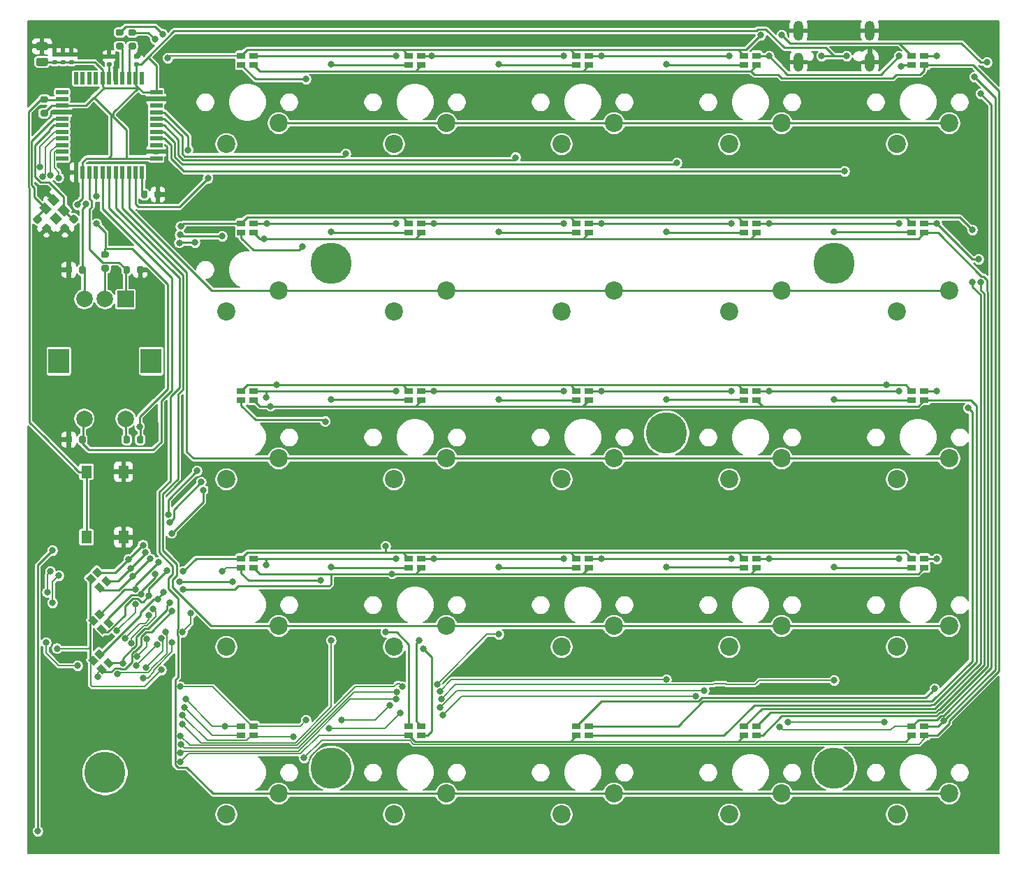
<source format=gbr>
G04 #@! TF.GenerationSoftware,KiCad,Pcbnew,(5.1.8)-1*
G04 #@! TF.CreationDate,2021-03-16T20:17:20-07:00*
G04 #@! TF.ProjectId,DeskTopVolKnob_Keypad,4465736b-546f-4705-966f-6c4b6e6f625f,rev?*
G04 #@! TF.SameCoordinates,Original*
G04 #@! TF.FileFunction,Copper,L1,Top*
G04 #@! TF.FilePolarity,Positive*
%FSLAX46Y46*%
G04 Gerber Fmt 4.6, Leading zero omitted, Abs format (unit mm)*
G04 Created by KiCad (PCBNEW (5.1.8)-1) date 2021-03-16 20:17:20*
%MOMM*%
%LPD*%
G01*
G04 APERTURE LIST*
G04 #@! TA.AperFunction,ComponentPad*
%ADD10C,2.200000*%
G04 #@! TD*
G04 #@! TA.AperFunction,SMDPad,CuDef*
%ADD11C,0.020000*%
G04 #@! TD*
G04 #@! TA.AperFunction,SMDPad,CuDef*
%ADD12R,1.000000X0.800000*%
G04 #@! TD*
G04 #@! TA.AperFunction,ComponentPad*
%ADD13C,0.800000*%
G04 #@! TD*
G04 #@! TA.AperFunction,ComponentPad*
%ADD14C,5.000000*%
G04 #@! TD*
G04 #@! TA.AperFunction,ComponentPad*
%ADD15O,1.200000X2.400000*%
G04 #@! TD*
G04 #@! TA.AperFunction,ComponentPad*
%ADD16O,1.158000X2.316000*%
G04 #@! TD*
G04 #@! TA.AperFunction,SMDPad,CuDef*
%ADD17R,1.300000X1.550000*%
G04 #@! TD*
G04 #@! TA.AperFunction,SMDPad,CuDef*
%ADD18R,1.500000X0.550000*%
G04 #@! TD*
G04 #@! TA.AperFunction,SMDPad,CuDef*
%ADD19R,0.550000X1.500000*%
G04 #@! TD*
G04 #@! TA.AperFunction,ComponentPad*
%ADD20R,2.000000X2.000000*%
G04 #@! TD*
G04 #@! TA.AperFunction,ComponentPad*
%ADD21C,2.000000*%
G04 #@! TD*
G04 #@! TA.AperFunction,ComponentPad*
%ADD22R,2.500000X3.000000*%
G04 #@! TD*
G04 #@! TA.AperFunction,ViaPad*
%ADD23C,0.800000*%
G04 #@! TD*
G04 #@! TA.AperFunction,Conductor*
%ADD24C,0.250000*%
G04 #@! TD*
G04 #@! TA.AperFunction,Conductor*
%ADD25C,0.177800*%
G04 #@! TD*
G04 #@! TA.AperFunction,Conductor*
%ADD26C,0.127000*%
G04 #@! TD*
G04 #@! TA.AperFunction,Conductor*
%ADD27C,0.020000*%
G04 #@! TD*
G04 APERTURE END LIST*
D10*
X148590000Y-121920000D03*
X142240000Y-124460000D03*
G04 #@! TA.AperFunction,SMDPad,CuDef*
D11*
G36*
X44164365Y-105705868D02*
G01*
X44730050Y-105140183D01*
X45437157Y-105847290D01*
X44871472Y-106412975D01*
X44164365Y-105705868D01*
G37*
G04 #@! TD.AperFunction*
G04 #@! TA.AperFunction,SMDPad,CuDef*
G36*
X45225025Y-106766528D02*
G01*
X45790710Y-106200843D01*
X46497817Y-106907950D01*
X45932132Y-107473635D01*
X45225025Y-106766528D01*
G37*
G04 #@! TD.AperFunction*
G04 #@! TA.AperFunction,SMDPad,CuDef*
G36*
X46002843Y-105988710D02*
G01*
X46568528Y-105423025D01*
X47275635Y-106130132D01*
X46709950Y-106695817D01*
X46002843Y-105988710D01*
G37*
G04 #@! TD.AperFunction*
G04 #@! TA.AperFunction,SMDPad,CuDef*
G36*
X44942183Y-104928050D02*
G01*
X45507868Y-104362365D01*
X46214975Y-105069472D01*
X45649290Y-105635157D01*
X44942183Y-104928050D01*
G37*
G04 #@! TD.AperFunction*
G04 #@! TA.AperFunction,SMDPad,CuDef*
G36*
X43910365Y-95799868D02*
G01*
X44476050Y-95234183D01*
X45183157Y-95941290D01*
X44617472Y-96506975D01*
X43910365Y-95799868D01*
G37*
G04 #@! TD.AperFunction*
G04 #@! TA.AperFunction,SMDPad,CuDef*
G36*
X44971025Y-96860528D02*
G01*
X45536710Y-96294843D01*
X46243817Y-97001950D01*
X45678132Y-97567635D01*
X44971025Y-96860528D01*
G37*
G04 #@! TD.AperFunction*
G04 #@! TA.AperFunction,SMDPad,CuDef*
G36*
X45748843Y-96082710D02*
G01*
X46314528Y-95517025D01*
X47021635Y-96224132D01*
X46455950Y-96789817D01*
X45748843Y-96082710D01*
G37*
G04 #@! TD.AperFunction*
G04 #@! TA.AperFunction,SMDPad,CuDef*
G36*
X44688183Y-95022050D02*
G01*
X45253868Y-94456365D01*
X45960975Y-95163472D01*
X45395290Y-95729157D01*
X44688183Y-95022050D01*
G37*
G04 #@! TD.AperFunction*
G04 #@! TA.AperFunction,SMDPad,CuDef*
G36*
X44164365Y-100879868D02*
G01*
X44730050Y-100314183D01*
X45437157Y-101021290D01*
X44871472Y-101586975D01*
X44164365Y-100879868D01*
G37*
G04 #@! TD.AperFunction*
G04 #@! TA.AperFunction,SMDPad,CuDef*
G36*
X45225025Y-101940528D02*
G01*
X45790710Y-101374843D01*
X46497817Y-102081950D01*
X45932132Y-102647635D01*
X45225025Y-101940528D01*
G37*
G04 #@! TD.AperFunction*
G04 #@! TA.AperFunction,SMDPad,CuDef*
G36*
X46002843Y-101162710D02*
G01*
X46568528Y-100597025D01*
X47275635Y-101304132D01*
X46709950Y-101869817D01*
X46002843Y-101162710D01*
G37*
G04 #@! TD.AperFunction*
G04 #@! TA.AperFunction,SMDPad,CuDef*
G36*
X44942183Y-100102050D02*
G01*
X45507868Y-99536365D01*
X46214975Y-100243472D01*
X45649290Y-100809157D01*
X44942183Y-100102050D01*
G37*
G04 #@! TD.AperFunction*
D12*
X62750000Y-114850000D03*
X64250000Y-114850000D03*
X64250000Y-113750000D03*
X62750000Y-113750000D03*
X83070000Y-114850000D03*
X84570000Y-114850000D03*
X84570000Y-113750000D03*
X83070000Y-113750000D03*
X103390000Y-114850000D03*
X104890000Y-114850000D03*
X104890000Y-113750000D03*
X103390000Y-113750000D03*
X123710000Y-114850000D03*
X125210000Y-114850000D03*
X125210000Y-113750000D03*
X123710000Y-113750000D03*
X144030000Y-114850000D03*
X145530000Y-114850000D03*
X145530000Y-113750000D03*
X144030000Y-113750000D03*
X144030000Y-94530000D03*
X145530000Y-94530000D03*
X145530000Y-93430000D03*
X144030000Y-93430000D03*
X144030000Y-74210000D03*
X145530000Y-74210000D03*
X145530000Y-73110000D03*
X144030000Y-73110000D03*
X144030000Y-53890000D03*
X145530000Y-53890000D03*
X145530000Y-52790000D03*
X144030000Y-52790000D03*
X144030000Y-33570000D03*
X145530000Y-33570000D03*
X145530000Y-32470000D03*
X144030000Y-32470000D03*
X123710000Y-94530000D03*
X125210000Y-94530000D03*
X125210000Y-93430000D03*
X123710000Y-93430000D03*
X123710000Y-74210000D03*
X125210000Y-74210000D03*
X125210000Y-73110000D03*
X123710000Y-73110000D03*
X123710000Y-53890000D03*
X125210000Y-53890000D03*
X125210000Y-52790000D03*
X123710000Y-52790000D03*
X123710000Y-33570000D03*
X125210000Y-33570000D03*
X125210000Y-32470000D03*
X123710000Y-32470000D03*
X103390000Y-94530000D03*
X104890000Y-94530000D03*
X104890000Y-93430000D03*
X103390000Y-93430000D03*
X103390000Y-74210000D03*
X104890000Y-74210000D03*
X104890000Y-73110000D03*
X103390000Y-73110000D03*
X103390000Y-53890000D03*
X104890000Y-53890000D03*
X104890000Y-52790000D03*
X103390000Y-52790000D03*
X103390000Y-33570000D03*
X104890000Y-33570000D03*
X104890000Y-32470000D03*
X103390000Y-32470000D03*
X83070000Y-94530000D03*
X84570000Y-94530000D03*
X84570000Y-93430000D03*
X83070000Y-93430000D03*
X83070000Y-74210000D03*
X84570000Y-74210000D03*
X84570000Y-73110000D03*
X83070000Y-73110000D03*
X83070000Y-53890000D03*
X84570000Y-53890000D03*
X84570000Y-52790000D03*
X83070000Y-52790000D03*
X83070000Y-33570000D03*
X84570000Y-33570000D03*
X84570000Y-32470000D03*
X83070000Y-32470000D03*
X62750000Y-94530000D03*
X64250000Y-94530000D03*
X64250000Y-93430000D03*
X62750000Y-93430000D03*
X62750000Y-74210000D03*
X64250000Y-74210000D03*
X64250000Y-73110000D03*
X62750000Y-73110000D03*
X62750000Y-53890000D03*
X64250000Y-53890000D03*
X64250000Y-52790000D03*
X62750000Y-52790000D03*
X62750000Y-32470000D03*
X64250000Y-32470000D03*
X64250000Y-33570000D03*
X62750000Y-33570000D03*
D10*
X67310000Y-40640000D03*
X60960000Y-43180000D03*
X67310000Y-60960000D03*
X60960000Y-63500000D03*
X67310000Y-81280000D03*
X60960000Y-83820000D03*
X67310000Y-101600000D03*
X60960000Y-104140000D03*
X67310000Y-121920000D03*
X60960000Y-124460000D03*
X87630000Y-40640000D03*
X81280000Y-43180000D03*
X87630000Y-60960000D03*
X81280000Y-63500000D03*
X87630000Y-81280000D03*
X81280000Y-83820000D03*
X87630000Y-101600000D03*
X81280000Y-104140000D03*
X87630000Y-121920000D03*
X81280000Y-124460000D03*
X107950000Y-40640000D03*
X101600000Y-43180000D03*
X107950000Y-60960000D03*
X101600000Y-63500000D03*
X107950000Y-81280000D03*
X101600000Y-83820000D03*
X107950000Y-101600000D03*
X101600000Y-104140000D03*
X107950000Y-121920000D03*
X101600000Y-124460000D03*
X128270000Y-40640000D03*
X121920000Y-43180000D03*
X128270000Y-60960000D03*
X121920000Y-63500000D03*
X128270000Y-81280000D03*
X121920000Y-83820000D03*
X128270000Y-101600000D03*
X121920000Y-104140000D03*
X128270000Y-121920000D03*
X121920000Y-124460000D03*
X148590000Y-40640000D03*
X142240000Y-43180000D03*
X148590000Y-60960000D03*
X142240000Y-63500000D03*
X148590000Y-81280000D03*
X142240000Y-83820000D03*
X148590000Y-101600000D03*
X142240000Y-104140000D03*
G04 #@! TA.AperFunction,SMDPad,CuDef*
G36*
G01*
X38554967Y-52425413D02*
X38201413Y-52778967D01*
G75*
G02*
X37883215Y-52778967I-159099J159099D01*
G01*
X37565017Y-52460769D01*
G75*
G02*
X37565017Y-52142571I159099J159099D01*
G01*
X37918571Y-51789017D01*
G75*
G02*
X38236769Y-51789017I159099J-159099D01*
G01*
X38554967Y-52107215D01*
G75*
G02*
X38554967Y-52425413I-159099J-159099D01*
G01*
G37*
G04 #@! TD.AperFunction*
G04 #@! TA.AperFunction,SMDPad,CuDef*
G36*
G01*
X39650983Y-53521429D02*
X39297429Y-53874983D01*
G75*
G02*
X38979231Y-53874983I-159099J159099D01*
G01*
X38661033Y-53556785D01*
G75*
G02*
X38661033Y-53238587I159099J159099D01*
G01*
X39014587Y-52885033D01*
G75*
G02*
X39332785Y-52885033I159099J-159099D01*
G01*
X39650983Y-53203231D01*
G75*
G02*
X39650983Y-53521429I-159099J-159099D01*
G01*
G37*
G04 #@! TD.AperFunction*
G04 #@! TA.AperFunction,SMDPad,CuDef*
G36*
G01*
X41503413Y-52885033D02*
X41856967Y-53238587D01*
G75*
G02*
X41856967Y-53556785I-159099J-159099D01*
G01*
X41538769Y-53874983D01*
G75*
G02*
X41220571Y-53874983I-159099J159099D01*
G01*
X40867017Y-53521429D01*
G75*
G02*
X40867017Y-53203231I159099J159099D01*
G01*
X41185215Y-52885033D01*
G75*
G02*
X41503413Y-52885033I159099J-159099D01*
G01*
G37*
G04 #@! TD.AperFunction*
G04 #@! TA.AperFunction,SMDPad,CuDef*
G36*
G01*
X42599429Y-51789017D02*
X42952983Y-52142571D01*
G75*
G02*
X42952983Y-52460769I-159099J-159099D01*
G01*
X42634785Y-52778967D01*
G75*
G02*
X42316587Y-52778967I-159099J159099D01*
G01*
X41963033Y-52425413D01*
G75*
G02*
X41963033Y-52107215I159099J159099D01*
G01*
X42281231Y-51789017D01*
G75*
G02*
X42599429Y-51789017I159099J-159099D01*
G01*
G37*
G04 #@! TD.AperFunction*
D13*
X47553825Y-118054175D03*
X46228000Y-117505000D03*
X44902175Y-118054175D03*
X44353000Y-119380000D03*
X44902175Y-120705825D03*
X46228000Y-121255000D03*
X47553825Y-120705825D03*
X48103000Y-119380000D03*
D14*
X46228000Y-119380000D03*
D13*
X115625825Y-76906175D03*
X114300000Y-76357000D03*
X112974175Y-76906175D03*
X112425000Y-78232000D03*
X112974175Y-79557825D03*
X114300000Y-80107000D03*
X115625825Y-79557825D03*
X116175000Y-78232000D03*
D14*
X114300000Y-78232000D03*
D13*
X74985825Y-117546175D03*
X73660000Y-116997000D03*
X72334175Y-117546175D03*
X71785000Y-118872000D03*
X72334175Y-120197825D03*
X73660000Y-120747000D03*
X74985825Y-120197825D03*
X75535000Y-118872000D03*
D14*
X73660000Y-118872000D03*
D13*
X135945825Y-117546175D03*
X134620000Y-116997000D03*
X133294175Y-117546175D03*
X132745000Y-118872000D03*
X133294175Y-120197825D03*
X134620000Y-120747000D03*
X135945825Y-120197825D03*
X136495000Y-118872000D03*
D14*
X134620000Y-118872000D03*
D13*
X135945825Y-56332175D03*
X134620000Y-55783000D03*
X133294175Y-56332175D03*
X132745000Y-57658000D03*
X133294175Y-58983825D03*
X134620000Y-59533000D03*
X135945825Y-58983825D03*
X136495000Y-57658000D03*
D14*
X134620000Y-57658000D03*
D13*
X74985825Y-56332175D03*
X73660000Y-55783000D03*
X72334175Y-56332175D03*
X71785000Y-57658000D03*
X72334175Y-58983825D03*
X73660000Y-59533000D03*
X74985825Y-58983825D03*
X75535000Y-57658000D03*
D14*
X73660000Y-57658000D03*
D15*
X138940000Y-29412000D03*
X130300000Y-29412000D03*
D16*
X138940000Y-33237000D03*
X130300000Y-33237000D03*
G04 #@! TA.AperFunction,SMDPad,CuDef*
G36*
G01*
X39137000Y-38183000D02*
X38587000Y-38183000D01*
G75*
G02*
X38387000Y-37983000I0J200000D01*
G01*
X38387000Y-37583000D01*
G75*
G02*
X38587000Y-37383000I200000J0D01*
G01*
X39137000Y-37383000D01*
G75*
G02*
X39337000Y-37583000I0J-200000D01*
G01*
X39337000Y-37983000D01*
G75*
G02*
X39137000Y-38183000I-200000J0D01*
G01*
G37*
G04 #@! TD.AperFunction*
G04 #@! TA.AperFunction,SMDPad,CuDef*
G36*
G01*
X39137000Y-39833000D02*
X38587000Y-39833000D01*
G75*
G02*
X38387000Y-39633000I0J200000D01*
G01*
X38387000Y-39233000D01*
G75*
G02*
X38587000Y-39033000I200000J0D01*
G01*
X39137000Y-39033000D01*
G75*
G02*
X39337000Y-39233000I0J-200000D01*
G01*
X39337000Y-39633000D01*
G75*
G02*
X39137000Y-39833000I-200000J0D01*
G01*
G37*
G04 #@! TD.AperFunction*
D17*
X48478000Y-82893000D03*
X48478000Y-90843000D03*
X43978000Y-82893000D03*
X43978000Y-90843000D03*
G04 #@! TA.AperFunction,SMDPad,CuDef*
G36*
G01*
X49255500Y-78719000D02*
X49255500Y-79269000D01*
G75*
G02*
X49055500Y-79469000I-200000J0D01*
G01*
X48655500Y-79469000D01*
G75*
G02*
X48455500Y-79269000I0J200000D01*
G01*
X48455500Y-78719000D01*
G75*
G02*
X48655500Y-78519000I200000J0D01*
G01*
X49055500Y-78519000D01*
G75*
G02*
X49255500Y-78719000I0J-200000D01*
G01*
G37*
G04 #@! TD.AperFunction*
G04 #@! TA.AperFunction,SMDPad,CuDef*
G36*
G01*
X50905500Y-78719000D02*
X50905500Y-79269000D01*
G75*
G02*
X50705500Y-79469000I-200000J0D01*
G01*
X50305500Y-79469000D01*
G75*
G02*
X50105500Y-79269000I0J200000D01*
G01*
X50105500Y-78719000D01*
G75*
G02*
X50305500Y-78519000I200000J0D01*
G01*
X50705500Y-78519000D01*
G75*
G02*
X50905500Y-78719000I0J-200000D01*
G01*
G37*
G04 #@! TD.AperFunction*
G04 #@! TA.AperFunction,SMDPad,CuDef*
G36*
G01*
X42247000Y-58145000D02*
X42247000Y-58695000D01*
G75*
G02*
X42047000Y-58895000I-200000J0D01*
G01*
X41647000Y-58895000D01*
G75*
G02*
X41447000Y-58695000I0J200000D01*
G01*
X41447000Y-58145000D01*
G75*
G02*
X41647000Y-57945000I200000J0D01*
G01*
X42047000Y-57945000D01*
G75*
G02*
X42247000Y-58145000I0J-200000D01*
G01*
G37*
G04 #@! TD.AperFunction*
G04 #@! TA.AperFunction,SMDPad,CuDef*
G36*
G01*
X43897000Y-58145000D02*
X43897000Y-58695000D01*
G75*
G02*
X43697000Y-58895000I-200000J0D01*
G01*
X43297000Y-58895000D01*
G75*
G02*
X43097000Y-58695000I0J200000D01*
G01*
X43097000Y-58145000D01*
G75*
G02*
X43297000Y-57945000I200000J0D01*
G01*
X43697000Y-57945000D01*
G75*
G02*
X43897000Y-58145000I0J-200000D01*
G01*
G37*
G04 #@! TD.AperFunction*
G04 #@! TA.AperFunction,SMDPad,CuDef*
G36*
G01*
X49255500Y-58145000D02*
X49255500Y-58695000D01*
G75*
G02*
X49055500Y-58895000I-200000J0D01*
G01*
X48655500Y-58895000D01*
G75*
G02*
X48455500Y-58695000I0J200000D01*
G01*
X48455500Y-58145000D01*
G75*
G02*
X48655500Y-57945000I200000J0D01*
G01*
X49055500Y-57945000D01*
G75*
G02*
X49255500Y-58145000I0J-200000D01*
G01*
G37*
G04 #@! TD.AperFunction*
G04 #@! TA.AperFunction,SMDPad,CuDef*
G36*
G01*
X50905500Y-58145000D02*
X50905500Y-58695000D01*
G75*
G02*
X50705500Y-58895000I-200000J0D01*
G01*
X50305500Y-58895000D01*
G75*
G02*
X50105500Y-58695000I0J200000D01*
G01*
X50105500Y-58145000D01*
G75*
G02*
X50305500Y-57945000I200000J0D01*
G01*
X50705500Y-57945000D01*
G75*
G02*
X50905500Y-58145000I0J-200000D01*
G01*
G37*
G04 #@! TD.AperFunction*
G04 #@! TA.AperFunction,SMDPad,CuDef*
G36*
G01*
X42247000Y-78719000D02*
X42247000Y-79269000D01*
G75*
G02*
X42047000Y-79469000I-200000J0D01*
G01*
X41647000Y-79469000D01*
G75*
G02*
X41447000Y-79269000I0J200000D01*
G01*
X41447000Y-78719000D01*
G75*
G02*
X41647000Y-78519000I200000J0D01*
G01*
X42047000Y-78519000D01*
G75*
G02*
X42247000Y-78719000I0J-200000D01*
G01*
G37*
G04 #@! TD.AperFunction*
G04 #@! TA.AperFunction,SMDPad,CuDef*
G36*
G01*
X43897000Y-78719000D02*
X43897000Y-79269000D01*
G75*
G02*
X43697000Y-79469000I-200000J0D01*
G01*
X43297000Y-79469000D01*
G75*
G02*
X43097000Y-79269000I0J200000D01*
G01*
X43097000Y-78719000D01*
G75*
G02*
X43297000Y-78519000I200000J0D01*
G01*
X43697000Y-78519000D01*
G75*
G02*
X43897000Y-78719000I0J-200000D01*
G01*
G37*
G04 #@! TD.AperFunction*
G04 #@! TA.AperFunction,SMDPad,CuDef*
G36*
G01*
X46503000Y-56979000D02*
X45953000Y-56979000D01*
G75*
G02*
X45753000Y-56779000I0J200000D01*
G01*
X45753000Y-56379000D01*
G75*
G02*
X45953000Y-56179000I200000J0D01*
G01*
X46503000Y-56179000D01*
G75*
G02*
X46703000Y-56379000I0J-200000D01*
G01*
X46703000Y-56779000D01*
G75*
G02*
X46503000Y-56979000I-200000J0D01*
G01*
G37*
G04 #@! TD.AperFunction*
G04 #@! TA.AperFunction,SMDPad,CuDef*
G36*
G01*
X46503000Y-58629000D02*
X45953000Y-58629000D01*
G75*
G02*
X45753000Y-58429000I0J200000D01*
G01*
X45753000Y-58029000D01*
G75*
G02*
X45953000Y-57829000I200000J0D01*
G01*
X46503000Y-57829000D01*
G75*
G02*
X46703000Y-58029000I0J-200000D01*
G01*
X46703000Y-58429000D01*
G75*
G02*
X46503000Y-58629000I-200000J0D01*
G01*
G37*
G04 #@! TD.AperFunction*
G04 #@! TA.AperFunction,SMDPad,CuDef*
G36*
G01*
X51391000Y-49001000D02*
X51391000Y-49551000D01*
G75*
G02*
X51191000Y-49751000I-200000J0D01*
G01*
X50791000Y-49751000D01*
G75*
G02*
X50591000Y-49551000I0J200000D01*
G01*
X50591000Y-49001000D01*
G75*
G02*
X50791000Y-48801000I200000J0D01*
G01*
X51191000Y-48801000D01*
G75*
G02*
X51391000Y-49001000I0J-200000D01*
G01*
G37*
G04 #@! TD.AperFunction*
G04 #@! TA.AperFunction,SMDPad,CuDef*
G36*
G01*
X53041000Y-49001000D02*
X53041000Y-49551000D01*
G75*
G02*
X52841000Y-49751000I-200000J0D01*
G01*
X52441000Y-49751000D01*
G75*
G02*
X52241000Y-49551000I0J200000D01*
G01*
X52241000Y-49001000D01*
G75*
G02*
X52441000Y-48801000I200000J0D01*
G01*
X52841000Y-48801000D01*
G75*
G02*
X53041000Y-49001000I0J-200000D01*
G01*
G37*
G04 #@! TD.AperFunction*
G04 #@! TA.AperFunction,SMDPad,CuDef*
G36*
G01*
X49805000Y-30055000D02*
X49255000Y-30055000D01*
G75*
G02*
X49055000Y-29855000I0J200000D01*
G01*
X49055000Y-29455000D01*
G75*
G02*
X49255000Y-29255000I200000J0D01*
G01*
X49805000Y-29255000D01*
G75*
G02*
X50005000Y-29455000I0J-200000D01*
G01*
X50005000Y-29855000D01*
G75*
G02*
X49805000Y-30055000I-200000J0D01*
G01*
G37*
G04 #@! TD.AperFunction*
G04 #@! TA.AperFunction,SMDPad,CuDef*
G36*
G01*
X49805000Y-31705000D02*
X49255000Y-31705000D01*
G75*
G02*
X49055000Y-31505000I0J200000D01*
G01*
X49055000Y-31105000D01*
G75*
G02*
X49255000Y-30905000I200000J0D01*
G01*
X49805000Y-30905000D01*
G75*
G02*
X50005000Y-31105000I0J-200000D01*
G01*
X50005000Y-31505000D01*
G75*
G02*
X49805000Y-31705000I-200000J0D01*
G01*
G37*
G04 #@! TD.AperFunction*
G04 #@! TA.AperFunction,SMDPad,CuDef*
G36*
G01*
X47731000Y-30905000D02*
X48281000Y-30905000D01*
G75*
G02*
X48481000Y-31105000I0J-200000D01*
G01*
X48481000Y-31505000D01*
G75*
G02*
X48281000Y-31705000I-200000J0D01*
G01*
X47731000Y-31705000D01*
G75*
G02*
X47531000Y-31505000I0J200000D01*
G01*
X47531000Y-31105000D01*
G75*
G02*
X47731000Y-30905000I200000J0D01*
G01*
G37*
G04 #@! TD.AperFunction*
G04 #@! TA.AperFunction,SMDPad,CuDef*
G36*
G01*
X47731000Y-29255000D02*
X48281000Y-29255000D01*
G75*
G02*
X48481000Y-29455000I0J-200000D01*
G01*
X48481000Y-29855000D01*
G75*
G02*
X48281000Y-30055000I-200000J0D01*
G01*
X47731000Y-30055000D01*
G75*
G02*
X47531000Y-29855000I0J200000D01*
G01*
X47531000Y-29455000D01*
G75*
G02*
X47731000Y-29255000I200000J0D01*
G01*
G37*
G04 #@! TD.AperFunction*
G04 #@! TA.AperFunction,SMDPad,CuDef*
D11*
G36*
X41015884Y-52220726D02*
G01*
X40308777Y-52927833D01*
X39495604Y-52114660D01*
X40202711Y-51407553D01*
X41015884Y-52220726D01*
G37*
G04 #@! TD.AperFunction*
G04 #@! TA.AperFunction,SMDPad,CuDef*
G36*
X39778447Y-50983289D02*
G01*
X39071340Y-51690396D01*
X38258167Y-50877223D01*
X38965274Y-50170116D01*
X39778447Y-50983289D01*
G37*
G04 #@! TD.AperFunction*
G04 #@! TA.AperFunction,SMDPad,CuDef*
G36*
X40768396Y-49993340D02*
G01*
X40061289Y-50700447D01*
X39248116Y-49887274D01*
X39955223Y-49180167D01*
X40768396Y-49993340D01*
G37*
G04 #@! TD.AperFunction*
G04 #@! TA.AperFunction,SMDPad,CuDef*
G36*
X42005833Y-51230777D02*
G01*
X41298726Y-51937884D01*
X40485553Y-51124711D01*
X41192660Y-50417604D01*
X42005833Y-51230777D01*
G37*
G04 #@! TD.AperFunction*
G04 #@! TA.AperFunction,SMDPad,CuDef*
G36*
G01*
X46906000Y-32820000D02*
X46566000Y-32820000D01*
G75*
G02*
X46426000Y-32680000I0J140000D01*
G01*
X46426000Y-32400000D01*
G75*
G02*
X46566000Y-32260000I140000J0D01*
G01*
X46906000Y-32260000D01*
G75*
G02*
X47046000Y-32400000I0J-140000D01*
G01*
X47046000Y-32680000D01*
G75*
G02*
X46906000Y-32820000I-140000J0D01*
G01*
G37*
G04 #@! TD.AperFunction*
G04 #@! TA.AperFunction,SMDPad,CuDef*
G36*
G01*
X46906000Y-33780000D02*
X46566000Y-33780000D01*
G75*
G02*
X46426000Y-33640000I0J140000D01*
G01*
X46426000Y-33360000D01*
G75*
G02*
X46566000Y-33220000I140000J0D01*
G01*
X46906000Y-33220000D01*
G75*
G02*
X47046000Y-33360000I0J-140000D01*
G01*
X47046000Y-33640000D01*
G75*
G02*
X46906000Y-33780000I-140000J0D01*
G01*
G37*
G04 #@! TD.AperFunction*
G04 #@! TA.AperFunction,SMDPad,CuDef*
G36*
G01*
X40302000Y-32566000D02*
X39962000Y-32566000D01*
G75*
G02*
X39822000Y-32426000I0J140000D01*
G01*
X39822000Y-32146000D01*
G75*
G02*
X39962000Y-32006000I140000J0D01*
G01*
X40302000Y-32006000D01*
G75*
G02*
X40442000Y-32146000I0J-140000D01*
G01*
X40442000Y-32426000D01*
G75*
G02*
X40302000Y-32566000I-140000J0D01*
G01*
G37*
G04 #@! TD.AperFunction*
G04 #@! TA.AperFunction,SMDPad,CuDef*
G36*
G01*
X40302000Y-33526000D02*
X39962000Y-33526000D01*
G75*
G02*
X39822000Y-33386000I0J140000D01*
G01*
X39822000Y-33106000D01*
G75*
G02*
X39962000Y-32966000I140000J0D01*
G01*
X40302000Y-32966000D01*
G75*
G02*
X40442000Y-33106000I0J-140000D01*
G01*
X40442000Y-33386000D01*
G75*
G02*
X40302000Y-33526000I-140000J0D01*
G01*
G37*
G04 #@! TD.AperFunction*
G04 #@! TA.AperFunction,SMDPad,CuDef*
G36*
G01*
X41318000Y-32566000D02*
X40978000Y-32566000D01*
G75*
G02*
X40838000Y-32426000I0J140000D01*
G01*
X40838000Y-32146000D01*
G75*
G02*
X40978000Y-32006000I140000J0D01*
G01*
X41318000Y-32006000D01*
G75*
G02*
X41458000Y-32146000I0J-140000D01*
G01*
X41458000Y-32426000D01*
G75*
G02*
X41318000Y-32566000I-140000J0D01*
G01*
G37*
G04 #@! TD.AperFunction*
G04 #@! TA.AperFunction,SMDPad,CuDef*
G36*
G01*
X41318000Y-33526000D02*
X40978000Y-33526000D01*
G75*
G02*
X40838000Y-33386000I0J140000D01*
G01*
X40838000Y-33106000D01*
G75*
G02*
X40978000Y-32966000I140000J0D01*
G01*
X41318000Y-32966000D01*
G75*
G02*
X41458000Y-33106000I0J-140000D01*
G01*
X41458000Y-33386000D01*
G75*
G02*
X41318000Y-33526000I-140000J0D01*
G01*
G37*
G04 #@! TD.AperFunction*
G04 #@! TA.AperFunction,SMDPad,CuDef*
G36*
G01*
X42334000Y-32566000D02*
X41994000Y-32566000D01*
G75*
G02*
X41854000Y-32426000I0J140000D01*
G01*
X41854000Y-32146000D01*
G75*
G02*
X41994000Y-32006000I140000J0D01*
G01*
X42334000Y-32006000D01*
G75*
G02*
X42474000Y-32146000I0J-140000D01*
G01*
X42474000Y-32426000D01*
G75*
G02*
X42334000Y-32566000I-140000J0D01*
G01*
G37*
G04 #@! TD.AperFunction*
G04 #@! TA.AperFunction,SMDPad,CuDef*
G36*
G01*
X42334000Y-33526000D02*
X41994000Y-33526000D01*
G75*
G02*
X41854000Y-33386000I0J140000D01*
G01*
X41854000Y-33106000D01*
G75*
G02*
X41994000Y-32966000I140000J0D01*
G01*
X42334000Y-32966000D01*
G75*
G02*
X42474000Y-33106000I0J-140000D01*
G01*
X42474000Y-33386000D01*
G75*
G02*
X42334000Y-33526000I-140000J0D01*
G01*
G37*
G04 #@! TD.AperFunction*
G04 #@! TA.AperFunction,SMDPad,CuDef*
G36*
G01*
X50208000Y-32820000D02*
X49868000Y-32820000D01*
G75*
G02*
X49728000Y-32680000I0J140000D01*
G01*
X49728000Y-32400000D01*
G75*
G02*
X49868000Y-32260000I140000J0D01*
G01*
X50208000Y-32260000D01*
G75*
G02*
X50348000Y-32400000I0J-140000D01*
G01*
X50348000Y-32680000D01*
G75*
G02*
X50208000Y-32820000I-140000J0D01*
G01*
G37*
G04 #@! TD.AperFunction*
G04 #@! TA.AperFunction,SMDPad,CuDef*
G36*
G01*
X50208000Y-33780000D02*
X49868000Y-33780000D01*
G75*
G02*
X49728000Y-33640000I0J140000D01*
G01*
X49728000Y-33360000D01*
G75*
G02*
X49868000Y-33220000I140000J0D01*
G01*
X50208000Y-33220000D01*
G75*
G02*
X50348000Y-33360000I0J-140000D01*
G01*
X50348000Y-33640000D01*
G75*
G02*
X50208000Y-33780000I-140000J0D01*
G01*
G37*
G04 #@! TD.AperFunction*
D18*
X52436000Y-36894000D03*
X52436000Y-37694000D03*
X52436000Y-38494000D03*
X52436000Y-39294000D03*
X52436000Y-40094000D03*
X52436000Y-40894000D03*
X52436000Y-41694000D03*
X52436000Y-42494000D03*
X52436000Y-43294000D03*
X52436000Y-44094000D03*
X52436000Y-44894000D03*
D19*
X50736000Y-46594000D03*
X49936000Y-46594000D03*
X49136000Y-46594000D03*
X48336000Y-46594000D03*
X47536000Y-46594000D03*
X46736000Y-46594000D03*
X45936000Y-46594000D03*
X45136000Y-46594000D03*
X44336000Y-46594000D03*
X43536000Y-46594000D03*
X42736000Y-46594000D03*
D18*
X41036000Y-44894000D03*
X41036000Y-44094000D03*
X41036000Y-43294000D03*
X41036000Y-42494000D03*
X41036000Y-41694000D03*
X41036000Y-40894000D03*
X41036000Y-40094000D03*
X41036000Y-39294000D03*
X41036000Y-38494000D03*
X41036000Y-37694000D03*
X41036000Y-36894000D03*
D19*
X42736000Y-35194000D03*
X43536000Y-35194000D03*
X44336000Y-35194000D03*
X45136000Y-35194000D03*
X45936000Y-35194000D03*
X46736000Y-35194000D03*
X47536000Y-35194000D03*
X48336000Y-35194000D03*
X49136000Y-35194000D03*
X49936000Y-35194000D03*
X50736000Y-35194000D03*
D20*
X48728000Y-61976000D03*
D21*
X46228000Y-61976000D03*
X43728000Y-61976000D03*
D22*
X51828000Y-69476000D03*
X40628000Y-69476000D03*
D21*
X48728000Y-76476000D03*
X43728000Y-76476000D03*
G04 #@! TA.AperFunction,SMDPad,CuDef*
G36*
G01*
X39083000Y-31808000D02*
X38133000Y-31808000D01*
G75*
G02*
X37883000Y-31558000I0J250000D01*
G01*
X37883000Y-31058000D01*
G75*
G02*
X38133000Y-30808000I250000J0D01*
G01*
X39083000Y-30808000D01*
G75*
G02*
X39333000Y-31058000I0J-250000D01*
G01*
X39333000Y-31558000D01*
G75*
G02*
X39083000Y-31808000I-250000J0D01*
G01*
G37*
G04 #@! TD.AperFunction*
G04 #@! TA.AperFunction,SMDPad,CuDef*
G36*
G01*
X39083000Y-33708000D02*
X38133000Y-33708000D01*
G75*
G02*
X37883000Y-33458000I0J250000D01*
G01*
X37883000Y-32958000D01*
G75*
G02*
X38133000Y-32708000I250000J0D01*
G01*
X39083000Y-32708000D01*
G75*
G02*
X39333000Y-32958000I0J-250000D01*
G01*
X39333000Y-33458000D01*
G75*
G02*
X39083000Y-33708000I-250000J0D01*
G01*
G37*
G04 #@! TD.AperFunction*
D23*
X42926000Y-102616000D03*
X45212000Y-103378000D03*
X42926000Y-101346000D03*
X43180000Y-103632000D03*
X51308000Y-61468000D03*
X51308000Y-59944000D03*
X47752000Y-59436000D03*
X51308000Y-66548000D03*
X51816000Y-73152000D03*
X140970000Y-29718000D03*
X49784000Y-39878000D03*
X45974000Y-42418000D03*
X43434000Y-37084000D03*
X50546000Y-42164000D03*
X44196000Y-29210000D03*
X43942000Y-31496000D03*
X38354000Y-35560000D03*
X42672000Y-49022000D03*
X47752000Y-54864000D03*
X52324000Y-52324000D03*
X39370000Y-57912000D03*
X41148000Y-64516000D03*
X46736000Y-73406000D03*
X39624000Y-82042000D03*
X151384000Y-31242000D03*
X51562000Y-31242000D03*
X124968000Y-88900000D03*
X145034000Y-88900000D03*
X105664000Y-89154000D03*
X84582000Y-89154000D03*
X66040000Y-88646000D03*
X65532000Y-109220000D03*
X125476000Y-109220000D03*
X112522000Y-118618000D03*
X87630000Y-117094000D03*
X101600000Y-117348000D03*
X128016000Y-117094000D03*
X65278000Y-125984000D03*
X87630000Y-126746000D03*
X107950000Y-126492000D03*
X128778000Y-126238000D03*
X149860000Y-127254000D03*
X39008090Y-48768000D03*
X48006000Y-86868000D03*
X45720000Y-86106000D03*
X45720000Y-89408000D03*
X47498000Y-88646000D03*
X50038000Y-85598000D03*
X45212000Y-52832000D03*
X136144000Y-32512000D03*
X133096000Y-32512000D03*
X42926036Y-50546000D03*
X40640000Y-95504000D03*
X39878000Y-98806000D03*
X39878000Y-92456000D03*
X38100000Y-126492000D03*
X42926000Y-106426000D03*
X39116000Y-103631998D03*
X50438090Y-77429500D03*
X135890000Y-46482000D03*
X115570000Y-45466000D03*
X96012000Y-44798979D03*
X75438000Y-44348968D03*
X56315065Y-43898957D03*
X53226215Y-29822465D03*
X52324000Y-30480000D03*
X45210990Y-49530000D03*
X43916193Y-50406013D03*
X58734647Y-47322988D03*
X55586853Y-112385441D03*
X70358000Y-117602000D03*
X69088000Y-115062000D03*
X125730000Y-29972000D03*
X128270000Y-29972000D03*
X153162000Y-33274000D03*
X152400000Y-37084000D03*
X55989990Y-110490000D03*
X73406000Y-114046000D03*
X60748000Y-113750000D03*
X82042000Y-112121910D03*
X87199600Y-112371675D03*
X117856000Y-110089910D03*
X128006680Y-113798213D03*
X53848000Y-32765994D03*
X151384000Y-59944000D03*
X151384000Y-53594000D03*
X52700340Y-93857660D03*
X47686887Y-102171368D03*
X49929083Y-98919419D03*
X55426515Y-53140515D03*
X49929083Y-97190631D03*
X146812000Y-109220000D03*
X140975001Y-72384999D03*
X57404000Y-82804000D03*
X67050999Y-72384999D03*
X50140111Y-105270542D03*
X51273379Y-103198408D03*
X49089273Y-93513757D03*
X50859411Y-91799038D03*
X53910170Y-88116894D03*
X80264000Y-102362000D03*
X80264000Y-91948000D03*
X53340000Y-97536000D03*
X55722338Y-94969291D03*
X47763650Y-107387485D03*
X53606426Y-102343360D03*
X52640446Y-98336330D03*
X70612000Y-35306000D03*
X70187575Y-55624305D03*
X72934990Y-76809221D03*
X72390000Y-96048990D03*
X54356000Y-103632000D03*
X55626000Y-102362000D03*
X56642000Y-100076000D03*
X60452000Y-94996000D03*
X50869709Y-107869915D03*
X121920000Y-32512000D03*
X126746000Y-32512000D03*
X81534000Y-32512000D03*
X85852000Y-32512000D03*
X101854000Y-32512000D03*
X106384000Y-32470000D03*
X142494000Y-32512000D03*
X147066000Y-32512000D03*
X151638000Y-35052000D03*
X55372000Y-108966000D03*
X70612000Y-113030000D03*
X74930000Y-113030000D03*
X80772000Y-111252000D03*
X86868000Y-111506000D03*
X118872000Y-109474000D03*
X129032000Y-113284000D03*
X140716000Y-113284000D03*
X147896438Y-113098438D03*
X57150000Y-55118000D03*
X65537001Y-54615001D03*
X53734725Y-94892045D03*
X49398051Y-103649394D03*
X52029687Y-99501907D03*
X51560097Y-97946234D03*
X55250816Y-55160379D03*
X81534000Y-52832000D03*
X86106000Y-52832000D03*
X101854000Y-52832000D03*
X106426000Y-52832000D03*
X122174000Y-52832000D03*
X126746000Y-52832000D03*
X142494000Y-52832000D03*
X147066000Y-52832000D03*
X152146000Y-57150000D03*
X152391479Y-59926159D03*
X60452000Y-54356000D03*
X65828000Y-52790000D03*
X52328660Y-95254660D03*
X48670959Y-103074340D03*
X51572347Y-100308251D03*
X55329770Y-54159342D03*
X50649135Y-97774476D03*
X66288999Y-74935001D03*
X51722880Y-93437679D03*
X58146668Y-85122864D03*
X51194261Y-106638782D03*
X53092213Y-103114680D03*
X49624272Y-95563894D03*
X54300683Y-90380325D03*
X81534000Y-73152000D03*
X86106000Y-73152000D03*
X101854000Y-73152000D03*
X106426000Y-73152000D03*
X122174000Y-73152000D03*
X126746000Y-73152000D03*
X142494000Y-73152000D03*
X147066000Y-73152000D03*
X150876000Y-75184000D03*
X65786000Y-73914000D03*
X57898080Y-84154242D03*
X50038000Y-106426000D03*
X52578000Y-103886000D03*
X49319461Y-94619336D03*
X51129374Y-92685870D03*
X54078919Y-89028414D03*
X81031001Y-95255001D03*
X84835986Y-104394000D03*
X54356000Y-99822000D03*
X55714197Y-97175465D03*
X45351622Y-107726592D03*
X81534000Y-93472000D03*
X86106000Y-93472000D03*
X101854000Y-93472000D03*
X106426000Y-93472000D03*
X122174000Y-93472000D03*
X126746000Y-93472000D03*
X142494000Y-93472000D03*
X147066000Y-93472000D03*
X84328000Y-103378000D03*
X54102000Y-98806000D03*
X61722000Y-96266000D03*
X65786000Y-94234000D03*
X55309133Y-96261163D03*
X48379560Y-106126357D03*
X73660000Y-33528000D03*
X73660000Y-53848000D03*
X73660000Y-74168000D03*
X73660000Y-94488000D03*
X55626000Y-113538000D03*
X73660000Y-103378000D03*
X93980000Y-33528000D03*
X93980000Y-53848000D03*
X93980000Y-74168000D03*
X93980000Y-94488000D03*
X82296000Y-108966000D03*
X93980000Y-102616000D03*
X55372000Y-114896987D03*
X86501944Y-108648850D03*
X114300000Y-33528000D03*
X114300000Y-53848000D03*
X114300000Y-74168000D03*
X114300000Y-94488000D03*
X55437399Y-115976514D03*
X81575223Y-109563905D03*
X114300000Y-108096090D03*
X86819853Y-109519646D03*
X142748000Y-33782000D03*
X134620000Y-74168000D03*
X134620000Y-53848000D03*
X134620000Y-94488000D03*
X81534000Y-110490000D03*
X134620000Y-108204000D03*
X55372000Y-116928987D03*
X87028572Y-110422856D03*
X55372000Y-118110000D03*
X55880000Y-111506000D03*
X53086000Y-106934000D03*
X40429801Y-104350195D03*
X39624000Y-94995984D03*
X39262090Y-97536000D03*
X38709517Y-47141897D03*
X40649320Y-47250213D03*
X38354000Y-45974000D03*
X39624000Y-46990000D03*
D24*
X50038000Y-32540000D02*
X50264000Y-32540000D01*
X50264000Y-32540000D02*
X51562000Y-31242000D01*
X50038000Y-32540000D02*
X50038000Y-32258000D01*
X50038000Y-32258000D02*
X50546000Y-31750000D01*
X50038000Y-32540000D02*
X50038000Y-32512000D01*
X50038000Y-32512000D02*
X50800000Y-31750000D01*
X40008256Y-49940307D02*
X39008090Y-48940141D01*
X39008090Y-48940141D02*
X39008090Y-48768000D01*
X46228000Y-56491500D02*
X46228000Y-55880000D01*
X46288979Y-55819021D02*
X46228000Y-55880000D01*
X50038000Y-35092000D02*
X49936000Y-35194000D01*
X50038000Y-33754000D02*
X50038000Y-35092000D01*
X49936000Y-36004002D02*
X49936000Y-35194000D01*
X52436000Y-36894000D02*
X50825998Y-36894000D01*
X50272999Y-36341001D02*
X46083001Y-36341001D01*
X50825998Y-36894000D02*
X50272999Y-36341001D01*
X50272999Y-36341001D02*
X49936000Y-36004002D01*
X45936000Y-36194000D02*
X45936000Y-35194000D01*
X46083001Y-36341001D02*
X45936000Y-36194000D01*
X43930002Y-38494000D02*
X41036000Y-38494000D01*
X46288979Y-53908979D02*
X45212000Y-52832000D01*
X46288979Y-55819021D02*
X46288979Y-53908979D01*
X43536000Y-46594000D02*
X43536000Y-45364000D01*
X43536000Y-45364000D02*
X44006000Y-44894000D01*
X44768001Y-37656001D02*
X45022001Y-37656001D01*
X46083001Y-36341001D02*
X44768001Y-37656001D01*
X44768001Y-37656001D02*
X43930002Y-38494000D01*
X48832000Y-41466000D02*
X48832000Y-44894000D01*
X48832000Y-44894000D02*
X52436000Y-44894000D01*
X39801000Y-38494000D02*
X38862000Y-39433000D01*
X41036000Y-38494000D02*
X39801000Y-38494000D01*
X42126000Y-33208000D02*
X42164000Y-33246000D01*
X38608000Y-33208000D02*
X42126000Y-33208000D01*
X45936000Y-34194000D02*
X45936000Y-35194000D01*
X44988000Y-33246000D02*
X45936000Y-34194000D01*
X42164000Y-33246000D02*
X44988000Y-33246000D01*
X134620000Y-32512000D02*
X133096000Y-32512000D01*
X136144000Y-32512000D02*
X134620000Y-32512000D01*
X50574000Y-33500000D02*
X50038000Y-33500000D01*
X52436000Y-33640000D02*
X51435000Y-32639000D01*
X52436000Y-36894000D02*
X52436000Y-33640000D01*
X51435000Y-32639000D02*
X50574000Y-33500000D01*
X47244000Y-39370000D02*
X50272999Y-36341001D01*
X47244000Y-39878000D02*
X47244000Y-39370000D01*
X47244000Y-39878000D02*
X48832000Y-41466000D01*
X46990000Y-44576000D02*
X46672000Y-44894000D01*
X46990000Y-39624000D02*
X46990000Y-44576000D01*
X44006000Y-44894000D02*
X46672000Y-44894000D01*
X45022001Y-37656001D02*
X46990000Y-39624000D01*
X46672000Y-44894000D02*
X48832000Y-44894000D01*
X46990000Y-39624000D02*
X47244000Y-39878000D01*
X43536000Y-49713181D02*
X42926036Y-50323145D01*
X43536000Y-46594000D02*
X43536000Y-49713181D01*
X42926036Y-50323145D02*
X42926036Y-50546000D01*
X54610000Y-29464000D02*
X51435000Y-32639000D01*
X125381998Y-29246998D02*
X125164996Y-29464000D01*
X128581004Y-31496000D02*
X126332002Y-29246998D01*
X133604000Y-31496000D02*
X128581004Y-31496000D01*
X134620000Y-32512000D02*
X133604000Y-31496000D01*
X126332002Y-29246998D02*
X125381998Y-29246998D01*
X125164996Y-29464000D02*
X54610000Y-29464000D01*
D25*
X39878000Y-96266000D02*
X39878000Y-98806000D01*
X40640000Y-95504000D02*
X39878000Y-96266000D01*
D24*
X39878000Y-92456000D02*
X38100000Y-94234000D01*
X38100000Y-94234000D02*
X38100000Y-125222000D01*
X38100000Y-125222000D02*
X38100000Y-126492000D01*
D25*
X42926000Y-106426000D02*
X40640000Y-106426000D01*
X40640000Y-106426000D02*
X39116000Y-104902000D01*
X39116000Y-104902000D02*
X39116000Y-103631998D01*
D24*
X50438090Y-76245263D02*
X50438090Y-77429500D01*
X53848000Y-72835353D02*
X50438090Y-76245263D01*
X53848000Y-60149310D02*
X53848000Y-72835353D01*
X49517711Y-55819021D02*
X53848000Y-60149310D01*
X46288979Y-55819021D02*
X49517711Y-55819021D01*
X50505500Y-77496910D02*
X50438090Y-77429500D01*
X50505500Y-78994000D02*
X50505500Y-77496910D01*
X42351941Y-52283992D02*
X41245693Y-51177744D01*
X42458008Y-52283992D02*
X42351941Y-52283992D01*
X39424270Y-47793898D02*
X38396556Y-47793898D01*
X41245693Y-51177744D02*
X41245693Y-49615321D01*
X41245693Y-49615321D02*
X39424270Y-47793898D01*
X38396556Y-47793898D02*
X37701998Y-47099340D01*
X37701998Y-43324002D02*
X39530002Y-41495998D01*
X40036000Y-40894000D02*
X41036000Y-40894000D01*
X39530002Y-41495998D02*
X39530002Y-41399998D01*
X37701998Y-47099340D02*
X37701998Y-43324002D01*
X39530002Y-41399998D02*
X40036000Y-40894000D01*
X38059992Y-51888571D02*
X39018307Y-50930256D01*
X38059992Y-52283992D02*
X38059992Y-51888571D01*
X40036000Y-40094000D02*
X41036000Y-40094000D01*
X37324988Y-48121399D02*
X37324988Y-42805012D01*
X39018307Y-50930256D02*
X37649991Y-49561940D01*
X37649991Y-48446402D02*
X37324988Y-48121399D01*
X37324988Y-42805012D02*
X40036000Y-40094000D01*
X37649991Y-49561940D02*
X37649991Y-48446402D01*
X46736000Y-33500000D02*
X46736000Y-35194000D01*
X52436000Y-42494000D02*
X53436000Y-42494000D01*
X53436000Y-42494000D02*
X54240022Y-43298022D01*
X55814382Y-46482000D02*
X135890000Y-46482000D01*
X54240022Y-43298022D02*
X54240022Y-44907640D01*
X54240022Y-44907640D02*
X55814382Y-46482000D01*
X52436000Y-41694000D02*
X53436000Y-41694000D01*
X115424001Y-45611999D02*
X115570000Y-45466000D01*
X53436000Y-41694000D02*
X54690033Y-42948033D01*
X54690033Y-42948033D02*
X54690033Y-44721240D01*
X54690033Y-44721240D02*
X55580792Y-45611999D01*
X55580792Y-45611999D02*
X115424001Y-45611999D01*
X55679182Y-45073978D02*
X95737001Y-45073978D01*
X52436000Y-40894000D02*
X53436000Y-40894000D01*
X53436000Y-40894000D02*
X55140044Y-42598044D01*
X55140044Y-42598044D02*
X55140044Y-44534840D01*
X55140044Y-44534840D02*
X55679182Y-45073978D01*
X95737001Y-45073978D02*
X96012000Y-44798979D01*
X75163001Y-44623967D02*
X75438000Y-44348968D01*
X55590055Y-42248055D02*
X55590055Y-44348440D01*
X52436000Y-40094000D02*
X53436000Y-40094000D01*
X53436000Y-40094000D02*
X55590055Y-42248055D01*
X55590055Y-44348440D02*
X55865582Y-44623967D01*
X55865582Y-44623967D02*
X75163001Y-44623967D01*
X52436000Y-39294000D02*
X53436000Y-39294000D01*
X53436000Y-39294000D02*
X56315065Y-42173065D01*
X56315065Y-42173065D02*
X56315065Y-43898957D01*
X52333740Y-28929990D02*
X53226215Y-29822465D01*
X48731010Y-28929990D02*
X52333740Y-28929990D01*
X48006000Y-29655000D02*
X48731010Y-28929990D01*
X51499000Y-29655000D02*
X49530000Y-29655000D01*
X52324000Y-30480000D02*
X51499000Y-29655000D01*
X48336000Y-31635000D02*
X48336000Y-35194000D01*
X48006000Y-31305000D02*
X48336000Y-31635000D01*
X49136000Y-31699000D02*
X49530000Y-31305000D01*
X49136000Y-35194000D02*
X49136000Y-31699000D01*
X50736000Y-49021000D02*
X50991000Y-49276000D01*
X50736000Y-46594000D02*
X50736000Y-49021000D01*
X46228000Y-58316500D02*
X46228000Y-61976000D01*
X43584500Y-76619500D02*
X43728000Y-76476000D01*
X43584500Y-78740000D02*
X43584500Y-76619500D01*
X43497000Y-79469000D02*
X43497000Y-78994000D01*
X45936000Y-46594000D02*
X45936000Y-51016000D01*
X54298011Y-59378011D02*
X54298011Y-73021753D01*
X54298011Y-73021753D02*
X53042965Y-74276798D01*
X53042965Y-74276798D02*
X53042965Y-79291035D01*
X45936000Y-51016000D02*
X54298011Y-59378011D01*
X52070000Y-80264000D02*
X44292000Y-80264000D01*
X53042965Y-79291035D02*
X52070000Y-80264000D01*
X44292000Y-80264000D02*
X43497000Y-79469000D01*
X48728000Y-58460000D02*
X48768000Y-58420000D01*
X48728000Y-61976000D02*
X48728000Y-58460000D01*
X47939490Y-57503990D02*
X45935512Y-57503990D01*
X44641195Y-50754015D02*
X44641195Y-50058011D01*
X48855500Y-58420000D02*
X47939490Y-57503990D01*
X44336000Y-51059210D02*
X44641195Y-50754015D01*
X45935512Y-57503990D02*
X44336000Y-55904478D01*
X44336000Y-49752816D02*
X44336000Y-46594000D01*
X44336000Y-55904478D02*
X44336000Y-51059210D01*
X44641195Y-50058011D02*
X44336000Y-49752816D01*
X43728000Y-58563500D02*
X43584500Y-58420000D01*
X43728000Y-61976000D02*
X43728000Y-58563500D01*
X45136000Y-46594000D02*
X45136000Y-49455010D01*
X45136000Y-49455010D02*
X45210990Y-49530000D01*
X43497000Y-58420000D02*
X43497000Y-51048004D01*
X43497000Y-51048004D02*
X43916193Y-50628811D01*
X43916193Y-50628811D02*
X43916193Y-50406013D01*
X48768000Y-76516000D02*
X48728000Y-76476000D01*
X48768000Y-78740000D02*
X48768000Y-76516000D01*
X67310000Y-121920000D02*
X148590000Y-121920000D01*
X65754366Y-121920000D02*
X67310000Y-121920000D01*
X59303575Y-121920000D02*
X65754366Y-121920000D01*
X56145576Y-118762001D02*
X59303575Y-121920000D01*
X55059039Y-118762001D02*
X56145576Y-118762001D01*
X54719999Y-118422961D02*
X55059039Y-118762001D01*
X55118000Y-107747038D02*
X54719999Y-108145039D01*
X55118000Y-102818962D02*
X55118000Y-107747038D01*
X55256020Y-72700154D02*
X54159989Y-73796185D01*
X54159989Y-73796185D02*
X54159989Y-84013191D01*
X54973999Y-102674961D02*
X55118000Y-102818962D01*
X46736000Y-46594000D02*
X46736000Y-50896000D01*
X52832000Y-85341180D02*
X52832000Y-92710001D01*
X46736000Y-50896000D02*
X55256020Y-59416020D01*
X53942987Y-95791423D02*
X53942987Y-97065985D01*
X55256020Y-59416020D02*
X55256020Y-72700154D01*
X55118000Y-98240998D02*
X55118000Y-101905038D01*
X54159989Y-84013191D02*
X52832000Y-85341180D01*
X52832000Y-92710001D02*
X54461015Y-94339016D01*
X54461015Y-94339016D02*
X54461015Y-95273396D01*
X54461015Y-95273396D02*
X53942987Y-95791423D01*
X53942987Y-97065985D02*
X55118000Y-98240998D01*
X54719999Y-108145039D02*
X54719999Y-118422961D01*
X55118000Y-101905038D02*
X54973999Y-102049039D01*
X54973999Y-102049039D02*
X54973999Y-102674961D01*
X148590000Y-101600000D02*
X67310000Y-101600000D01*
X47536000Y-50896000D02*
X55706031Y-59066031D01*
X55060009Y-73532576D02*
X55060009Y-83749581D01*
X55060009Y-83749581D02*
X53209011Y-85600579D01*
X47536000Y-46594000D02*
X47536000Y-50896000D01*
X53209011Y-92387281D02*
X54911026Y-94089296D01*
X55706031Y-59066031D02*
X55706031Y-72886554D01*
X55706031Y-72886554D02*
X55060009Y-73532576D01*
X54911026Y-95459795D02*
X54392998Y-95977823D01*
X59113413Y-101600000D02*
X67310000Y-101600000D01*
X54392998Y-95977823D02*
X54392998Y-96879585D01*
X54392998Y-96879585D02*
X59113413Y-101600000D01*
X53209011Y-85600579D02*
X53209011Y-92387281D01*
X54911026Y-94089296D02*
X54911026Y-95459795D01*
X67310000Y-81280000D02*
X148590000Y-81280000D01*
X56134000Y-77273004D02*
X56134000Y-80460996D01*
X56953004Y-81280000D02*
X65754366Y-81280000D01*
X56156042Y-77250962D02*
X56134000Y-77273004D01*
X48336000Y-50896000D02*
X56156042Y-58716042D01*
X56134000Y-80460996D02*
X56953004Y-81280000D01*
X65754366Y-81280000D02*
X67310000Y-81280000D01*
X56156042Y-58716042D02*
X56156042Y-77250962D01*
X48336000Y-46594000D02*
X48336000Y-50896000D01*
X148590000Y-60960000D02*
X67310000Y-60960000D01*
X59200000Y-60960000D02*
X67310000Y-60960000D01*
X49136000Y-50896000D02*
X50047000Y-51807000D01*
X49136000Y-46594000D02*
X49136000Y-50896000D01*
X50047000Y-51807000D02*
X59200000Y-60960000D01*
X67310000Y-40640000D02*
X148590000Y-40640000D01*
X49936000Y-50444000D02*
X50292000Y-50800000D01*
X49936000Y-46594000D02*
X49936000Y-50444000D01*
X50292000Y-50800000D02*
X55257635Y-50800000D01*
X55257635Y-50800000D02*
X58734647Y-47322988D01*
X83844999Y-34295001D02*
X84570000Y-33570000D01*
X64975001Y-34295001D02*
X83844999Y-34295001D01*
X64250000Y-33570000D02*
X64975001Y-34295001D01*
X104164999Y-34295001D02*
X104890000Y-33570000D01*
X83844999Y-34295001D02*
X104164999Y-34295001D01*
X124484999Y-34295001D02*
X125210000Y-33570000D01*
X104164999Y-34295001D02*
X124484999Y-34295001D01*
X128259611Y-35170021D02*
X141742390Y-35170021D01*
X142172401Y-34740009D02*
X145009991Y-34740009D01*
X145009991Y-34740009D02*
X145530000Y-34220000D01*
X124484999Y-34295001D02*
X124910008Y-34720010D01*
X124910008Y-34720010D02*
X127809600Y-34720010D01*
X141742390Y-35170021D02*
X142172401Y-34740009D01*
X127809600Y-34720010D02*
X128259611Y-35170021D01*
X145530000Y-34220000D02*
X145530000Y-33570000D01*
D25*
X64038622Y-114850000D02*
X63422721Y-115465901D01*
X58667313Y-115465901D02*
X55986852Y-112785440D01*
X55986852Y-112785440D02*
X55586853Y-112385441D01*
X64250000Y-114850000D02*
X64038622Y-114850000D01*
X63422721Y-115465901D02*
X58667313Y-115465901D01*
X64462000Y-115062000D02*
X64250000Y-114850000D01*
X69088000Y-115062000D02*
X64462000Y-115062000D01*
X72537279Y-115422721D02*
X70358000Y-117602000D01*
X82354099Y-115422721D02*
X72537279Y-115422721D01*
X82397279Y-115465901D02*
X82354099Y-115422721D01*
X83203783Y-115465901D02*
X82397279Y-115465901D01*
X144915269Y-115915911D02*
X83653792Y-115915911D01*
X145530000Y-115301180D02*
X144915269Y-115915911D01*
X83653792Y-115915911D02*
X83203783Y-115465901D01*
X145530000Y-114850000D02*
X145530000Y-115301180D01*
D24*
X151426000Y-33570000D02*
X145530000Y-33570000D01*
X154570022Y-60513652D02*
X154570022Y-36714022D01*
X148548439Y-113082848D02*
X154589990Y-107041297D01*
X148548439Y-113411399D02*
X148548439Y-113082848D01*
X147109838Y-114850000D02*
X148548439Y-113411399D01*
X154589990Y-60533620D02*
X154570022Y-60513652D01*
X154570022Y-36714022D02*
X151426000Y-33570000D01*
X154589990Y-107041297D02*
X154589990Y-60533620D01*
X145530000Y-114850000D02*
X147109838Y-114850000D01*
X43978000Y-82893000D02*
X43078000Y-82893000D01*
X40947000Y-37783000D02*
X41036000Y-37694000D01*
X38862000Y-37783000D02*
X40947000Y-37783000D01*
X38893500Y-78708500D02*
X38354000Y-78169000D01*
X43078000Y-82893000D02*
X38893500Y-78708500D01*
X43978000Y-82893000D02*
X43978000Y-90843000D01*
X37076376Y-76891376D02*
X38893500Y-78708500D01*
X36945980Y-39224020D02*
X36945980Y-48378802D01*
X38387000Y-37783000D02*
X36945980Y-39224020D01*
X37076376Y-48509198D02*
X37076376Y-76891376D01*
X36945980Y-48378802D02*
X37076376Y-48509198D01*
X38862000Y-37783000D02*
X38387000Y-37783000D01*
X82344999Y-31744999D02*
X83070000Y-32470000D01*
X63475001Y-31744999D02*
X82344999Y-31744999D01*
X62750000Y-32470000D02*
X63475001Y-31744999D01*
X102664999Y-31744999D02*
X103390000Y-32470000D01*
X82344999Y-31744999D02*
X102664999Y-31744999D01*
X122984999Y-31744999D02*
X102664999Y-31744999D01*
X123710000Y-32470000D02*
X122984999Y-31744999D01*
X122984999Y-31744999D02*
X123957001Y-31744999D01*
X123957001Y-31744999D02*
X125730000Y-29972000D01*
X128270000Y-29972000D02*
X129235010Y-30937010D01*
X142497010Y-30937010D02*
X144030000Y-32470000D01*
X152342998Y-33274000D02*
X153162000Y-33274000D01*
X150006008Y-30937010D02*
X152342998Y-33274000D01*
X142189010Y-30937010D02*
X150006008Y-30937010D01*
X129235010Y-30937010D02*
X142189010Y-30937010D01*
X142189010Y-30937010D02*
X142497010Y-30937010D01*
D25*
X59249990Y-113750000D02*
X55989990Y-110490000D01*
X62750000Y-113750000D02*
X59249990Y-113750000D01*
X80117910Y-114046000D02*
X82042000Y-112121910D01*
X73406000Y-114046000D02*
X80117910Y-114046000D01*
X87199600Y-112371675D02*
X89481365Y-110089910D01*
X89481365Y-110089910D02*
X117856000Y-110089910D01*
D24*
X147912029Y-112446437D02*
X147583477Y-112446437D01*
X153689968Y-38373968D02*
X153689968Y-106668498D01*
X147583477Y-112446437D02*
X147057899Y-112972015D01*
X144807985Y-112972015D02*
X144030000Y-113750000D01*
X147057899Y-112972015D02*
X144807985Y-112972015D01*
X153689968Y-106668498D02*
X147912029Y-112446437D01*
X152400000Y-37084000D02*
X153689968Y-38373968D01*
D25*
X128406679Y-114198212D02*
X128006680Y-113798213D01*
X141495788Y-114198212D02*
X128406679Y-114198212D01*
X141944000Y-113750000D02*
X141495788Y-114198212D01*
X144030000Y-113750000D02*
X141944000Y-113750000D01*
X62750000Y-32470000D02*
X54143994Y-32470000D01*
X54143994Y-32470000D02*
X53848000Y-32765994D01*
D24*
X82344999Y-52064999D02*
X83070000Y-52790000D01*
X63475001Y-52064999D02*
X82344999Y-52064999D01*
X62750000Y-52790000D02*
X63475001Y-52064999D01*
X102664999Y-52064999D02*
X103390000Y-52790000D01*
X82344999Y-52064999D02*
X102664999Y-52064999D01*
X122984999Y-52064999D02*
X123710000Y-52790000D01*
X102664999Y-52064999D02*
X122984999Y-52064999D01*
X143304999Y-52064999D02*
X144030000Y-52790000D01*
X122984999Y-52064999D02*
X143304999Y-52064999D01*
X149854999Y-52064999D02*
X143304999Y-52064999D01*
X151384000Y-53594000D02*
X149854999Y-52064999D01*
X55777030Y-52790000D02*
X55426515Y-53140515D01*
X62750000Y-52790000D02*
X55777030Y-52790000D01*
D25*
X47686887Y-102171368D02*
X49929083Y-99929172D01*
X49929083Y-99929172D02*
X49929083Y-98919419D01*
D24*
X48560709Y-97190631D02*
X49929083Y-97190631D01*
X45578579Y-100172761D02*
X48560709Y-97190631D01*
X49929083Y-96628917D02*
X49929083Y-97190631D01*
X52700340Y-93857660D02*
X49929083Y-96628917D01*
X151384000Y-60509685D02*
X151384000Y-59944000D01*
X147133828Y-111315404D02*
X152339935Y-106109298D01*
X146808410Y-111621982D02*
X147114988Y-111315404D01*
X152339935Y-61465620D02*
X151384000Y-60509685D01*
X152339935Y-106109298D02*
X152339935Y-61465620D01*
X123710000Y-113750000D02*
X125838018Y-111621982D01*
X125838018Y-111621982D02*
X146808410Y-111621982D01*
X147114988Y-111315404D02*
X147133828Y-111315404D01*
X82344999Y-72384999D02*
X83070000Y-73110000D01*
X62750000Y-73110000D02*
X63475001Y-72384999D01*
X102664999Y-72384999D02*
X103390000Y-73110000D01*
X82344999Y-72384999D02*
X102664999Y-72384999D01*
X122984999Y-72384999D02*
X123710000Y-73110000D01*
X102664999Y-72384999D02*
X122984999Y-72384999D01*
X143304999Y-72384999D02*
X144030000Y-73110000D01*
X140975001Y-72384999D02*
X143304999Y-72384999D01*
X122984999Y-72384999D02*
X140975001Y-72384999D01*
X67050999Y-72384999D02*
X82344999Y-72384999D01*
X63475001Y-72384999D02*
X67050999Y-72384999D01*
D25*
X51273379Y-104137274D02*
X51273379Y-103198408D01*
X50140111Y-105270542D02*
X51273379Y-104137274D01*
D24*
X45324579Y-95092761D02*
X47510269Y-95092761D01*
X47510269Y-95092761D02*
X49089273Y-93513757D01*
X50803992Y-91799038D02*
X50859411Y-91799038D01*
X49089273Y-93513757D02*
X50803992Y-91799038D01*
X145709089Y-110322911D02*
X146412001Y-109619999D01*
X106398088Y-110741912D02*
X118168962Y-110741912D01*
X146412001Y-109619999D02*
X146812000Y-109220000D01*
X118587963Y-110322911D02*
X145709089Y-110322911D01*
X118168962Y-110741912D02*
X118587963Y-110322911D01*
X103390000Y-113750000D02*
X106398088Y-110741912D01*
X57404000Y-82804000D02*
X53910170Y-86297830D01*
X53910170Y-86297830D02*
X53910170Y-88116894D01*
X82344999Y-92704999D02*
X83070000Y-93430000D01*
X62750000Y-93430000D02*
X63475001Y-92704999D01*
X102664999Y-92704999D02*
X103390000Y-93430000D01*
X82344999Y-92704999D02*
X102664999Y-92704999D01*
X122984999Y-92704999D02*
X123710000Y-93430000D01*
X102664999Y-92704999D02*
X122984999Y-92704999D01*
X143304999Y-92704999D02*
X144030000Y-93430000D01*
X122984999Y-92704999D02*
X143304999Y-92704999D01*
X81611002Y-102362000D02*
X80264000Y-102362000D01*
X83070000Y-103820998D02*
X81611002Y-102362000D01*
X83070000Y-113750000D02*
X83070000Y-103820998D01*
X80264000Y-92699998D02*
X80258999Y-92704999D01*
X80264000Y-91948000D02*
X80264000Y-92699998D01*
X80258999Y-92704999D02*
X82344999Y-92704999D01*
X63475001Y-92704999D02*
X80258999Y-92704999D01*
X62750000Y-93430000D02*
X57261629Y-93430000D01*
X57261629Y-93430000D02*
X55722338Y-94969291D01*
D25*
X50898627Y-107254684D02*
X51489895Y-107254684D01*
X51489895Y-107254684D02*
X51810163Y-106934416D01*
X51810163Y-106934416D02*
X51810163Y-106833741D01*
X53708114Y-102445048D02*
X53606426Y-102343360D01*
X50879415Y-107235472D02*
X50898627Y-107254684D01*
X53708114Y-104935790D02*
X53708114Y-102445048D01*
X51810163Y-106833741D02*
X53708114Y-104935790D01*
X47915663Y-107235472D02*
X50879415Y-107235472D01*
X47763650Y-107387485D02*
X47915663Y-107235472D01*
D24*
X52640446Y-98235554D02*
X52640446Y-98336330D01*
X53340000Y-97536000D02*
X52640446Y-98235554D01*
X52134965Y-98336330D02*
X52640446Y-98336330D01*
X45578579Y-104998761D02*
X45822379Y-104998761D01*
X50549642Y-100271498D02*
X50549642Y-99921653D01*
X50549642Y-99921653D02*
X52134965Y-98336330D01*
X45822379Y-104998761D02*
X50549642Y-100271498D01*
X62750000Y-33570000D02*
X64486000Y-35306000D01*
X64486000Y-35306000D02*
X70612000Y-35306000D01*
X69787576Y-56024304D02*
X70187575Y-55624305D01*
X64234304Y-56024304D02*
X69787576Y-56024304D01*
X62750000Y-53890000D02*
X62750000Y-54540000D01*
X62750000Y-54540000D02*
X64234304Y-56024304D01*
X62750000Y-74210000D02*
X62750000Y-74860000D01*
X62750000Y-74860000D02*
X64484291Y-76594291D01*
X64484291Y-76594291D02*
X72720060Y-76594291D01*
X72720060Y-76594291D02*
X72934990Y-76809221D01*
X63618990Y-96048990D02*
X72390000Y-96048990D01*
X62750000Y-94530000D02*
X62750000Y-95180000D01*
X62750000Y-95180000D02*
X63618990Y-96048990D01*
D25*
X56642000Y-101346000D02*
X56642000Y-100076000D01*
X55626000Y-102362000D02*
X56642000Y-101346000D01*
X60918000Y-94530000D02*
X62750000Y-94530000D01*
X60452000Y-94996000D02*
X60918000Y-94530000D01*
X54356000Y-104718971D02*
X52114974Y-106959997D01*
X52114974Y-106959997D02*
X52114974Y-107190335D01*
X52114974Y-107190335D02*
X51435394Y-107869915D01*
X51435394Y-107869915D02*
X50869709Y-107869915D01*
X54356000Y-103632000D02*
X54356000Y-104718971D01*
D24*
X121878000Y-32470000D02*
X121920000Y-32512000D01*
X125252000Y-32512000D02*
X125210000Y-32470000D01*
X126746000Y-32512000D02*
X125252000Y-32512000D01*
X81492000Y-32470000D02*
X81534000Y-32512000D01*
X84612000Y-32512000D02*
X84570000Y-32470000D01*
X85852000Y-32512000D02*
X84612000Y-32512000D01*
X85852000Y-32512000D02*
X101854000Y-32512000D01*
X106384000Y-32470000D02*
X121878000Y-32470000D01*
X104890000Y-32470000D02*
X106384000Y-32470000D01*
X145572000Y-32512000D02*
X145530000Y-32470000D01*
X147066000Y-32512000D02*
X145572000Y-32512000D01*
X126746000Y-32512000D02*
X128954010Y-34720010D01*
X128954010Y-34720010D02*
X140285990Y-34720010D01*
X140285990Y-34720010D02*
X142494000Y-32512000D01*
X154120011Y-37534011D02*
X151638000Y-35052000D01*
X145530000Y-113750000D02*
X147244876Y-113750000D01*
X154139979Y-106854897D02*
X154139979Y-60720020D01*
X154139979Y-60720020D02*
X154120011Y-60700052D01*
X154120011Y-60700052D02*
X154120011Y-37534011D01*
D25*
X64038622Y-113750000D02*
X64250000Y-113750000D01*
X59254622Y-108966000D02*
X64038622Y-113750000D01*
X55372000Y-108966000D02*
X59254622Y-108966000D01*
X65744000Y-32470000D02*
X65786000Y-32512000D01*
D24*
X65786000Y-32512000D02*
X81492000Y-32470000D01*
X64250000Y-32470000D02*
X65744000Y-32470000D01*
D25*
X69892000Y-113750000D02*
X70612000Y-113030000D01*
X64250000Y-113750000D02*
X69892000Y-113750000D01*
X78994000Y-113030000D02*
X80772000Y-111252000D01*
X74930000Y-113030000D02*
X78994000Y-113030000D01*
X88900000Y-109474000D02*
X118872000Y-109474000D01*
X86868000Y-111506000D02*
X88900000Y-109474000D01*
X129032000Y-113284000D02*
X140716000Y-113284000D01*
D24*
X147244876Y-113750000D02*
X147896438Y-113098438D01*
X147896438Y-113098438D02*
X154139979Y-106854897D01*
X83844999Y-54615001D02*
X84570000Y-53890000D01*
X64250000Y-53890000D02*
X64975001Y-54615001D01*
X104164999Y-54615001D02*
X104890000Y-53890000D01*
X83844999Y-54615001D02*
X104164999Y-54615001D01*
X124484999Y-54615001D02*
X125210000Y-53890000D01*
X104164999Y-54615001D02*
X124484999Y-54615001D01*
X144804999Y-54615001D02*
X145530000Y-53890000D01*
X124484999Y-54615001D02*
X144804999Y-54615001D01*
X65537001Y-54615001D02*
X83844999Y-54615001D01*
X64975001Y-54615001D02*
X65537001Y-54615001D01*
X48668189Y-99195645D02*
X49596416Y-98267418D01*
X46571372Y-102364792D02*
X48668189Y-100267975D01*
X49596416Y-98267418D02*
X50222338Y-98267418D01*
X50628646Y-98673726D02*
X50832605Y-98673726D01*
X48668189Y-100267975D02*
X48668189Y-99195645D01*
X45861421Y-102011239D02*
X46214974Y-102364792D01*
X50832605Y-98673726D02*
X51560097Y-97946234D01*
X46214974Y-102364792D02*
X46571372Y-102364792D01*
X50222338Y-98267418D02*
X50628646Y-98673726D01*
X57150000Y-55118000D02*
X55293195Y-55118000D01*
X55293195Y-55118000D02*
X55250816Y-55160379D01*
D25*
X52429686Y-99901906D02*
X52029687Y-99501907D01*
X51294062Y-101574487D02*
X52429686Y-100438863D01*
X50907273Y-101574487D02*
X51294062Y-101574487D01*
X49398051Y-103083709D02*
X50907273Y-101574487D01*
X49398051Y-103649394D02*
X49398051Y-103083709D01*
X52429686Y-100438863D02*
X52429686Y-99901906D01*
D24*
X53734725Y-94892045D02*
X51560097Y-97066673D01*
X51560097Y-97066673D02*
X51560097Y-97946234D01*
X153239957Y-106482098D02*
X153239957Y-61092820D01*
X147427314Y-112069426D02*
X147652629Y-112069426D01*
X153162000Y-61014863D02*
X153162000Y-59623676D01*
X152739481Y-59201157D02*
X152485481Y-59201157D01*
X153162000Y-59623676D02*
X152739481Y-59201157D01*
X153239957Y-61092820D02*
X153162000Y-61014863D01*
X125960000Y-114850000D02*
X128287996Y-112522004D01*
X152485481Y-59201157D02*
X147174324Y-53890000D01*
X147652629Y-112069426D02*
X153239957Y-106482098D01*
X128287996Y-112522004D02*
X146974736Y-112522004D01*
X146280000Y-53890000D02*
X145530000Y-53890000D01*
X125210000Y-114850000D02*
X125960000Y-114850000D01*
X146974736Y-112522004D02*
X147427314Y-112069426D01*
X147174324Y-53890000D02*
X146280000Y-53890000D01*
X81492000Y-52790000D02*
X81534000Y-52832000D01*
X84612000Y-52832000D02*
X84570000Y-52790000D01*
X86106000Y-52832000D02*
X84612000Y-52832000D01*
X86106000Y-52832000D02*
X101854000Y-52832000D01*
X104932000Y-52832000D02*
X104890000Y-52790000D01*
X106426000Y-52832000D02*
X104932000Y-52832000D01*
X106426000Y-52832000D02*
X122174000Y-52832000D01*
X125252000Y-52832000D02*
X125210000Y-52790000D01*
X126746000Y-52832000D02*
X125252000Y-52832000D01*
X126746000Y-52832000D02*
X142494000Y-52832000D01*
X145572000Y-52832000D02*
X145530000Y-52790000D01*
X147066000Y-52832000D02*
X145572000Y-52832000D01*
X151384000Y-57150000D02*
X147066000Y-52832000D01*
X152146000Y-57150000D02*
X151384000Y-57150000D01*
X65828000Y-52790000D02*
X81492000Y-52790000D01*
X64250000Y-52790000D02*
X65828000Y-52790000D01*
X52328660Y-95756016D02*
X52328660Y-95254660D01*
X46639239Y-100667736D02*
X49464343Y-97842632D01*
X46639239Y-101233421D02*
X46639239Y-100667736D01*
X49464343Y-97842632D02*
X50242044Y-97842632D01*
X55526428Y-54356000D02*
X55329770Y-54159342D01*
X60452000Y-54356000D02*
X55526428Y-54356000D01*
D25*
X51572347Y-100793612D02*
X51572347Y-100308251D01*
X48670959Y-103074340D02*
X50475621Y-101269678D01*
X50475621Y-101269678D02*
X51096281Y-101269678D01*
X51096281Y-101269678D02*
X51572347Y-100793612D01*
X50580979Y-97842632D02*
X50649135Y-97774476D01*
X50242044Y-97842632D02*
X50580979Y-97842632D01*
X50801338Y-97622273D02*
X50649135Y-97774476D01*
X50801338Y-97283338D02*
X50801338Y-97622273D01*
D24*
X50242044Y-97842632D02*
X50801338Y-97283338D01*
X50801338Y-97283338D02*
X52328660Y-95756016D01*
X152391479Y-60880753D02*
X152391479Y-59926159D01*
X125210000Y-113750000D02*
X126888007Y-112071993D01*
X147393229Y-111692415D02*
X152789946Y-106295698D01*
X152789946Y-106295698D02*
X152789946Y-61279220D01*
X147271151Y-111692415D02*
X147393229Y-111692415D01*
X152789946Y-61279220D02*
X152391479Y-60880753D01*
X126888007Y-112071993D02*
X146891573Y-112071993D01*
X146891573Y-112071993D02*
X147271151Y-111692415D01*
X125935001Y-74935001D02*
X125210000Y-74210000D01*
X144804999Y-74935001D02*
X125935001Y-74935001D01*
X145530000Y-74210000D02*
X144804999Y-74935001D01*
X83844999Y-74935001D02*
X84570000Y-74210000D01*
X64250000Y-74210000D02*
X64975001Y-74935001D01*
X104875002Y-74210000D02*
X104890000Y-74210000D01*
X104150001Y-74935001D02*
X104875002Y-74210000D01*
X83844999Y-74935001D02*
X104150001Y-74935001D01*
X104150001Y-74935001D02*
X125935001Y-74935001D01*
X66288999Y-74935001D02*
X83844999Y-74935001D01*
X64975001Y-74935001D02*
X66288999Y-74935001D01*
X45607421Y-96931239D02*
X45960974Y-97284792D01*
X47875767Y-97284792D02*
X51722880Y-93437679D01*
X45960974Y-97284792D02*
X47875767Y-97284792D01*
D25*
X51194261Y-106638782D02*
X53193902Y-104639141D01*
X53193902Y-103216369D02*
X53092213Y-103114680D01*
X53193902Y-104639141D02*
X53193902Y-103216369D01*
D24*
X58146668Y-86534340D02*
X54300683Y-90380325D01*
X58146668Y-85122864D02*
X58146668Y-86534340D01*
X151889925Y-74927925D02*
X151172000Y-74210000D01*
X151889925Y-105922897D02*
X151889925Y-74927925D01*
X146688867Y-111123955D02*
X151889925Y-105922897D01*
X121244411Y-114850000D02*
X124922440Y-111171971D01*
X146382387Y-111123955D02*
X146688867Y-111123955D01*
X104890000Y-114850000D02*
X121244411Y-114850000D01*
X124922440Y-111171971D02*
X146334371Y-111171971D01*
X146334371Y-111171971D02*
X146382387Y-111123955D01*
X151172000Y-74210000D02*
X145530000Y-74210000D01*
X81492000Y-73110000D02*
X81534000Y-73152000D01*
X84612000Y-73152000D02*
X84570000Y-73110000D01*
X86106000Y-73152000D02*
X84612000Y-73152000D01*
X86106000Y-73152000D02*
X101854000Y-73152000D01*
X104932000Y-73152000D02*
X104890000Y-73110000D01*
X106426000Y-73152000D02*
X104932000Y-73152000D01*
X106426000Y-73152000D02*
X122174000Y-73152000D01*
X125252000Y-73152000D02*
X125210000Y-73110000D01*
X126746000Y-73152000D02*
X125252000Y-73152000D01*
X126746000Y-73152000D02*
X142494000Y-73152000D01*
X145572000Y-73152000D02*
X145530000Y-73110000D01*
X147066000Y-73152000D02*
X145572000Y-73152000D01*
X65786000Y-73152000D02*
X65828000Y-73110000D01*
X65786000Y-73914000D02*
X65786000Y-73152000D01*
X65828000Y-73110000D02*
X81492000Y-73110000D01*
X64250000Y-73110000D02*
X65828000Y-73110000D01*
D25*
X50038000Y-106426000D02*
X52578000Y-103886000D01*
D24*
X46385239Y-96153421D02*
X47785376Y-96153421D01*
X47785376Y-96153421D02*
X49319461Y-94619336D01*
X51129374Y-92809423D02*
X51129374Y-92685870D01*
X49319461Y-94619336D02*
X51129374Y-92809423D01*
X151326009Y-75634009D02*
X151275999Y-75583999D01*
X118722088Y-110721960D02*
X146454451Y-110721960D01*
X146454451Y-110721960D02*
X151326009Y-105850401D01*
X115694048Y-113750000D02*
X118722088Y-110721960D01*
X104890000Y-113750000D02*
X115694048Y-113750000D01*
X151326009Y-105850401D02*
X151326009Y-75634009D01*
X151275999Y-75583999D02*
X150876000Y-75184000D01*
X54562171Y-88545162D02*
X54078919Y-89028414D01*
X57898080Y-84154242D02*
X54562171Y-87490151D01*
X54562171Y-87490151D02*
X54562171Y-88545162D01*
X145530000Y-94530000D02*
X144804999Y-95255001D01*
X83844999Y-95255001D02*
X84570000Y-94530000D01*
X64250000Y-94530000D02*
X64975001Y-95255001D01*
X104875002Y-94530000D02*
X104890000Y-94530000D01*
X104150001Y-95255001D02*
X104875002Y-94530000D01*
X83844999Y-95255001D02*
X104150001Y-95255001D01*
X124484999Y-95255001D02*
X125210000Y-94530000D01*
X104150001Y-95255001D02*
X124484999Y-95255001D01*
X124484999Y-95255001D02*
X144804999Y-95255001D01*
X81031001Y-95255001D02*
X83844999Y-95255001D01*
X64975001Y-95255001D02*
X73654999Y-95255001D01*
X73654999Y-95255001D02*
X81031001Y-95255001D01*
X61943533Y-97175465D02*
X55714197Y-97175465D01*
X64616001Y-96734999D02*
X62383999Y-96734999D01*
X64655002Y-96774000D02*
X64616001Y-96734999D01*
X73406000Y-96774000D02*
X64655002Y-96774000D01*
X62383999Y-96734999D02*
X61943533Y-97175465D01*
X73654999Y-96525001D02*
X73406000Y-96774000D01*
X73654999Y-95255001D02*
X73654999Y-96525001D01*
D25*
X45861421Y-106837239D02*
X45351622Y-107347038D01*
X45351622Y-107347038D02*
X45351622Y-107726592D01*
D24*
X85235985Y-104793999D02*
X84835986Y-104394000D01*
X85849942Y-114320058D02*
X85849942Y-105407956D01*
X85320000Y-114850000D02*
X85849942Y-114320058D01*
X84570000Y-114850000D02*
X85320000Y-114850000D01*
X85849942Y-105407956D02*
X85235985Y-104793999D01*
X47450688Y-106735483D02*
X46995379Y-107190792D01*
X48119488Y-106778359D02*
X48076612Y-106735483D01*
X46995379Y-107190792D02*
X46214974Y-107190792D01*
X49778767Y-104678407D02*
X49482540Y-104974634D01*
X51214418Y-102292407D02*
X50621378Y-102885447D01*
X49482540Y-105988341D02*
X48692522Y-106778359D01*
X49867176Y-104678407D02*
X49778767Y-104678407D01*
X51885593Y-102292407D02*
X51214418Y-102292407D01*
X48692522Y-106778359D02*
X48119488Y-106778359D01*
X50621378Y-103924205D02*
X49867176Y-104678407D01*
X48076612Y-106735483D02*
X47450688Y-106735483D01*
X50621378Y-102885447D02*
X50621378Y-103924205D01*
X54356000Y-99822000D02*
X51885593Y-102292407D01*
X46214974Y-107190792D02*
X45861421Y-106837239D01*
X49482540Y-104974634D02*
X49482540Y-105988341D01*
X81492000Y-93430000D02*
X81534000Y-93472000D01*
X84612000Y-93472000D02*
X84570000Y-93430000D01*
X86106000Y-93472000D02*
X84612000Y-93472000D01*
X86106000Y-93472000D02*
X101854000Y-93472000D01*
X104932000Y-93472000D02*
X104890000Y-93430000D01*
X106426000Y-93472000D02*
X104932000Y-93472000D01*
X106426000Y-93472000D02*
X122174000Y-93472000D01*
X125252000Y-93472000D02*
X125210000Y-93430000D01*
X126746000Y-93472000D02*
X125252000Y-93472000D01*
X126746000Y-93472000D02*
X142494000Y-93472000D01*
X145572000Y-93472000D02*
X145530000Y-93430000D01*
X147066000Y-93472000D02*
X145572000Y-93472000D01*
X83928001Y-103777999D02*
X84328000Y-103378000D01*
X83928001Y-113108001D02*
X83928001Y-103777999D01*
X84570000Y-113750000D02*
X83928001Y-113108001D01*
X65786000Y-93642000D02*
X65574000Y-93430000D01*
X65786000Y-94234000D02*
X65786000Y-93642000D01*
X65574000Y-93430000D02*
X81492000Y-93430000D01*
X64250000Y-93430000D02*
X65574000Y-93430000D01*
X61722000Y-96266000D02*
X55313970Y-96266000D01*
X55313970Y-96266000D02*
X55309133Y-96261163D01*
X48312624Y-106059421D02*
X48379560Y-106126357D01*
X46639239Y-106059421D02*
X48312624Y-106059421D01*
X49622604Y-104301396D02*
X48379560Y-105544440D01*
X49711013Y-104301396D02*
X49622604Y-104301396D01*
X50050053Y-102923598D02*
X50050053Y-103962356D01*
X51435273Y-101915396D02*
X51058254Y-101915397D01*
X53702001Y-99648668D02*
X51435273Y-101915396D01*
X53702001Y-99205999D02*
X53702001Y-99648668D01*
X50050053Y-103962356D02*
X49711013Y-104301396D01*
X54102000Y-98806000D02*
X53702001Y-99205999D01*
X51058254Y-101915397D02*
X50050053Y-102923598D01*
X48379560Y-105544440D02*
X48379560Y-106126357D01*
X73702000Y-33570000D02*
X73660000Y-33528000D01*
X83070000Y-33570000D02*
X73702000Y-33570000D01*
X73702000Y-53890000D02*
X73660000Y-53848000D01*
X83070000Y-53890000D02*
X73702000Y-53890000D01*
X83028000Y-74168000D02*
X83070000Y-74210000D01*
X73660000Y-74168000D02*
X83028000Y-74168000D01*
X73702000Y-94530000D02*
X73660000Y-94488000D01*
X83070000Y-94530000D02*
X73702000Y-94530000D01*
D25*
X57858709Y-115770709D02*
X69290825Y-115770709D01*
X69290825Y-115770709D02*
X73660000Y-111401534D01*
X55626000Y-113538000D02*
X57858709Y-115770709D01*
X73660000Y-111401534D02*
X73660000Y-103943685D01*
X73660000Y-103943685D02*
X73660000Y-103378000D01*
D24*
X94022000Y-33570000D02*
X93980000Y-33528000D01*
X103390000Y-33570000D02*
X94022000Y-33570000D01*
X94022000Y-53890000D02*
X93980000Y-53848000D01*
X103390000Y-53890000D02*
X94022000Y-53890000D01*
X94022000Y-74210000D02*
X93980000Y-74168000D01*
X103390000Y-74210000D02*
X94022000Y-74210000D01*
X94022000Y-94530000D02*
X93980000Y-94488000D01*
X103390000Y-94530000D02*
X94022000Y-94530000D01*
D25*
X56550533Y-116075520D02*
X55372000Y-114896987D01*
X76607868Y-108966000D02*
X69498348Y-116075520D01*
X69498348Y-116075520D02*
X56550533Y-116075520D01*
X81661591Y-108566001D02*
X81261592Y-108966000D01*
X81896001Y-108566001D02*
X81661591Y-108566001D01*
X81261592Y-108966000D02*
X76607868Y-108966000D01*
X82296000Y-108966000D02*
X81896001Y-108566001D01*
X92534794Y-102616000D02*
X86501944Y-108648850D01*
X93980000Y-102616000D02*
X92534794Y-102616000D01*
D24*
X114342000Y-33570000D02*
X114300000Y-33528000D01*
X123710000Y-33570000D02*
X114342000Y-33570000D01*
X114342000Y-53890000D02*
X114300000Y-53848000D01*
X123710000Y-53890000D02*
X114342000Y-53890000D01*
X123668000Y-74168000D02*
X123710000Y-74210000D01*
X114300000Y-74168000D02*
X123668000Y-74168000D01*
X123668000Y-94488000D02*
X123710000Y-94530000D01*
X114300000Y-94488000D02*
X123668000Y-94488000D01*
D25*
X55841216Y-116380331D02*
X69624604Y-116380331D01*
X76441029Y-109563905D02*
X81575223Y-109563905D01*
X55437399Y-115976514D02*
X55841216Y-116380331D01*
X69624604Y-116380331D02*
X76441029Y-109563905D01*
X88243409Y-108096090D02*
X86819853Y-109519646D01*
X114300000Y-108096090D02*
X88243409Y-108096090D01*
D24*
X142960000Y-33570000D02*
X142748000Y-33782000D01*
X144030000Y-33570000D02*
X142960000Y-33570000D01*
X134662000Y-74210000D02*
X134620000Y-74168000D01*
X144030000Y-74210000D02*
X134662000Y-74210000D01*
X143988000Y-53848000D02*
X144030000Y-53890000D01*
X134620000Y-53848000D02*
X143988000Y-53848000D01*
X134662000Y-94530000D02*
X134620000Y-94488000D01*
X144030000Y-94530000D02*
X134662000Y-94530000D01*
D25*
X69646811Y-116789189D02*
X55511798Y-116789189D01*
X75946000Y-110490000D02*
X69646811Y-116789189D01*
X55511798Y-116789189D02*
X55372000Y-116928987D01*
X81534000Y-110490000D02*
X75946000Y-110490000D01*
X121453634Y-108604098D02*
X120100366Y-108604098D01*
X125580466Y-108204000D02*
X125072466Y-108712000D01*
X120100366Y-108604098D02*
X119992464Y-108712000D01*
X134620000Y-108204000D02*
X125580466Y-108204000D01*
X88739428Y-108712000D02*
X87028572Y-110422856D01*
X125072466Y-108712000D02*
X121561536Y-108712000D01*
X121561536Y-108712000D02*
X121453634Y-108604098D01*
X119992464Y-108712000D02*
X88739428Y-108712000D01*
D24*
X102664999Y-115575001D02*
X103390000Y-114850000D01*
X83795001Y-115575001D02*
X102664999Y-115575001D01*
X83070000Y-114850000D02*
X83795001Y-115575001D01*
X122984999Y-115575001D02*
X123710000Y-114850000D01*
X102664999Y-115575001D02*
X122984999Y-115575001D01*
X143304999Y-115575001D02*
X144030000Y-114850000D01*
X122984999Y-115575001D02*
X143304999Y-115575001D01*
D25*
X55372000Y-118110000D02*
X56388000Y-117094000D01*
X56388000Y-117094000D02*
X69954464Y-117094000D01*
X82392200Y-114850000D02*
X83070000Y-114850000D01*
X69954464Y-117094000D02*
X72198464Y-114850000D01*
X72198464Y-114850000D02*
X82392200Y-114850000D01*
D24*
X44447208Y-101304132D02*
X44800761Y-100950579D01*
X44800761Y-105776579D02*
X44447208Y-105423026D01*
X44447208Y-95970132D02*
X44546761Y-95870579D01*
X44447208Y-100597026D02*
X44447208Y-95970132D01*
X44800761Y-100950579D02*
X44447208Y-100597026D01*
X44447208Y-104142792D02*
X44447208Y-101304132D01*
X44447208Y-105423026D02*
X44447208Y-104142792D01*
D25*
X59224000Y-114850000D02*
X55880000Y-111506000D01*
X62750000Y-114850000D02*
X59224000Y-114850000D01*
X51054000Y-108966000D02*
X44704000Y-108966000D01*
X44704000Y-108966000D02*
X44517919Y-108779919D01*
X44517919Y-108779919D02*
X44517919Y-106059421D01*
X53086000Y-106934000D02*
X51054000Y-108966000D01*
X44517919Y-106059421D02*
X44800761Y-105776579D01*
X44239805Y-104350195D02*
X40429801Y-104350195D01*
X44447208Y-104142792D02*
X44239805Y-104350195D01*
X39624000Y-94995984D02*
X39262090Y-95357894D01*
X39262090Y-95357894D02*
X39262090Y-97536000D01*
X38998559Y-46852855D02*
X38709517Y-47141897D01*
X41036000Y-42494000D02*
X40108200Y-42494000D01*
X40108200Y-42494000D02*
X38998559Y-43603641D01*
X38998559Y-43603641D02*
X38998559Y-46852855D01*
X40070099Y-44132101D02*
X40070099Y-46016563D01*
X40108200Y-44094000D02*
X40070099Y-44132101D01*
X40070099Y-46016563D02*
X40649320Y-46595784D01*
X40649320Y-46595784D02*
X40649320Y-47250213D01*
X41036000Y-44094000D02*
X40108200Y-44094000D01*
X40108200Y-41694000D02*
X38354000Y-43448200D01*
X41036000Y-41694000D02*
X40108200Y-41694000D01*
X38354000Y-43448200D02*
X38354000Y-45974000D01*
X39624000Y-44092378D02*
X39624000Y-46990000D01*
X40422378Y-43294000D02*
X39624000Y-44092378D01*
X41036000Y-43294000D02*
X40422378Y-43294000D01*
D26*
X43054500Y-57688924D02*
X43008639Y-57713437D01*
X42929986Y-57777986D01*
X42865437Y-57856639D01*
X42820789Y-57940170D01*
X42810231Y-57832966D01*
X42777552Y-57725238D01*
X42724484Y-57625955D01*
X42653067Y-57538933D01*
X42566045Y-57467516D01*
X42466762Y-57414448D01*
X42359034Y-57381769D01*
X42247000Y-57370735D01*
X42180375Y-57373500D01*
X42037500Y-57516375D01*
X42037500Y-58229500D01*
X42057500Y-58229500D01*
X42057500Y-58610500D01*
X42037500Y-58610500D01*
X42037500Y-59323625D01*
X42180375Y-59466500D01*
X42247000Y-59469265D01*
X42359034Y-59458231D01*
X42466762Y-59425552D01*
X42566045Y-59372484D01*
X42653067Y-59301067D01*
X42724484Y-59214045D01*
X42777552Y-59114762D01*
X42810231Y-59007034D01*
X42820789Y-58899830D01*
X42865437Y-58983361D01*
X42929986Y-59062014D01*
X43008639Y-59126563D01*
X43098374Y-59174527D01*
X43195741Y-59204063D01*
X43285501Y-59212903D01*
X43285500Y-60733238D01*
X43103930Y-60808446D01*
X42888143Y-60952631D01*
X42704631Y-61136143D01*
X42560446Y-61351930D01*
X42461131Y-61591699D01*
X42410500Y-61846238D01*
X42410500Y-62105762D01*
X42461131Y-62360301D01*
X42560446Y-62600070D01*
X42704631Y-62815857D01*
X42888143Y-62999369D01*
X43103930Y-63143554D01*
X43343699Y-63242869D01*
X43598238Y-63293500D01*
X43857762Y-63293500D01*
X44112301Y-63242869D01*
X44352070Y-63143554D01*
X44567857Y-62999369D01*
X44751369Y-62815857D01*
X44895554Y-62600070D01*
X44978000Y-62401027D01*
X45060446Y-62600070D01*
X45204631Y-62815857D01*
X45388143Y-62999369D01*
X45603930Y-63143554D01*
X45843699Y-63242869D01*
X46098238Y-63293500D01*
X46357762Y-63293500D01*
X46612301Y-63242869D01*
X46852070Y-63143554D01*
X47067857Y-62999369D01*
X47251369Y-62815857D01*
X47395554Y-62600070D01*
X47408964Y-62567695D01*
X47408964Y-62976000D01*
X47415094Y-63038241D01*
X47433249Y-63098090D01*
X47462731Y-63153247D01*
X47502407Y-63201593D01*
X47550753Y-63241269D01*
X47605910Y-63270751D01*
X47665759Y-63288906D01*
X47728000Y-63295036D01*
X49728000Y-63295036D01*
X49790241Y-63288906D01*
X49850090Y-63270751D01*
X49905247Y-63241269D01*
X49953593Y-63201593D01*
X49993269Y-63153247D01*
X50022751Y-63098090D01*
X50040906Y-63038241D01*
X50047036Y-62976000D01*
X50047036Y-60976000D01*
X50040906Y-60913759D01*
X50022751Y-60853910D01*
X49993269Y-60798753D01*
X49953593Y-60750407D01*
X49905247Y-60710731D01*
X49850090Y-60681249D01*
X49790241Y-60663094D01*
X49728000Y-60656964D01*
X49170500Y-60656964D01*
X49170500Y-59199895D01*
X49254126Y-59174527D01*
X49343861Y-59126563D01*
X49422514Y-59062014D01*
X49487063Y-58983361D01*
X49531711Y-58899830D01*
X49542269Y-59007034D01*
X49574948Y-59114762D01*
X49628016Y-59214045D01*
X49699433Y-59301067D01*
X49786455Y-59372484D01*
X49885738Y-59425552D01*
X49993466Y-59458231D01*
X50105500Y-59469265D01*
X50172125Y-59466500D01*
X50315000Y-59323625D01*
X50315000Y-58610500D01*
X50696000Y-58610500D01*
X50696000Y-59323625D01*
X50838875Y-59466500D01*
X50905500Y-59469265D01*
X51017534Y-59458231D01*
X51125262Y-59425552D01*
X51224545Y-59372484D01*
X51311567Y-59301067D01*
X51382984Y-59214045D01*
X51436052Y-59114762D01*
X51468731Y-59007034D01*
X51479765Y-58895000D01*
X51477000Y-58753375D01*
X51334125Y-58610500D01*
X50696000Y-58610500D01*
X50315000Y-58610500D01*
X50295000Y-58610500D01*
X50295000Y-58229500D01*
X50315000Y-58229500D01*
X50315000Y-58209500D01*
X50696000Y-58209500D01*
X50696000Y-58229500D01*
X51302401Y-58229500D01*
X53405500Y-60332599D01*
X53405501Y-72652062D01*
X50140571Y-75916993D01*
X50123681Y-75930854D01*
X50097896Y-75962274D01*
X50068385Y-75998234D01*
X50032588Y-76065205D01*
X50027295Y-76075107D01*
X50005718Y-76146240D01*
X49994869Y-76091699D01*
X49895554Y-75851930D01*
X49751369Y-75636143D01*
X49567857Y-75452631D01*
X49352070Y-75308446D01*
X49112301Y-75209131D01*
X48857762Y-75158500D01*
X48598238Y-75158500D01*
X48343699Y-75209131D01*
X48103930Y-75308446D01*
X47888143Y-75452631D01*
X47704631Y-75636143D01*
X47560446Y-75851930D01*
X47461131Y-76091699D01*
X47410500Y-76346238D01*
X47410500Y-76605762D01*
X47461131Y-76860301D01*
X47560446Y-77100070D01*
X47704631Y-77315857D01*
X47888143Y-77499369D01*
X48103930Y-77643554D01*
X48325500Y-77735331D01*
X48325500Y-78321609D01*
X48288486Y-78351986D01*
X48223937Y-78430639D01*
X48175973Y-78520374D01*
X48146437Y-78617741D01*
X48136464Y-78719000D01*
X48136464Y-79269000D01*
X48146437Y-79370259D01*
X48175973Y-79467626D01*
X48223937Y-79557361D01*
X48288486Y-79636014D01*
X48367139Y-79700563D01*
X48456874Y-79748527D01*
X48554241Y-79778063D01*
X48655500Y-79788036D01*
X49055500Y-79788036D01*
X49156759Y-79778063D01*
X49254126Y-79748527D01*
X49343861Y-79700563D01*
X49422514Y-79636014D01*
X49487063Y-79557361D01*
X49535027Y-79467626D01*
X49564563Y-79370259D01*
X49574536Y-79269000D01*
X49574536Y-78719000D01*
X49564563Y-78617741D01*
X49535027Y-78520374D01*
X49487063Y-78430639D01*
X49422514Y-78351986D01*
X49343861Y-78287437D01*
X49254126Y-78239473D01*
X49210500Y-78226239D01*
X49210500Y-77702194D01*
X49352070Y-77643554D01*
X49567857Y-77499369D01*
X49723618Y-77343608D01*
X49720590Y-77358832D01*
X49720590Y-77500168D01*
X49748163Y-77638787D01*
X49802249Y-77769364D01*
X49880771Y-77886880D01*
X49980710Y-77986819D01*
X50063001Y-78041804D01*
X50063000Y-78262924D01*
X50017139Y-78287437D01*
X49938486Y-78351986D01*
X49873937Y-78430639D01*
X49825973Y-78520374D01*
X49796437Y-78617741D01*
X49786464Y-78719000D01*
X49786464Y-79269000D01*
X49796437Y-79370259D01*
X49825973Y-79467626D01*
X49873937Y-79557361D01*
X49938486Y-79636014D01*
X50017139Y-79700563D01*
X50106874Y-79748527D01*
X50204241Y-79778063D01*
X50305500Y-79788036D01*
X50705500Y-79788036D01*
X50806759Y-79778063D01*
X50904126Y-79748527D01*
X50993861Y-79700563D01*
X51072514Y-79636014D01*
X51137063Y-79557361D01*
X51185027Y-79467626D01*
X51214563Y-79370259D01*
X51224536Y-79269000D01*
X51224536Y-78719000D01*
X51214563Y-78617741D01*
X51185027Y-78520374D01*
X51137063Y-78430639D01*
X51072514Y-78351986D01*
X50993861Y-78287437D01*
X50948000Y-78262924D01*
X50948000Y-77934289D01*
X50995409Y-77886880D01*
X51073931Y-77769364D01*
X51128017Y-77638787D01*
X51155590Y-77500168D01*
X51155590Y-77358832D01*
X51128017Y-77220213D01*
X51073931Y-77089636D01*
X50995409Y-76972120D01*
X50895470Y-76872181D01*
X50880590Y-76862238D01*
X50880590Y-76428552D01*
X52600465Y-74708677D01*
X52600466Y-79107745D01*
X51886711Y-79821500D01*
X44475290Y-79821500D01*
X44157330Y-79503541D01*
X44176527Y-79467626D01*
X44206063Y-79370259D01*
X44216036Y-79269000D01*
X44216036Y-78719000D01*
X44206063Y-78617741D01*
X44176527Y-78520374D01*
X44128563Y-78430639D01*
X44064014Y-78351986D01*
X44027000Y-78321609D01*
X44027000Y-77759836D01*
X44112301Y-77742869D01*
X44352070Y-77643554D01*
X44567857Y-77499369D01*
X44751369Y-77315857D01*
X44895554Y-77100070D01*
X44994869Y-76860301D01*
X45045500Y-76605762D01*
X45045500Y-76346238D01*
X44994869Y-76091699D01*
X44895554Y-75851930D01*
X44751369Y-75636143D01*
X44567857Y-75452631D01*
X44352070Y-75308446D01*
X44112301Y-75209131D01*
X43857762Y-75158500D01*
X43598238Y-75158500D01*
X43343699Y-75209131D01*
X43103930Y-75308446D01*
X42888143Y-75452631D01*
X42704631Y-75636143D01*
X42560446Y-75851930D01*
X42461131Y-76091699D01*
X42410500Y-76346238D01*
X42410500Y-76605762D01*
X42461131Y-76860301D01*
X42560446Y-77100070D01*
X42704631Y-77315857D01*
X42888143Y-77499369D01*
X43103930Y-77643554D01*
X43142001Y-77659323D01*
X43142000Y-78226239D01*
X43098374Y-78239473D01*
X43008639Y-78287437D01*
X42929986Y-78351986D01*
X42865437Y-78430639D01*
X42820789Y-78514170D01*
X42810231Y-78406966D01*
X42777552Y-78299238D01*
X42724484Y-78199955D01*
X42653067Y-78112933D01*
X42566045Y-78041516D01*
X42466762Y-77988448D01*
X42359034Y-77955769D01*
X42247000Y-77944735D01*
X42180375Y-77947500D01*
X42037500Y-78090375D01*
X42037500Y-78803500D01*
X42057500Y-78803500D01*
X42057500Y-79184500D01*
X42037500Y-79184500D01*
X42037500Y-79897625D01*
X42180375Y-80040500D01*
X42247000Y-80043265D01*
X42359034Y-80032231D01*
X42466762Y-79999552D01*
X42566045Y-79946484D01*
X42653067Y-79875067D01*
X42724484Y-79788045D01*
X42777552Y-79688762D01*
X42810231Y-79581034D01*
X42820789Y-79473830D01*
X42865437Y-79557361D01*
X42929986Y-79636014D01*
X43008639Y-79700563D01*
X43098374Y-79748527D01*
X43172391Y-79770980D01*
X43182591Y-79783409D01*
X43199480Y-79797269D01*
X43963735Y-80561525D01*
X43977591Y-80578409D01*
X43994475Y-80592265D01*
X44044970Y-80633705D01*
X44102244Y-80664319D01*
X44121843Y-80674795D01*
X44205255Y-80700097D01*
X44270263Y-80706500D01*
X44270266Y-80706500D01*
X44292000Y-80708641D01*
X44313734Y-80706500D01*
X52048266Y-80706500D01*
X52070000Y-80708641D01*
X52091734Y-80706500D01*
X52091737Y-80706500D01*
X52156745Y-80700097D01*
X52240157Y-80674795D01*
X52317029Y-80633705D01*
X52384409Y-80578409D01*
X52398270Y-80561519D01*
X53340484Y-79619305D01*
X53357374Y-79605444D01*
X53412670Y-79538064D01*
X53453760Y-79461192D01*
X53479062Y-79377780D01*
X53485465Y-79312772D01*
X53485465Y-79312770D01*
X53487606Y-79291036D01*
X53485465Y-79269302D01*
X53485465Y-74460087D01*
X53717489Y-74228063D01*
X53717490Y-83829900D01*
X52534480Y-85012910D01*
X52517591Y-85026771D01*
X52496726Y-85052196D01*
X52462295Y-85094151D01*
X52458566Y-85101128D01*
X52421205Y-85171024D01*
X52395903Y-85254436D01*
X52389500Y-85319443D01*
X52387359Y-85341180D01*
X52389500Y-85362915D01*
X52389501Y-92688256D01*
X52387359Y-92710001D01*
X52395904Y-92796746D01*
X52421205Y-92880157D01*
X52462295Y-92957030D01*
X52485544Y-92985359D01*
X52517592Y-93024410D01*
X52534476Y-93038266D01*
X52636370Y-93140160D01*
X52629672Y-93140160D01*
X52491053Y-93167733D01*
X52402820Y-93204280D01*
X52358721Y-93097815D01*
X52280199Y-92980299D01*
X52180260Y-92880360D01*
X52062744Y-92801838D01*
X51932167Y-92747752D01*
X51846874Y-92730786D01*
X51846874Y-92615202D01*
X51819301Y-92476583D01*
X51765215Y-92346006D01*
X51686693Y-92228490D01*
X51586754Y-92128551D01*
X51518445Y-92082908D01*
X51549338Y-92008325D01*
X51576911Y-91869706D01*
X51576911Y-91728370D01*
X51549338Y-91589751D01*
X51495252Y-91459174D01*
X51416730Y-91341658D01*
X51316791Y-91241719D01*
X51199275Y-91163197D01*
X51068698Y-91109111D01*
X50930079Y-91081538D01*
X50788743Y-91081538D01*
X50650124Y-91109111D01*
X50519547Y-91163197D01*
X50402031Y-91241719D01*
X50302092Y-91341658D01*
X50223570Y-91459174D01*
X50169484Y-91589751D01*
X50141911Y-91728370D01*
X50141911Y-91835329D01*
X49177493Y-92799748D01*
X49159941Y-92796257D01*
X49018605Y-92796257D01*
X48879986Y-92823830D01*
X48749409Y-92877916D01*
X48631893Y-92956438D01*
X48531954Y-93056377D01*
X48453432Y-93173893D01*
X48399346Y-93304470D01*
X48371773Y-93443089D01*
X48371773Y-93584425D01*
X48375264Y-93601976D01*
X47326980Y-94650261D01*
X45898950Y-94650261D01*
X45479461Y-94230772D01*
X45431115Y-94191096D01*
X45375958Y-94161614D01*
X45316109Y-94143459D01*
X45253868Y-94137329D01*
X45191627Y-94143459D01*
X45131778Y-94161614D01*
X45076621Y-94191096D01*
X45028275Y-94230772D01*
X44462590Y-94796457D01*
X44422914Y-94844803D01*
X44393432Y-94899960D01*
X44384245Y-94930245D01*
X44353960Y-94939432D01*
X44298803Y-94968914D01*
X44250457Y-95008590D01*
X43684772Y-95574275D01*
X43645096Y-95622621D01*
X43615614Y-95677778D01*
X43597459Y-95737627D01*
X43591329Y-95799868D01*
X43597459Y-95862109D01*
X43615614Y-95921958D01*
X43645096Y-95977115D01*
X43684772Y-96025461D01*
X44004709Y-96345398D01*
X44004708Y-100575291D01*
X44003282Y-100589765D01*
X43938772Y-100654275D01*
X43899096Y-100702621D01*
X43869614Y-100757778D01*
X43851459Y-100817627D01*
X43845329Y-100879868D01*
X43851459Y-100942109D01*
X43869614Y-101001958D01*
X43899096Y-101057115D01*
X43938772Y-101105461D01*
X44020325Y-101187014D01*
X44011112Y-101217387D01*
X44002567Y-101304132D01*
X44004709Y-101325876D01*
X44004708Y-103943795D01*
X41021184Y-103943795D01*
X40987120Y-103892815D01*
X40887181Y-103792876D01*
X40769665Y-103714354D01*
X40639088Y-103660268D01*
X40500469Y-103632695D01*
X40359133Y-103632695D01*
X40220514Y-103660268D01*
X40089937Y-103714354D01*
X39972421Y-103792876D01*
X39872482Y-103892815D01*
X39793960Y-104010331D01*
X39739874Y-104140908D01*
X39712301Y-104279527D01*
X39712301Y-104420863D01*
X39739874Y-104559482D01*
X39793960Y-104690059D01*
X39872482Y-104807575D01*
X39972421Y-104907514D01*
X40089937Y-104986036D01*
X40220514Y-105040122D01*
X40359133Y-105067695D01*
X40500469Y-105067695D01*
X40639088Y-105040122D01*
X40769665Y-104986036D01*
X40887181Y-104907514D01*
X40987120Y-104807575D01*
X41021184Y-104756595D01*
X44004709Y-104756595D01*
X44004708Y-105401291D01*
X44003282Y-105415765D01*
X43938772Y-105480275D01*
X43899096Y-105528621D01*
X43869614Y-105583778D01*
X43851459Y-105643627D01*
X43845329Y-105705868D01*
X43851459Y-105768109D01*
X43869614Y-105827958D01*
X43899096Y-105883115D01*
X43938772Y-105931461D01*
X44111520Y-106104209D01*
X44111519Y-108759966D01*
X44109554Y-108779919D01*
X44111519Y-108799872D01*
X44111519Y-108799878D01*
X44115398Y-108839256D01*
X44117400Y-108859587D01*
X44125513Y-108886331D01*
X44140638Y-108936193D01*
X44178375Y-109006794D01*
X44202892Y-109036668D01*
X44215100Y-109051543D01*
X44229161Y-109068677D01*
X44244666Y-109081402D01*
X44402514Y-109239249D01*
X44415242Y-109254758D01*
X44477124Y-109305544D01*
X44547725Y-109343281D01*
X44601093Y-109359470D01*
X44624331Y-109366519D01*
X44632335Y-109367307D01*
X44684040Y-109372400D01*
X44684046Y-109372400D01*
X44703999Y-109374365D01*
X44723952Y-109372400D01*
X51034047Y-109372400D01*
X51054000Y-109374365D01*
X51073953Y-109372400D01*
X51073960Y-109372400D01*
X51133668Y-109366519D01*
X51210275Y-109343281D01*
X51280876Y-109305544D01*
X51342758Y-109254758D01*
X51355482Y-109239254D01*
X52955198Y-107639539D01*
X53015332Y-107651500D01*
X53156668Y-107651500D01*
X53295287Y-107623927D01*
X53425864Y-107569841D01*
X53543380Y-107491319D01*
X53643319Y-107391380D01*
X53721841Y-107273864D01*
X53775927Y-107143287D01*
X53803500Y-107004668D01*
X53803500Y-106863332D01*
X53775927Y-106724713D01*
X53721841Y-106594136D01*
X53643319Y-106476620D01*
X53543380Y-106376681D01*
X53425864Y-106298159D01*
X53373314Y-106276393D01*
X54629254Y-105020453D01*
X54644758Y-105007729D01*
X54675500Y-104970270D01*
X54675501Y-107563748D01*
X54422480Y-107816769D01*
X54405590Y-107830630D01*
X54377831Y-107864456D01*
X54350294Y-107898010D01*
X54327948Y-107939816D01*
X54309204Y-107974883D01*
X54283902Y-108058295D01*
X54278145Y-108116743D01*
X54275358Y-108145039D01*
X54277499Y-108166774D01*
X54277500Y-118401216D01*
X54275358Y-118422961D01*
X54283903Y-118509706D01*
X54309204Y-118593117D01*
X54350294Y-118669990D01*
X54391734Y-118720485D01*
X54405591Y-118737370D01*
X54422475Y-118751226D01*
X54730773Y-119059525D01*
X54744630Y-119076410D01*
X54761514Y-119090266D01*
X54812009Y-119131706D01*
X54845299Y-119149500D01*
X54888882Y-119172796D01*
X54972294Y-119198098D01*
X55037302Y-119204501D01*
X55037304Y-119204501D01*
X55059039Y-119206642D01*
X55080773Y-119204501D01*
X55962287Y-119204501D01*
X58975310Y-122217525D01*
X58989166Y-122234409D01*
X59006050Y-122248265D01*
X59056545Y-122289705D01*
X59133418Y-122330795D01*
X59216830Y-122356097D01*
X59281838Y-122362500D01*
X59281840Y-122362500D01*
X59303574Y-122364641D01*
X59325309Y-122362500D01*
X65958998Y-122362500D01*
X66053828Y-122591438D01*
X66208956Y-122823604D01*
X66406396Y-123021044D01*
X66638562Y-123176172D01*
X66896530Y-123283027D01*
X67170388Y-123337500D01*
X67449612Y-123337500D01*
X67723470Y-123283027D01*
X67981438Y-123176172D01*
X68213604Y-123021044D01*
X68411044Y-122823604D01*
X68566172Y-122591438D01*
X68661002Y-122362500D01*
X86278998Y-122362500D01*
X86373828Y-122591438D01*
X86528956Y-122823604D01*
X86726396Y-123021044D01*
X86958562Y-123176172D01*
X87216530Y-123283027D01*
X87490388Y-123337500D01*
X87769612Y-123337500D01*
X88043470Y-123283027D01*
X88301438Y-123176172D01*
X88533604Y-123021044D01*
X88731044Y-122823604D01*
X88886172Y-122591438D01*
X88981002Y-122362500D01*
X106598998Y-122362500D01*
X106693828Y-122591438D01*
X106848956Y-122823604D01*
X107046396Y-123021044D01*
X107278562Y-123176172D01*
X107536530Y-123283027D01*
X107810388Y-123337500D01*
X108089612Y-123337500D01*
X108363470Y-123283027D01*
X108621438Y-123176172D01*
X108853604Y-123021044D01*
X109051044Y-122823604D01*
X109206172Y-122591438D01*
X109301002Y-122362500D01*
X126918998Y-122362500D01*
X127013828Y-122591438D01*
X127168956Y-122823604D01*
X127366396Y-123021044D01*
X127598562Y-123176172D01*
X127856530Y-123283027D01*
X128130388Y-123337500D01*
X128409612Y-123337500D01*
X128683470Y-123283027D01*
X128941438Y-123176172D01*
X129173604Y-123021044D01*
X129371044Y-122823604D01*
X129526172Y-122591438D01*
X129621002Y-122362500D01*
X147238998Y-122362500D01*
X147333828Y-122591438D01*
X147488956Y-122823604D01*
X147686396Y-123021044D01*
X147918562Y-123176172D01*
X148176530Y-123283027D01*
X148450388Y-123337500D01*
X148729612Y-123337500D01*
X149003470Y-123283027D01*
X149261438Y-123176172D01*
X149493604Y-123021044D01*
X149691044Y-122823604D01*
X149846172Y-122591438D01*
X149953027Y-122333470D01*
X150007500Y-122059612D01*
X150007500Y-121780388D01*
X149953027Y-121506530D01*
X149846172Y-121248562D01*
X149691044Y-121016396D01*
X149493604Y-120818956D01*
X149261438Y-120663828D01*
X149003470Y-120556973D01*
X148729612Y-120502500D01*
X148450388Y-120502500D01*
X148176530Y-120556973D01*
X147918562Y-120663828D01*
X147686396Y-120818956D01*
X147488956Y-121016396D01*
X147333828Y-121248562D01*
X147238998Y-121477500D01*
X145772106Y-121477500D01*
X145877748Y-121433742D01*
X146257320Y-121180119D01*
X146580119Y-120857320D01*
X146833742Y-120477748D01*
X147008439Y-120055990D01*
X147097500Y-119608254D01*
X147097500Y-119265011D01*
X148692500Y-119265011D01*
X148692500Y-119494989D01*
X148737366Y-119720547D01*
X148825375Y-119933019D01*
X148953144Y-120124238D01*
X149115762Y-120286856D01*
X149306981Y-120414625D01*
X149519453Y-120502634D01*
X149745011Y-120547500D01*
X149974989Y-120547500D01*
X150200547Y-120502634D01*
X150413019Y-120414625D01*
X150604238Y-120286856D01*
X150766856Y-120124238D01*
X150894625Y-119933019D01*
X150982634Y-119720547D01*
X151027500Y-119494989D01*
X151027500Y-119265011D01*
X150982634Y-119039453D01*
X150894625Y-118826981D01*
X150766856Y-118635762D01*
X150604238Y-118473144D01*
X150413019Y-118345375D01*
X150200547Y-118257366D01*
X149974989Y-118212500D01*
X149745011Y-118212500D01*
X149519453Y-118257366D01*
X149306981Y-118345375D01*
X149115762Y-118473144D01*
X148953144Y-118635762D01*
X148825375Y-118826981D01*
X148737366Y-119039453D01*
X148692500Y-119265011D01*
X147097500Y-119265011D01*
X147097500Y-119151746D01*
X147008439Y-118704010D01*
X146833742Y-118282252D01*
X146580119Y-117902680D01*
X146257320Y-117579881D01*
X145877748Y-117326258D01*
X145455990Y-117151561D01*
X145008254Y-117062500D01*
X144551746Y-117062500D01*
X144104010Y-117151561D01*
X143682252Y-117326258D01*
X143302680Y-117579881D01*
X142979881Y-117902680D01*
X142726258Y-118282252D01*
X142551561Y-118704010D01*
X142462500Y-119151746D01*
X142462500Y-119608254D01*
X142551561Y-120055990D01*
X142726258Y-120477748D01*
X142979881Y-120857320D01*
X143302680Y-121180119D01*
X143682252Y-121433742D01*
X143787894Y-121477500D01*
X135692249Y-121477500D01*
X135954587Y-121368836D01*
X136416052Y-121060495D01*
X136808495Y-120668052D01*
X137116836Y-120206587D01*
X137329225Y-119693835D01*
X137414523Y-119265011D01*
X138532500Y-119265011D01*
X138532500Y-119494989D01*
X138577366Y-119720547D01*
X138665375Y-119933019D01*
X138793144Y-120124238D01*
X138955762Y-120286856D01*
X139146981Y-120414625D01*
X139359453Y-120502634D01*
X139585011Y-120547500D01*
X139814989Y-120547500D01*
X140040547Y-120502634D01*
X140253019Y-120414625D01*
X140444238Y-120286856D01*
X140606856Y-120124238D01*
X140734625Y-119933019D01*
X140822634Y-119720547D01*
X140867500Y-119494989D01*
X140867500Y-119265011D01*
X140822634Y-119039453D01*
X140734625Y-118826981D01*
X140606856Y-118635762D01*
X140444238Y-118473144D01*
X140253019Y-118345375D01*
X140040547Y-118257366D01*
X139814989Y-118212500D01*
X139585011Y-118212500D01*
X139359453Y-118257366D01*
X139146981Y-118345375D01*
X138955762Y-118473144D01*
X138793144Y-118635762D01*
X138665375Y-118826981D01*
X138577366Y-119039453D01*
X138532500Y-119265011D01*
X137414523Y-119265011D01*
X137437500Y-119149500D01*
X137437500Y-118594500D01*
X137329225Y-118050165D01*
X137116836Y-117537413D01*
X136808495Y-117075948D01*
X136416052Y-116683505D01*
X135954587Y-116375164D01*
X135826989Y-116322311D01*
X144895316Y-116322311D01*
X144915269Y-116324276D01*
X144935222Y-116322311D01*
X144935229Y-116322311D01*
X144994937Y-116316430D01*
X145071544Y-116293192D01*
X145142145Y-116255455D01*
X145204027Y-116204669D01*
X145216751Y-116189165D01*
X145803259Y-115602658D01*
X145818758Y-115589938D01*
X145831477Y-115574440D01*
X145831482Y-115574435D01*
X145835913Y-115569036D01*
X146030000Y-115569036D01*
X146092241Y-115562906D01*
X146152090Y-115544751D01*
X146207247Y-115515269D01*
X146255593Y-115475593D01*
X146295269Y-115427247D01*
X146324751Y-115372090D01*
X146342906Y-115312241D01*
X146344850Y-115292500D01*
X147088104Y-115292500D01*
X147109838Y-115294641D01*
X147131572Y-115292500D01*
X147131575Y-115292500D01*
X147196583Y-115286097D01*
X147279995Y-115260795D01*
X147356867Y-115219705D01*
X147424247Y-115164409D01*
X147438108Y-115147520D01*
X148845965Y-113739663D01*
X148862848Y-113725808D01*
X148891906Y-113690400D01*
X148918144Y-113658429D01*
X148959234Y-113581556D01*
X148961903Y-113572758D01*
X148984536Y-113498144D01*
X148990939Y-113433136D01*
X148990939Y-113433134D01*
X148993080Y-113411400D01*
X148990939Y-113389666D01*
X148990939Y-113266137D01*
X154597501Y-107659575D01*
X154597501Y-129197500D01*
X36918500Y-129197500D01*
X36918500Y-126421332D01*
X37382500Y-126421332D01*
X37382500Y-126562668D01*
X37410073Y-126701287D01*
X37464159Y-126831864D01*
X37542681Y-126949380D01*
X37642620Y-127049319D01*
X37760136Y-127127841D01*
X37890713Y-127181927D01*
X38029332Y-127209500D01*
X38170668Y-127209500D01*
X38309287Y-127181927D01*
X38439864Y-127127841D01*
X38557380Y-127049319D01*
X38657319Y-126949380D01*
X38735841Y-126831864D01*
X38789927Y-126701287D01*
X38817500Y-126562668D01*
X38817500Y-126421332D01*
X38789927Y-126282713D01*
X38735841Y-126152136D01*
X38657319Y-126034620D01*
X38557380Y-125934681D01*
X38542500Y-125924738D01*
X38542500Y-124320388D01*
X59542500Y-124320388D01*
X59542500Y-124599612D01*
X59596973Y-124873470D01*
X59703828Y-125131438D01*
X59858956Y-125363604D01*
X60056396Y-125561044D01*
X60288562Y-125716172D01*
X60546530Y-125823027D01*
X60820388Y-125877500D01*
X61099612Y-125877500D01*
X61373470Y-125823027D01*
X61631438Y-125716172D01*
X61863604Y-125561044D01*
X62061044Y-125363604D01*
X62216172Y-125131438D01*
X62323027Y-124873470D01*
X62377500Y-124599612D01*
X62377500Y-124320388D01*
X79862500Y-124320388D01*
X79862500Y-124599612D01*
X79916973Y-124873470D01*
X80023828Y-125131438D01*
X80178956Y-125363604D01*
X80376396Y-125561044D01*
X80608562Y-125716172D01*
X80866530Y-125823027D01*
X81140388Y-125877500D01*
X81419612Y-125877500D01*
X81693470Y-125823027D01*
X81951438Y-125716172D01*
X82183604Y-125561044D01*
X82381044Y-125363604D01*
X82536172Y-125131438D01*
X82643027Y-124873470D01*
X82697500Y-124599612D01*
X82697500Y-124320388D01*
X100182500Y-124320388D01*
X100182500Y-124599612D01*
X100236973Y-124873470D01*
X100343828Y-125131438D01*
X100498956Y-125363604D01*
X100696396Y-125561044D01*
X100928562Y-125716172D01*
X101186530Y-125823027D01*
X101460388Y-125877500D01*
X101739612Y-125877500D01*
X102013470Y-125823027D01*
X102271438Y-125716172D01*
X102503604Y-125561044D01*
X102701044Y-125363604D01*
X102856172Y-125131438D01*
X102963027Y-124873470D01*
X103017500Y-124599612D01*
X103017500Y-124320388D01*
X120502500Y-124320388D01*
X120502500Y-124599612D01*
X120556973Y-124873470D01*
X120663828Y-125131438D01*
X120818956Y-125363604D01*
X121016396Y-125561044D01*
X121248562Y-125716172D01*
X121506530Y-125823027D01*
X121780388Y-125877500D01*
X122059612Y-125877500D01*
X122333470Y-125823027D01*
X122591438Y-125716172D01*
X122823604Y-125561044D01*
X123021044Y-125363604D01*
X123176172Y-125131438D01*
X123283027Y-124873470D01*
X123337500Y-124599612D01*
X123337500Y-124320388D01*
X140822500Y-124320388D01*
X140822500Y-124599612D01*
X140876973Y-124873470D01*
X140983828Y-125131438D01*
X141138956Y-125363604D01*
X141336396Y-125561044D01*
X141568562Y-125716172D01*
X141826530Y-125823027D01*
X142100388Y-125877500D01*
X142379612Y-125877500D01*
X142653470Y-125823027D01*
X142911438Y-125716172D01*
X143143604Y-125561044D01*
X143341044Y-125363604D01*
X143496172Y-125131438D01*
X143603027Y-124873470D01*
X143657500Y-124599612D01*
X143657500Y-124320388D01*
X143603027Y-124046530D01*
X143496172Y-123788562D01*
X143341044Y-123556396D01*
X143143604Y-123358956D01*
X142911438Y-123203828D01*
X142653470Y-123096973D01*
X142379612Y-123042500D01*
X142100388Y-123042500D01*
X141826530Y-123096973D01*
X141568562Y-123203828D01*
X141336396Y-123358956D01*
X141138956Y-123556396D01*
X140983828Y-123788562D01*
X140876973Y-124046530D01*
X140822500Y-124320388D01*
X123337500Y-124320388D01*
X123283027Y-124046530D01*
X123176172Y-123788562D01*
X123021044Y-123556396D01*
X122823604Y-123358956D01*
X122591438Y-123203828D01*
X122333470Y-123096973D01*
X122059612Y-123042500D01*
X121780388Y-123042500D01*
X121506530Y-123096973D01*
X121248562Y-123203828D01*
X121016396Y-123358956D01*
X120818956Y-123556396D01*
X120663828Y-123788562D01*
X120556973Y-124046530D01*
X120502500Y-124320388D01*
X103017500Y-124320388D01*
X102963027Y-124046530D01*
X102856172Y-123788562D01*
X102701044Y-123556396D01*
X102503604Y-123358956D01*
X102271438Y-123203828D01*
X102013470Y-123096973D01*
X101739612Y-123042500D01*
X101460388Y-123042500D01*
X101186530Y-123096973D01*
X100928562Y-123203828D01*
X100696396Y-123358956D01*
X100498956Y-123556396D01*
X100343828Y-123788562D01*
X100236973Y-124046530D01*
X100182500Y-124320388D01*
X82697500Y-124320388D01*
X82643027Y-124046530D01*
X82536172Y-123788562D01*
X82381044Y-123556396D01*
X82183604Y-123358956D01*
X81951438Y-123203828D01*
X81693470Y-123096973D01*
X81419612Y-123042500D01*
X81140388Y-123042500D01*
X80866530Y-123096973D01*
X80608562Y-123203828D01*
X80376396Y-123358956D01*
X80178956Y-123556396D01*
X80023828Y-123788562D01*
X79916973Y-124046530D01*
X79862500Y-124320388D01*
X62377500Y-124320388D01*
X62323027Y-124046530D01*
X62216172Y-123788562D01*
X62061044Y-123556396D01*
X61863604Y-123358956D01*
X61631438Y-123203828D01*
X61373470Y-123096973D01*
X61099612Y-123042500D01*
X60820388Y-123042500D01*
X60546530Y-123096973D01*
X60288562Y-123203828D01*
X60056396Y-123358956D01*
X59858956Y-123556396D01*
X59703828Y-123788562D01*
X59596973Y-124046530D01*
X59542500Y-124320388D01*
X38542500Y-124320388D01*
X38542500Y-119102500D01*
X43410500Y-119102500D01*
X43410500Y-119657500D01*
X43518775Y-120201835D01*
X43731164Y-120714587D01*
X44039505Y-121176052D01*
X44431948Y-121568495D01*
X44893413Y-121876836D01*
X45406165Y-122089225D01*
X45950500Y-122197500D01*
X46505500Y-122197500D01*
X47049835Y-122089225D01*
X47562587Y-121876836D01*
X48024052Y-121568495D01*
X48416495Y-121176052D01*
X48724836Y-120714587D01*
X48937225Y-120201835D01*
X49045500Y-119657500D01*
X49045500Y-119102500D01*
X48937225Y-118558165D01*
X48724836Y-118045413D01*
X48416495Y-117583948D01*
X48024052Y-117191505D01*
X47562587Y-116883164D01*
X47049835Y-116670775D01*
X46505500Y-116562500D01*
X45950500Y-116562500D01*
X45406165Y-116670775D01*
X44893413Y-116883164D01*
X44431948Y-117191505D01*
X44039505Y-117583948D01*
X43731164Y-118045413D01*
X43518775Y-118558165D01*
X43410500Y-119102500D01*
X38542500Y-119102500D01*
X38542500Y-104065162D01*
X38558681Y-104089378D01*
X38658620Y-104189317D01*
X38709601Y-104223381D01*
X38709600Y-104882047D01*
X38707635Y-104902000D01*
X38709600Y-104921953D01*
X38709600Y-104921959D01*
X38713756Y-104964155D01*
X38715481Y-104981668D01*
X38730094Y-105029841D01*
X38738719Y-105058274D01*
X38776456Y-105128875D01*
X38827242Y-105190758D01*
X38842746Y-105203482D01*
X40338518Y-106699254D01*
X40351242Y-106714758D01*
X40413124Y-106765544D01*
X40483725Y-106803281D01*
X40526591Y-106816284D01*
X40560331Y-106826519D01*
X40566302Y-106827107D01*
X40620040Y-106832400D01*
X40620046Y-106832400D01*
X40639999Y-106834365D01*
X40659952Y-106832400D01*
X42334617Y-106832400D01*
X42368681Y-106883380D01*
X42468620Y-106983319D01*
X42586136Y-107061841D01*
X42716713Y-107115927D01*
X42855332Y-107143500D01*
X42996668Y-107143500D01*
X43135287Y-107115927D01*
X43265864Y-107061841D01*
X43383380Y-106983319D01*
X43483319Y-106883380D01*
X43561841Y-106765864D01*
X43615927Y-106635287D01*
X43643500Y-106496668D01*
X43643500Y-106355332D01*
X43615927Y-106216713D01*
X43561841Y-106086136D01*
X43483319Y-105968620D01*
X43383380Y-105868681D01*
X43265864Y-105790159D01*
X43135287Y-105736073D01*
X42996668Y-105708500D01*
X42855332Y-105708500D01*
X42716713Y-105736073D01*
X42586136Y-105790159D01*
X42468620Y-105868681D01*
X42368681Y-105968620D01*
X42334617Y-106019600D01*
X40808336Y-106019600D01*
X39522400Y-104733664D01*
X39522400Y-104223381D01*
X39573380Y-104189317D01*
X39673319Y-104089378D01*
X39751841Y-103971862D01*
X39805927Y-103841285D01*
X39833500Y-103702666D01*
X39833500Y-103561330D01*
X39805927Y-103422711D01*
X39751841Y-103292134D01*
X39673319Y-103174618D01*
X39573380Y-103074679D01*
X39455864Y-102996157D01*
X39325287Y-102942071D01*
X39186668Y-102914498D01*
X39045332Y-102914498D01*
X38906713Y-102942071D01*
X38776136Y-102996157D01*
X38658620Y-103074679D01*
X38558681Y-103174618D01*
X38542500Y-103198834D01*
X38542500Y-97465332D01*
X38544590Y-97465332D01*
X38544590Y-97606668D01*
X38572163Y-97745287D01*
X38626249Y-97875864D01*
X38704771Y-97993380D01*
X38804710Y-98093319D01*
X38922226Y-98171841D01*
X39052803Y-98225927D01*
X39191422Y-98253500D01*
X39332758Y-98253500D01*
X39447593Y-98230658D01*
X39420620Y-98248681D01*
X39320681Y-98348620D01*
X39242159Y-98466136D01*
X39188073Y-98596713D01*
X39160500Y-98735332D01*
X39160500Y-98876668D01*
X39188073Y-99015287D01*
X39242159Y-99145864D01*
X39320681Y-99263380D01*
X39420620Y-99363319D01*
X39538136Y-99441841D01*
X39668713Y-99495927D01*
X39807332Y-99523500D01*
X39948668Y-99523500D01*
X40087287Y-99495927D01*
X40217864Y-99441841D01*
X40335380Y-99363319D01*
X40435319Y-99263380D01*
X40513841Y-99145864D01*
X40567927Y-99015287D01*
X40595500Y-98876668D01*
X40595500Y-98735332D01*
X40567927Y-98596713D01*
X40513841Y-98466136D01*
X40435319Y-98348620D01*
X40335380Y-98248681D01*
X40284400Y-98214617D01*
X40284400Y-96434336D01*
X40509198Y-96209539D01*
X40569332Y-96221500D01*
X40710668Y-96221500D01*
X40849287Y-96193927D01*
X40979864Y-96139841D01*
X41097380Y-96061319D01*
X41197319Y-95961380D01*
X41275841Y-95843864D01*
X41329927Y-95713287D01*
X41357500Y-95574668D01*
X41357500Y-95433332D01*
X41329927Y-95294713D01*
X41275841Y-95164136D01*
X41197319Y-95046620D01*
X41097380Y-94946681D01*
X40979864Y-94868159D01*
X40849287Y-94814073D01*
X40710668Y-94786500D01*
X40569332Y-94786500D01*
X40430713Y-94814073D01*
X40327848Y-94856681D01*
X40313927Y-94786697D01*
X40259841Y-94656120D01*
X40181319Y-94538604D01*
X40081380Y-94438665D01*
X39963864Y-94360143D01*
X39833287Y-94306057D01*
X39694668Y-94278484D01*
X39553332Y-94278484D01*
X39414713Y-94306057D01*
X39284136Y-94360143D01*
X39166620Y-94438665D01*
X39066681Y-94538604D01*
X38988159Y-94656120D01*
X38934073Y-94786697D01*
X38906500Y-94925316D01*
X38906500Y-95066652D01*
X38920183Y-95135440D01*
X38894049Y-95184333D01*
X38884809Y-95201620D01*
X38861906Y-95277124D01*
X38861571Y-95278227D01*
X38855690Y-95337935D01*
X38855690Y-95337941D01*
X38853725Y-95357894D01*
X38855690Y-95377847D01*
X38855691Y-96944617D01*
X38804710Y-96978681D01*
X38704771Y-97078620D01*
X38626249Y-97196136D01*
X38572163Y-97326713D01*
X38544590Y-97465332D01*
X38542500Y-97465332D01*
X38542500Y-94417289D01*
X39789781Y-93170009D01*
X39807332Y-93173500D01*
X39948668Y-93173500D01*
X40087287Y-93145927D01*
X40217864Y-93091841D01*
X40335380Y-93013319D01*
X40435319Y-92913380D01*
X40513841Y-92795864D01*
X40567927Y-92665287D01*
X40595500Y-92526668D01*
X40595500Y-92385332D01*
X40567927Y-92246713D01*
X40513841Y-92116136D01*
X40435319Y-91998620D01*
X40335380Y-91898681D01*
X40217864Y-91820159D01*
X40087287Y-91766073D01*
X39948668Y-91738500D01*
X39807332Y-91738500D01*
X39668713Y-91766073D01*
X39538136Y-91820159D01*
X39420620Y-91898681D01*
X39320681Y-91998620D01*
X39242159Y-92116136D01*
X39188073Y-92246713D01*
X39160500Y-92385332D01*
X39160500Y-92526668D01*
X39163991Y-92544219D01*
X37802481Y-93905730D01*
X37785591Y-93919591D01*
X37765227Y-93944406D01*
X37730295Y-93986971D01*
X37693615Y-94055593D01*
X37689205Y-94063844D01*
X37663903Y-94147256D01*
X37658345Y-94203684D01*
X37655359Y-94234000D01*
X37657500Y-94255734D01*
X37657501Y-125200254D01*
X37657500Y-125200264D01*
X37657501Y-125924738D01*
X37642620Y-125934681D01*
X37542681Y-126034620D01*
X37464159Y-126152136D01*
X37410073Y-126282713D01*
X37382500Y-126421332D01*
X36918500Y-126421332D01*
X36918500Y-77359289D01*
X38565235Y-79006024D01*
X42749735Y-83190525D01*
X42763591Y-83207409D01*
X42780475Y-83221265D01*
X42830971Y-83262705D01*
X42907843Y-83303795D01*
X42991255Y-83329097D01*
X43008964Y-83330841D01*
X43008964Y-83668000D01*
X43015094Y-83730241D01*
X43033249Y-83790090D01*
X43062731Y-83845247D01*
X43102407Y-83893593D01*
X43150753Y-83933269D01*
X43205910Y-83962751D01*
X43265759Y-83980906D01*
X43328000Y-83987036D01*
X43535500Y-83987036D01*
X43535501Y-89748964D01*
X43328000Y-89748964D01*
X43265759Y-89755094D01*
X43205910Y-89773249D01*
X43150753Y-89802731D01*
X43102407Y-89842407D01*
X43062731Y-89890753D01*
X43033249Y-89945910D01*
X43015094Y-90005759D01*
X43008964Y-90068000D01*
X43008964Y-91618000D01*
X43015094Y-91680241D01*
X43033249Y-91740090D01*
X43062731Y-91795247D01*
X43102407Y-91843593D01*
X43150753Y-91883269D01*
X43205910Y-91912751D01*
X43265759Y-91930906D01*
X43328000Y-91937036D01*
X44628000Y-91937036D01*
X44690241Y-91930906D01*
X44750090Y-91912751D01*
X44805247Y-91883269D01*
X44853593Y-91843593D01*
X44893269Y-91795247D01*
X44922751Y-91740090D01*
X44940906Y-91680241D01*
X44947036Y-91618000D01*
X47253735Y-91618000D01*
X47264769Y-91730034D01*
X47297448Y-91837762D01*
X47350516Y-91937045D01*
X47421933Y-92024067D01*
X47508955Y-92095484D01*
X47608238Y-92148552D01*
X47715966Y-92181231D01*
X47828000Y-92192265D01*
X48144625Y-92189500D01*
X48287500Y-92046625D01*
X48287500Y-91033500D01*
X48668500Y-91033500D01*
X48668500Y-92046625D01*
X48811375Y-92189500D01*
X49128000Y-92192265D01*
X49240034Y-92181231D01*
X49347762Y-92148552D01*
X49447045Y-92095484D01*
X49534067Y-92024067D01*
X49605484Y-91937045D01*
X49658552Y-91837762D01*
X49691231Y-91730034D01*
X49702265Y-91618000D01*
X49699500Y-91176375D01*
X49556625Y-91033500D01*
X48668500Y-91033500D01*
X48287500Y-91033500D01*
X47399375Y-91033500D01*
X47256500Y-91176375D01*
X47253735Y-91618000D01*
X44947036Y-91618000D01*
X44947036Y-90068000D01*
X47253735Y-90068000D01*
X47256500Y-90509625D01*
X47399375Y-90652500D01*
X48287500Y-90652500D01*
X48287500Y-89639375D01*
X48668500Y-89639375D01*
X48668500Y-90652500D01*
X49556625Y-90652500D01*
X49699500Y-90509625D01*
X49702265Y-90068000D01*
X49691231Y-89955966D01*
X49658552Y-89848238D01*
X49605484Y-89748955D01*
X49534067Y-89661933D01*
X49447045Y-89590516D01*
X49347762Y-89537448D01*
X49240034Y-89504769D01*
X49128000Y-89493735D01*
X48811375Y-89496500D01*
X48668500Y-89639375D01*
X48287500Y-89639375D01*
X48144625Y-89496500D01*
X47828000Y-89493735D01*
X47715966Y-89504769D01*
X47608238Y-89537448D01*
X47508955Y-89590516D01*
X47421933Y-89661933D01*
X47350516Y-89748955D01*
X47297448Y-89848238D01*
X47264769Y-89955966D01*
X47253735Y-90068000D01*
X44947036Y-90068000D01*
X44940906Y-90005759D01*
X44922751Y-89945910D01*
X44893269Y-89890753D01*
X44853593Y-89842407D01*
X44805247Y-89802731D01*
X44750090Y-89773249D01*
X44690241Y-89755094D01*
X44628000Y-89748964D01*
X44420500Y-89748964D01*
X44420500Y-83987036D01*
X44628000Y-83987036D01*
X44690241Y-83980906D01*
X44750090Y-83962751D01*
X44805247Y-83933269D01*
X44853593Y-83893593D01*
X44893269Y-83845247D01*
X44922751Y-83790090D01*
X44940906Y-83730241D01*
X44947036Y-83668000D01*
X47253735Y-83668000D01*
X47264769Y-83780034D01*
X47297448Y-83887762D01*
X47350516Y-83987045D01*
X47421933Y-84074067D01*
X47508955Y-84145484D01*
X47608238Y-84198552D01*
X47715966Y-84231231D01*
X47828000Y-84242265D01*
X48144625Y-84239500D01*
X48287500Y-84096625D01*
X48287500Y-83083500D01*
X48668500Y-83083500D01*
X48668500Y-84096625D01*
X48811375Y-84239500D01*
X49128000Y-84242265D01*
X49240034Y-84231231D01*
X49347762Y-84198552D01*
X49447045Y-84145484D01*
X49534067Y-84074067D01*
X49605484Y-83987045D01*
X49658552Y-83887762D01*
X49691231Y-83780034D01*
X49702265Y-83668000D01*
X49699500Y-83226375D01*
X49556625Y-83083500D01*
X48668500Y-83083500D01*
X48287500Y-83083500D01*
X47399375Y-83083500D01*
X47256500Y-83226375D01*
X47253735Y-83668000D01*
X44947036Y-83668000D01*
X44947036Y-82118000D01*
X47253735Y-82118000D01*
X47256500Y-82559625D01*
X47399375Y-82702500D01*
X48287500Y-82702500D01*
X48287500Y-81689375D01*
X48668500Y-81689375D01*
X48668500Y-82702500D01*
X49556625Y-82702500D01*
X49699500Y-82559625D01*
X49702265Y-82118000D01*
X49691231Y-82005966D01*
X49658552Y-81898238D01*
X49605484Y-81798955D01*
X49534067Y-81711933D01*
X49447045Y-81640516D01*
X49347762Y-81587448D01*
X49240034Y-81554769D01*
X49128000Y-81543735D01*
X48811375Y-81546500D01*
X48668500Y-81689375D01*
X48287500Y-81689375D01*
X48144625Y-81546500D01*
X47828000Y-81543735D01*
X47715966Y-81554769D01*
X47608238Y-81587448D01*
X47508955Y-81640516D01*
X47421933Y-81711933D01*
X47350516Y-81798955D01*
X47297448Y-81898238D01*
X47264769Y-82005966D01*
X47253735Y-82118000D01*
X44947036Y-82118000D01*
X44940906Y-82055759D01*
X44922751Y-81995910D01*
X44893269Y-81940753D01*
X44853593Y-81892407D01*
X44805247Y-81852731D01*
X44750090Y-81823249D01*
X44690241Y-81805094D01*
X44628000Y-81798964D01*
X43328000Y-81798964D01*
X43265759Y-81805094D01*
X43205910Y-81823249D01*
X43150753Y-81852731D01*
X43102407Y-81892407D01*
X43062731Y-81940753D01*
X43033249Y-81995910D01*
X43015094Y-82055759D01*
X43008964Y-82118000D01*
X43008964Y-82198174D01*
X40279790Y-79469000D01*
X40872735Y-79469000D01*
X40883769Y-79581034D01*
X40916448Y-79688762D01*
X40969516Y-79788045D01*
X41040933Y-79875067D01*
X41127955Y-79946484D01*
X41227238Y-79999552D01*
X41334966Y-80032231D01*
X41447000Y-80043265D01*
X41513625Y-80040500D01*
X41656500Y-79897625D01*
X41656500Y-79184500D01*
X41018375Y-79184500D01*
X40875500Y-79327375D01*
X40872735Y-79469000D01*
X40279790Y-79469000D01*
X39329790Y-78519000D01*
X40872735Y-78519000D01*
X40875500Y-78660625D01*
X41018375Y-78803500D01*
X41656500Y-78803500D01*
X41656500Y-78090375D01*
X41513625Y-77947500D01*
X41447000Y-77944735D01*
X41334966Y-77955769D01*
X41227238Y-77988448D01*
X41127955Y-78041516D01*
X41040933Y-78112933D01*
X40969516Y-78199955D01*
X40916448Y-78299238D01*
X40883769Y-78406966D01*
X40872735Y-78519000D01*
X39329790Y-78519000D01*
X39191024Y-78380235D01*
X37518876Y-76708087D01*
X37518876Y-67976000D01*
X39058964Y-67976000D01*
X39058964Y-70976000D01*
X39065094Y-71038241D01*
X39083249Y-71098090D01*
X39112731Y-71153247D01*
X39152407Y-71201593D01*
X39200753Y-71241269D01*
X39255910Y-71270751D01*
X39315759Y-71288906D01*
X39378000Y-71295036D01*
X41878000Y-71295036D01*
X41940241Y-71288906D01*
X42000090Y-71270751D01*
X42055247Y-71241269D01*
X42103593Y-71201593D01*
X42143269Y-71153247D01*
X42172751Y-71098090D01*
X42190906Y-71038241D01*
X42197036Y-70976000D01*
X42197036Y-67976000D01*
X50258964Y-67976000D01*
X50258964Y-70976000D01*
X50265094Y-71038241D01*
X50283249Y-71098090D01*
X50312731Y-71153247D01*
X50352407Y-71201593D01*
X50400753Y-71241269D01*
X50455910Y-71270751D01*
X50515759Y-71288906D01*
X50578000Y-71295036D01*
X53078000Y-71295036D01*
X53140241Y-71288906D01*
X53200090Y-71270751D01*
X53255247Y-71241269D01*
X53303593Y-71201593D01*
X53343269Y-71153247D01*
X53372751Y-71098090D01*
X53390906Y-71038241D01*
X53397036Y-70976000D01*
X53397036Y-67976000D01*
X53390906Y-67913759D01*
X53372751Y-67853910D01*
X53343269Y-67798753D01*
X53303593Y-67750407D01*
X53255247Y-67710731D01*
X53200090Y-67681249D01*
X53140241Y-67663094D01*
X53078000Y-67656964D01*
X50578000Y-67656964D01*
X50515759Y-67663094D01*
X50455910Y-67681249D01*
X50400753Y-67710731D01*
X50352407Y-67750407D01*
X50312731Y-67798753D01*
X50283249Y-67853910D01*
X50265094Y-67913759D01*
X50258964Y-67976000D01*
X42197036Y-67976000D01*
X42190906Y-67913759D01*
X42172751Y-67853910D01*
X42143269Y-67798753D01*
X42103593Y-67750407D01*
X42055247Y-67710731D01*
X42000090Y-67681249D01*
X41940241Y-67663094D01*
X41878000Y-67656964D01*
X39378000Y-67656964D01*
X39315759Y-67663094D01*
X39255910Y-67681249D01*
X39200753Y-67710731D01*
X39152407Y-67750407D01*
X39112731Y-67798753D01*
X39083249Y-67853910D01*
X39065094Y-67913759D01*
X39058964Y-67976000D01*
X37518876Y-67976000D01*
X37518876Y-58895000D01*
X40872735Y-58895000D01*
X40883769Y-59007034D01*
X40916448Y-59114762D01*
X40969516Y-59214045D01*
X41040933Y-59301067D01*
X41127955Y-59372484D01*
X41227238Y-59425552D01*
X41334966Y-59458231D01*
X41447000Y-59469265D01*
X41513625Y-59466500D01*
X41656500Y-59323625D01*
X41656500Y-58610500D01*
X41018375Y-58610500D01*
X40875500Y-58753375D01*
X40872735Y-58895000D01*
X37518876Y-58895000D01*
X37518876Y-57945000D01*
X40872735Y-57945000D01*
X40875500Y-58086625D01*
X41018375Y-58229500D01*
X41656500Y-58229500D01*
X41656500Y-57516375D01*
X41513625Y-57373500D01*
X41447000Y-57370735D01*
X41334966Y-57381769D01*
X41227238Y-57414448D01*
X41127955Y-57467516D01*
X41040933Y-57538933D01*
X40969516Y-57625955D01*
X40916448Y-57725238D01*
X40883769Y-57832966D01*
X40872735Y-57945000D01*
X37518876Y-57945000D01*
X37518876Y-54153671D01*
X38651752Y-54153671D01*
X38651752Y-54355727D01*
X38732264Y-54440148D01*
X38819286Y-54511566D01*
X38918569Y-54564634D01*
X39026297Y-54597313D01*
X39138330Y-54608347D01*
X39250364Y-54597313D01*
X39358092Y-54564634D01*
X39457375Y-54511566D01*
X39544397Y-54440148D01*
X39642586Y-54338049D01*
X39642586Y-54135994D01*
X40875414Y-54135994D01*
X40875414Y-54338049D01*
X40973603Y-54440148D01*
X41060625Y-54511566D01*
X41159908Y-54564634D01*
X41267636Y-54597313D01*
X41379670Y-54608347D01*
X41491703Y-54597313D01*
X41599431Y-54564634D01*
X41698714Y-54511566D01*
X41785736Y-54440148D01*
X41866248Y-54355727D01*
X41866248Y-54153671D01*
X41361992Y-53649416D01*
X40875414Y-54135994D01*
X39642586Y-54135994D01*
X39156008Y-53649416D01*
X38651752Y-54153671D01*
X37518876Y-54153671D01*
X37518876Y-52865814D01*
X37657622Y-53004560D01*
X37740064Y-53072217D01*
X37834120Y-53122492D01*
X37936178Y-53153451D01*
X37982048Y-53157969D01*
X37971382Y-53177924D01*
X37938703Y-53285652D01*
X37927669Y-53397686D01*
X37938703Y-53509719D01*
X37971382Y-53617447D01*
X38024450Y-53716730D01*
X38095868Y-53803752D01*
X38180289Y-53884264D01*
X38382345Y-53884264D01*
X38886600Y-53380008D01*
X38872458Y-53365866D01*
X39141866Y-53096458D01*
X39156008Y-53110600D01*
X39170150Y-53096458D01*
X39439558Y-53365866D01*
X39425416Y-53380008D01*
X39911994Y-53866586D01*
X40114049Y-53866586D01*
X40216148Y-53768397D01*
X40259000Y-53716182D01*
X40301852Y-53768397D01*
X40403951Y-53866586D01*
X40606006Y-53866586D01*
X41092584Y-53380008D01*
X41078442Y-53365866D01*
X41347850Y-53096458D01*
X41361992Y-53110600D01*
X41376134Y-53096458D01*
X41645542Y-53365866D01*
X41631400Y-53380008D01*
X42135655Y-53884264D01*
X42337711Y-53884264D01*
X42422132Y-53803752D01*
X42493550Y-53716730D01*
X42546618Y-53617447D01*
X42579297Y-53509719D01*
X42590331Y-53397686D01*
X42579297Y-53285652D01*
X42546618Y-53177924D01*
X42535952Y-53157969D01*
X42581822Y-53153451D01*
X42683880Y-53122492D01*
X42777936Y-53072217D01*
X42860378Y-53004560D01*
X43054501Y-52810437D01*
X43054500Y-57688924D01*
G04 #@! TA.AperFunction,Conductor*
D27*
G36*
X43054500Y-57688924D02*
G01*
X43008639Y-57713437D01*
X42929986Y-57777986D01*
X42865437Y-57856639D01*
X42820789Y-57940170D01*
X42810231Y-57832966D01*
X42777552Y-57725238D01*
X42724484Y-57625955D01*
X42653067Y-57538933D01*
X42566045Y-57467516D01*
X42466762Y-57414448D01*
X42359034Y-57381769D01*
X42247000Y-57370735D01*
X42180375Y-57373500D01*
X42037500Y-57516375D01*
X42037500Y-58229500D01*
X42057500Y-58229500D01*
X42057500Y-58610500D01*
X42037500Y-58610500D01*
X42037500Y-59323625D01*
X42180375Y-59466500D01*
X42247000Y-59469265D01*
X42359034Y-59458231D01*
X42466762Y-59425552D01*
X42566045Y-59372484D01*
X42653067Y-59301067D01*
X42724484Y-59214045D01*
X42777552Y-59114762D01*
X42810231Y-59007034D01*
X42820789Y-58899830D01*
X42865437Y-58983361D01*
X42929986Y-59062014D01*
X43008639Y-59126563D01*
X43098374Y-59174527D01*
X43195741Y-59204063D01*
X43285501Y-59212903D01*
X43285500Y-60733238D01*
X43103930Y-60808446D01*
X42888143Y-60952631D01*
X42704631Y-61136143D01*
X42560446Y-61351930D01*
X42461131Y-61591699D01*
X42410500Y-61846238D01*
X42410500Y-62105762D01*
X42461131Y-62360301D01*
X42560446Y-62600070D01*
X42704631Y-62815857D01*
X42888143Y-62999369D01*
X43103930Y-63143554D01*
X43343699Y-63242869D01*
X43598238Y-63293500D01*
X43857762Y-63293500D01*
X44112301Y-63242869D01*
X44352070Y-63143554D01*
X44567857Y-62999369D01*
X44751369Y-62815857D01*
X44895554Y-62600070D01*
X44978000Y-62401027D01*
X45060446Y-62600070D01*
X45204631Y-62815857D01*
X45388143Y-62999369D01*
X45603930Y-63143554D01*
X45843699Y-63242869D01*
X46098238Y-63293500D01*
X46357762Y-63293500D01*
X46612301Y-63242869D01*
X46852070Y-63143554D01*
X47067857Y-62999369D01*
X47251369Y-62815857D01*
X47395554Y-62600070D01*
X47408964Y-62567695D01*
X47408964Y-62976000D01*
X47415094Y-63038241D01*
X47433249Y-63098090D01*
X47462731Y-63153247D01*
X47502407Y-63201593D01*
X47550753Y-63241269D01*
X47605910Y-63270751D01*
X47665759Y-63288906D01*
X47728000Y-63295036D01*
X49728000Y-63295036D01*
X49790241Y-63288906D01*
X49850090Y-63270751D01*
X49905247Y-63241269D01*
X49953593Y-63201593D01*
X49993269Y-63153247D01*
X50022751Y-63098090D01*
X50040906Y-63038241D01*
X50047036Y-62976000D01*
X50047036Y-60976000D01*
X50040906Y-60913759D01*
X50022751Y-60853910D01*
X49993269Y-60798753D01*
X49953593Y-60750407D01*
X49905247Y-60710731D01*
X49850090Y-60681249D01*
X49790241Y-60663094D01*
X49728000Y-60656964D01*
X49170500Y-60656964D01*
X49170500Y-59199895D01*
X49254126Y-59174527D01*
X49343861Y-59126563D01*
X49422514Y-59062014D01*
X49487063Y-58983361D01*
X49531711Y-58899830D01*
X49542269Y-59007034D01*
X49574948Y-59114762D01*
X49628016Y-59214045D01*
X49699433Y-59301067D01*
X49786455Y-59372484D01*
X49885738Y-59425552D01*
X49993466Y-59458231D01*
X50105500Y-59469265D01*
X50172125Y-59466500D01*
X50315000Y-59323625D01*
X50315000Y-58610500D01*
X50696000Y-58610500D01*
X50696000Y-59323625D01*
X50838875Y-59466500D01*
X50905500Y-59469265D01*
X51017534Y-59458231D01*
X51125262Y-59425552D01*
X51224545Y-59372484D01*
X51311567Y-59301067D01*
X51382984Y-59214045D01*
X51436052Y-59114762D01*
X51468731Y-59007034D01*
X51479765Y-58895000D01*
X51477000Y-58753375D01*
X51334125Y-58610500D01*
X50696000Y-58610500D01*
X50315000Y-58610500D01*
X50295000Y-58610500D01*
X50295000Y-58229500D01*
X50315000Y-58229500D01*
X50315000Y-58209500D01*
X50696000Y-58209500D01*
X50696000Y-58229500D01*
X51302401Y-58229500D01*
X53405500Y-60332599D01*
X53405501Y-72652062D01*
X50140571Y-75916993D01*
X50123681Y-75930854D01*
X50097896Y-75962274D01*
X50068385Y-75998234D01*
X50032588Y-76065205D01*
X50027295Y-76075107D01*
X50005718Y-76146240D01*
X49994869Y-76091699D01*
X49895554Y-75851930D01*
X49751369Y-75636143D01*
X49567857Y-75452631D01*
X49352070Y-75308446D01*
X49112301Y-75209131D01*
X48857762Y-75158500D01*
X48598238Y-75158500D01*
X48343699Y-75209131D01*
X48103930Y-75308446D01*
X47888143Y-75452631D01*
X47704631Y-75636143D01*
X47560446Y-75851930D01*
X47461131Y-76091699D01*
X47410500Y-76346238D01*
X47410500Y-76605762D01*
X47461131Y-76860301D01*
X47560446Y-77100070D01*
X47704631Y-77315857D01*
X47888143Y-77499369D01*
X48103930Y-77643554D01*
X48325500Y-77735331D01*
X48325500Y-78321609D01*
X48288486Y-78351986D01*
X48223937Y-78430639D01*
X48175973Y-78520374D01*
X48146437Y-78617741D01*
X48136464Y-78719000D01*
X48136464Y-79269000D01*
X48146437Y-79370259D01*
X48175973Y-79467626D01*
X48223937Y-79557361D01*
X48288486Y-79636014D01*
X48367139Y-79700563D01*
X48456874Y-79748527D01*
X48554241Y-79778063D01*
X48655500Y-79788036D01*
X49055500Y-79788036D01*
X49156759Y-79778063D01*
X49254126Y-79748527D01*
X49343861Y-79700563D01*
X49422514Y-79636014D01*
X49487063Y-79557361D01*
X49535027Y-79467626D01*
X49564563Y-79370259D01*
X49574536Y-79269000D01*
X49574536Y-78719000D01*
X49564563Y-78617741D01*
X49535027Y-78520374D01*
X49487063Y-78430639D01*
X49422514Y-78351986D01*
X49343861Y-78287437D01*
X49254126Y-78239473D01*
X49210500Y-78226239D01*
X49210500Y-77702194D01*
X49352070Y-77643554D01*
X49567857Y-77499369D01*
X49723618Y-77343608D01*
X49720590Y-77358832D01*
X49720590Y-77500168D01*
X49748163Y-77638787D01*
X49802249Y-77769364D01*
X49880771Y-77886880D01*
X49980710Y-77986819D01*
X50063001Y-78041804D01*
X50063000Y-78262924D01*
X50017139Y-78287437D01*
X49938486Y-78351986D01*
X49873937Y-78430639D01*
X49825973Y-78520374D01*
X49796437Y-78617741D01*
X49786464Y-78719000D01*
X49786464Y-79269000D01*
X49796437Y-79370259D01*
X49825973Y-79467626D01*
X49873937Y-79557361D01*
X49938486Y-79636014D01*
X50017139Y-79700563D01*
X50106874Y-79748527D01*
X50204241Y-79778063D01*
X50305500Y-79788036D01*
X50705500Y-79788036D01*
X50806759Y-79778063D01*
X50904126Y-79748527D01*
X50993861Y-79700563D01*
X51072514Y-79636014D01*
X51137063Y-79557361D01*
X51185027Y-79467626D01*
X51214563Y-79370259D01*
X51224536Y-79269000D01*
X51224536Y-78719000D01*
X51214563Y-78617741D01*
X51185027Y-78520374D01*
X51137063Y-78430639D01*
X51072514Y-78351986D01*
X50993861Y-78287437D01*
X50948000Y-78262924D01*
X50948000Y-77934289D01*
X50995409Y-77886880D01*
X51073931Y-77769364D01*
X51128017Y-77638787D01*
X51155590Y-77500168D01*
X51155590Y-77358832D01*
X51128017Y-77220213D01*
X51073931Y-77089636D01*
X50995409Y-76972120D01*
X50895470Y-76872181D01*
X50880590Y-76862238D01*
X50880590Y-76428552D01*
X52600465Y-74708677D01*
X52600466Y-79107745D01*
X51886711Y-79821500D01*
X44475290Y-79821500D01*
X44157330Y-79503541D01*
X44176527Y-79467626D01*
X44206063Y-79370259D01*
X44216036Y-79269000D01*
X44216036Y-78719000D01*
X44206063Y-78617741D01*
X44176527Y-78520374D01*
X44128563Y-78430639D01*
X44064014Y-78351986D01*
X44027000Y-78321609D01*
X44027000Y-77759836D01*
X44112301Y-77742869D01*
X44352070Y-77643554D01*
X44567857Y-77499369D01*
X44751369Y-77315857D01*
X44895554Y-77100070D01*
X44994869Y-76860301D01*
X45045500Y-76605762D01*
X45045500Y-76346238D01*
X44994869Y-76091699D01*
X44895554Y-75851930D01*
X44751369Y-75636143D01*
X44567857Y-75452631D01*
X44352070Y-75308446D01*
X44112301Y-75209131D01*
X43857762Y-75158500D01*
X43598238Y-75158500D01*
X43343699Y-75209131D01*
X43103930Y-75308446D01*
X42888143Y-75452631D01*
X42704631Y-75636143D01*
X42560446Y-75851930D01*
X42461131Y-76091699D01*
X42410500Y-76346238D01*
X42410500Y-76605762D01*
X42461131Y-76860301D01*
X42560446Y-77100070D01*
X42704631Y-77315857D01*
X42888143Y-77499369D01*
X43103930Y-77643554D01*
X43142001Y-77659323D01*
X43142000Y-78226239D01*
X43098374Y-78239473D01*
X43008639Y-78287437D01*
X42929986Y-78351986D01*
X42865437Y-78430639D01*
X42820789Y-78514170D01*
X42810231Y-78406966D01*
X42777552Y-78299238D01*
X42724484Y-78199955D01*
X42653067Y-78112933D01*
X42566045Y-78041516D01*
X42466762Y-77988448D01*
X42359034Y-77955769D01*
X42247000Y-77944735D01*
X42180375Y-77947500D01*
X42037500Y-78090375D01*
X42037500Y-78803500D01*
X42057500Y-78803500D01*
X42057500Y-79184500D01*
X42037500Y-79184500D01*
X42037500Y-79897625D01*
X42180375Y-80040500D01*
X42247000Y-80043265D01*
X42359034Y-80032231D01*
X42466762Y-79999552D01*
X42566045Y-79946484D01*
X42653067Y-79875067D01*
X42724484Y-79788045D01*
X42777552Y-79688762D01*
X42810231Y-79581034D01*
X42820789Y-79473830D01*
X42865437Y-79557361D01*
X42929986Y-79636014D01*
X43008639Y-79700563D01*
X43098374Y-79748527D01*
X43172391Y-79770980D01*
X43182591Y-79783409D01*
X43199480Y-79797269D01*
X43963735Y-80561525D01*
X43977591Y-80578409D01*
X43994475Y-80592265D01*
X44044970Y-80633705D01*
X44102244Y-80664319D01*
X44121843Y-80674795D01*
X44205255Y-80700097D01*
X44270263Y-80706500D01*
X44270266Y-80706500D01*
X44292000Y-80708641D01*
X44313734Y-80706500D01*
X52048266Y-80706500D01*
X52070000Y-80708641D01*
X52091734Y-80706500D01*
X52091737Y-80706500D01*
X52156745Y-80700097D01*
X52240157Y-80674795D01*
X52317029Y-80633705D01*
X52384409Y-80578409D01*
X52398270Y-80561519D01*
X53340484Y-79619305D01*
X53357374Y-79605444D01*
X53412670Y-79538064D01*
X53453760Y-79461192D01*
X53479062Y-79377780D01*
X53485465Y-79312772D01*
X53485465Y-79312770D01*
X53487606Y-79291036D01*
X53485465Y-79269302D01*
X53485465Y-74460087D01*
X53717489Y-74228063D01*
X53717490Y-83829900D01*
X52534480Y-85012910D01*
X52517591Y-85026771D01*
X52496726Y-85052196D01*
X52462295Y-85094151D01*
X52458566Y-85101128D01*
X52421205Y-85171024D01*
X52395903Y-85254436D01*
X52389500Y-85319443D01*
X52387359Y-85341180D01*
X52389500Y-85362915D01*
X52389501Y-92688256D01*
X52387359Y-92710001D01*
X52395904Y-92796746D01*
X52421205Y-92880157D01*
X52462295Y-92957030D01*
X52485544Y-92985359D01*
X52517592Y-93024410D01*
X52534476Y-93038266D01*
X52636370Y-93140160D01*
X52629672Y-93140160D01*
X52491053Y-93167733D01*
X52402820Y-93204280D01*
X52358721Y-93097815D01*
X52280199Y-92980299D01*
X52180260Y-92880360D01*
X52062744Y-92801838D01*
X51932167Y-92747752D01*
X51846874Y-92730786D01*
X51846874Y-92615202D01*
X51819301Y-92476583D01*
X51765215Y-92346006D01*
X51686693Y-92228490D01*
X51586754Y-92128551D01*
X51518445Y-92082908D01*
X51549338Y-92008325D01*
X51576911Y-91869706D01*
X51576911Y-91728370D01*
X51549338Y-91589751D01*
X51495252Y-91459174D01*
X51416730Y-91341658D01*
X51316791Y-91241719D01*
X51199275Y-91163197D01*
X51068698Y-91109111D01*
X50930079Y-91081538D01*
X50788743Y-91081538D01*
X50650124Y-91109111D01*
X50519547Y-91163197D01*
X50402031Y-91241719D01*
X50302092Y-91341658D01*
X50223570Y-91459174D01*
X50169484Y-91589751D01*
X50141911Y-91728370D01*
X50141911Y-91835329D01*
X49177493Y-92799748D01*
X49159941Y-92796257D01*
X49018605Y-92796257D01*
X48879986Y-92823830D01*
X48749409Y-92877916D01*
X48631893Y-92956438D01*
X48531954Y-93056377D01*
X48453432Y-93173893D01*
X48399346Y-93304470D01*
X48371773Y-93443089D01*
X48371773Y-93584425D01*
X48375264Y-93601976D01*
X47326980Y-94650261D01*
X45898950Y-94650261D01*
X45479461Y-94230772D01*
X45431115Y-94191096D01*
X45375958Y-94161614D01*
X45316109Y-94143459D01*
X45253868Y-94137329D01*
X45191627Y-94143459D01*
X45131778Y-94161614D01*
X45076621Y-94191096D01*
X45028275Y-94230772D01*
X44462590Y-94796457D01*
X44422914Y-94844803D01*
X44393432Y-94899960D01*
X44384245Y-94930245D01*
X44353960Y-94939432D01*
X44298803Y-94968914D01*
X44250457Y-95008590D01*
X43684772Y-95574275D01*
X43645096Y-95622621D01*
X43615614Y-95677778D01*
X43597459Y-95737627D01*
X43591329Y-95799868D01*
X43597459Y-95862109D01*
X43615614Y-95921958D01*
X43645096Y-95977115D01*
X43684772Y-96025461D01*
X44004709Y-96345398D01*
X44004708Y-100575291D01*
X44003282Y-100589765D01*
X43938772Y-100654275D01*
X43899096Y-100702621D01*
X43869614Y-100757778D01*
X43851459Y-100817627D01*
X43845329Y-100879868D01*
X43851459Y-100942109D01*
X43869614Y-101001958D01*
X43899096Y-101057115D01*
X43938772Y-101105461D01*
X44020325Y-101187014D01*
X44011112Y-101217387D01*
X44002567Y-101304132D01*
X44004709Y-101325876D01*
X44004708Y-103943795D01*
X41021184Y-103943795D01*
X40987120Y-103892815D01*
X40887181Y-103792876D01*
X40769665Y-103714354D01*
X40639088Y-103660268D01*
X40500469Y-103632695D01*
X40359133Y-103632695D01*
X40220514Y-103660268D01*
X40089937Y-103714354D01*
X39972421Y-103792876D01*
X39872482Y-103892815D01*
X39793960Y-104010331D01*
X39739874Y-104140908D01*
X39712301Y-104279527D01*
X39712301Y-104420863D01*
X39739874Y-104559482D01*
X39793960Y-104690059D01*
X39872482Y-104807575D01*
X39972421Y-104907514D01*
X40089937Y-104986036D01*
X40220514Y-105040122D01*
X40359133Y-105067695D01*
X40500469Y-105067695D01*
X40639088Y-105040122D01*
X40769665Y-104986036D01*
X40887181Y-104907514D01*
X40987120Y-104807575D01*
X41021184Y-104756595D01*
X44004709Y-104756595D01*
X44004708Y-105401291D01*
X44003282Y-105415765D01*
X43938772Y-105480275D01*
X43899096Y-105528621D01*
X43869614Y-105583778D01*
X43851459Y-105643627D01*
X43845329Y-105705868D01*
X43851459Y-105768109D01*
X43869614Y-105827958D01*
X43899096Y-105883115D01*
X43938772Y-105931461D01*
X44111520Y-106104209D01*
X44111519Y-108759966D01*
X44109554Y-108779919D01*
X44111519Y-108799872D01*
X44111519Y-108799878D01*
X44115398Y-108839256D01*
X44117400Y-108859587D01*
X44125513Y-108886331D01*
X44140638Y-108936193D01*
X44178375Y-109006794D01*
X44202892Y-109036668D01*
X44215100Y-109051543D01*
X44229161Y-109068677D01*
X44244666Y-109081402D01*
X44402514Y-109239249D01*
X44415242Y-109254758D01*
X44477124Y-109305544D01*
X44547725Y-109343281D01*
X44601093Y-109359470D01*
X44624331Y-109366519D01*
X44632335Y-109367307D01*
X44684040Y-109372400D01*
X44684046Y-109372400D01*
X44703999Y-109374365D01*
X44723952Y-109372400D01*
X51034047Y-109372400D01*
X51054000Y-109374365D01*
X51073953Y-109372400D01*
X51073960Y-109372400D01*
X51133668Y-109366519D01*
X51210275Y-109343281D01*
X51280876Y-109305544D01*
X51342758Y-109254758D01*
X51355482Y-109239254D01*
X52955198Y-107639539D01*
X53015332Y-107651500D01*
X53156668Y-107651500D01*
X53295287Y-107623927D01*
X53425864Y-107569841D01*
X53543380Y-107491319D01*
X53643319Y-107391380D01*
X53721841Y-107273864D01*
X53775927Y-107143287D01*
X53803500Y-107004668D01*
X53803500Y-106863332D01*
X53775927Y-106724713D01*
X53721841Y-106594136D01*
X53643319Y-106476620D01*
X53543380Y-106376681D01*
X53425864Y-106298159D01*
X53373314Y-106276393D01*
X54629254Y-105020453D01*
X54644758Y-105007729D01*
X54675500Y-104970270D01*
X54675501Y-107563748D01*
X54422480Y-107816769D01*
X54405590Y-107830630D01*
X54377831Y-107864456D01*
X54350294Y-107898010D01*
X54327948Y-107939816D01*
X54309204Y-107974883D01*
X54283902Y-108058295D01*
X54278145Y-108116743D01*
X54275358Y-108145039D01*
X54277499Y-108166774D01*
X54277500Y-118401216D01*
X54275358Y-118422961D01*
X54283903Y-118509706D01*
X54309204Y-118593117D01*
X54350294Y-118669990D01*
X54391734Y-118720485D01*
X54405591Y-118737370D01*
X54422475Y-118751226D01*
X54730773Y-119059525D01*
X54744630Y-119076410D01*
X54761514Y-119090266D01*
X54812009Y-119131706D01*
X54845299Y-119149500D01*
X54888882Y-119172796D01*
X54972294Y-119198098D01*
X55037302Y-119204501D01*
X55037304Y-119204501D01*
X55059039Y-119206642D01*
X55080773Y-119204501D01*
X55962287Y-119204501D01*
X58975310Y-122217525D01*
X58989166Y-122234409D01*
X59006050Y-122248265D01*
X59056545Y-122289705D01*
X59133418Y-122330795D01*
X59216830Y-122356097D01*
X59281838Y-122362500D01*
X59281840Y-122362500D01*
X59303574Y-122364641D01*
X59325309Y-122362500D01*
X65958998Y-122362500D01*
X66053828Y-122591438D01*
X66208956Y-122823604D01*
X66406396Y-123021044D01*
X66638562Y-123176172D01*
X66896530Y-123283027D01*
X67170388Y-123337500D01*
X67449612Y-123337500D01*
X67723470Y-123283027D01*
X67981438Y-123176172D01*
X68213604Y-123021044D01*
X68411044Y-122823604D01*
X68566172Y-122591438D01*
X68661002Y-122362500D01*
X86278998Y-122362500D01*
X86373828Y-122591438D01*
X86528956Y-122823604D01*
X86726396Y-123021044D01*
X86958562Y-123176172D01*
X87216530Y-123283027D01*
X87490388Y-123337500D01*
X87769612Y-123337500D01*
X88043470Y-123283027D01*
X88301438Y-123176172D01*
X88533604Y-123021044D01*
X88731044Y-122823604D01*
X88886172Y-122591438D01*
X88981002Y-122362500D01*
X106598998Y-122362500D01*
X106693828Y-122591438D01*
X106848956Y-122823604D01*
X107046396Y-123021044D01*
X107278562Y-123176172D01*
X107536530Y-123283027D01*
X107810388Y-123337500D01*
X108089612Y-123337500D01*
X108363470Y-123283027D01*
X108621438Y-123176172D01*
X108853604Y-123021044D01*
X109051044Y-122823604D01*
X109206172Y-122591438D01*
X109301002Y-122362500D01*
X126918998Y-122362500D01*
X127013828Y-122591438D01*
X127168956Y-122823604D01*
X127366396Y-123021044D01*
X127598562Y-123176172D01*
X127856530Y-123283027D01*
X128130388Y-123337500D01*
X128409612Y-123337500D01*
X128683470Y-123283027D01*
X128941438Y-123176172D01*
X129173604Y-123021044D01*
X129371044Y-122823604D01*
X129526172Y-122591438D01*
X129621002Y-122362500D01*
X147238998Y-122362500D01*
X147333828Y-122591438D01*
X147488956Y-122823604D01*
X147686396Y-123021044D01*
X147918562Y-123176172D01*
X148176530Y-123283027D01*
X148450388Y-123337500D01*
X148729612Y-123337500D01*
X149003470Y-123283027D01*
X149261438Y-123176172D01*
X149493604Y-123021044D01*
X149691044Y-122823604D01*
X149846172Y-122591438D01*
X149953027Y-122333470D01*
X150007500Y-122059612D01*
X150007500Y-121780388D01*
X149953027Y-121506530D01*
X149846172Y-121248562D01*
X149691044Y-121016396D01*
X149493604Y-120818956D01*
X149261438Y-120663828D01*
X149003470Y-120556973D01*
X148729612Y-120502500D01*
X148450388Y-120502500D01*
X148176530Y-120556973D01*
X147918562Y-120663828D01*
X147686396Y-120818956D01*
X147488956Y-121016396D01*
X147333828Y-121248562D01*
X147238998Y-121477500D01*
X145772106Y-121477500D01*
X145877748Y-121433742D01*
X146257320Y-121180119D01*
X146580119Y-120857320D01*
X146833742Y-120477748D01*
X147008439Y-120055990D01*
X147097500Y-119608254D01*
X147097500Y-119265011D01*
X148692500Y-119265011D01*
X148692500Y-119494989D01*
X148737366Y-119720547D01*
X148825375Y-119933019D01*
X148953144Y-120124238D01*
X149115762Y-120286856D01*
X149306981Y-120414625D01*
X149519453Y-120502634D01*
X149745011Y-120547500D01*
X149974989Y-120547500D01*
X150200547Y-120502634D01*
X150413019Y-120414625D01*
X150604238Y-120286856D01*
X150766856Y-120124238D01*
X150894625Y-119933019D01*
X150982634Y-119720547D01*
X151027500Y-119494989D01*
X151027500Y-119265011D01*
X150982634Y-119039453D01*
X150894625Y-118826981D01*
X150766856Y-118635762D01*
X150604238Y-118473144D01*
X150413019Y-118345375D01*
X150200547Y-118257366D01*
X149974989Y-118212500D01*
X149745011Y-118212500D01*
X149519453Y-118257366D01*
X149306981Y-118345375D01*
X149115762Y-118473144D01*
X148953144Y-118635762D01*
X148825375Y-118826981D01*
X148737366Y-119039453D01*
X148692500Y-119265011D01*
X147097500Y-119265011D01*
X147097500Y-119151746D01*
X147008439Y-118704010D01*
X146833742Y-118282252D01*
X146580119Y-117902680D01*
X146257320Y-117579881D01*
X145877748Y-117326258D01*
X145455990Y-117151561D01*
X145008254Y-117062500D01*
X144551746Y-117062500D01*
X144104010Y-117151561D01*
X143682252Y-117326258D01*
X143302680Y-117579881D01*
X142979881Y-117902680D01*
X142726258Y-118282252D01*
X142551561Y-118704010D01*
X142462500Y-119151746D01*
X142462500Y-119608254D01*
X142551561Y-120055990D01*
X142726258Y-120477748D01*
X142979881Y-120857320D01*
X143302680Y-121180119D01*
X143682252Y-121433742D01*
X143787894Y-121477500D01*
X135692249Y-121477500D01*
X135954587Y-121368836D01*
X136416052Y-121060495D01*
X136808495Y-120668052D01*
X137116836Y-120206587D01*
X137329225Y-119693835D01*
X137414523Y-119265011D01*
X138532500Y-119265011D01*
X138532500Y-119494989D01*
X138577366Y-119720547D01*
X138665375Y-119933019D01*
X138793144Y-120124238D01*
X138955762Y-120286856D01*
X139146981Y-120414625D01*
X139359453Y-120502634D01*
X139585011Y-120547500D01*
X139814989Y-120547500D01*
X140040547Y-120502634D01*
X140253019Y-120414625D01*
X140444238Y-120286856D01*
X140606856Y-120124238D01*
X140734625Y-119933019D01*
X140822634Y-119720547D01*
X140867500Y-119494989D01*
X140867500Y-119265011D01*
X140822634Y-119039453D01*
X140734625Y-118826981D01*
X140606856Y-118635762D01*
X140444238Y-118473144D01*
X140253019Y-118345375D01*
X140040547Y-118257366D01*
X139814989Y-118212500D01*
X139585011Y-118212500D01*
X139359453Y-118257366D01*
X139146981Y-118345375D01*
X138955762Y-118473144D01*
X138793144Y-118635762D01*
X138665375Y-118826981D01*
X138577366Y-119039453D01*
X138532500Y-119265011D01*
X137414523Y-119265011D01*
X137437500Y-119149500D01*
X137437500Y-118594500D01*
X137329225Y-118050165D01*
X137116836Y-117537413D01*
X136808495Y-117075948D01*
X136416052Y-116683505D01*
X135954587Y-116375164D01*
X135826989Y-116322311D01*
X144895316Y-116322311D01*
X144915269Y-116324276D01*
X144935222Y-116322311D01*
X144935229Y-116322311D01*
X144994937Y-116316430D01*
X145071544Y-116293192D01*
X145142145Y-116255455D01*
X145204027Y-116204669D01*
X145216751Y-116189165D01*
X145803259Y-115602658D01*
X145818758Y-115589938D01*
X145831477Y-115574440D01*
X145831482Y-115574435D01*
X145835913Y-115569036D01*
X146030000Y-115569036D01*
X146092241Y-115562906D01*
X146152090Y-115544751D01*
X146207247Y-115515269D01*
X146255593Y-115475593D01*
X146295269Y-115427247D01*
X146324751Y-115372090D01*
X146342906Y-115312241D01*
X146344850Y-115292500D01*
X147088104Y-115292500D01*
X147109838Y-115294641D01*
X147131572Y-115292500D01*
X147131575Y-115292500D01*
X147196583Y-115286097D01*
X147279995Y-115260795D01*
X147356867Y-115219705D01*
X147424247Y-115164409D01*
X147438108Y-115147520D01*
X148845965Y-113739663D01*
X148862848Y-113725808D01*
X148891906Y-113690400D01*
X148918144Y-113658429D01*
X148959234Y-113581556D01*
X148961903Y-113572758D01*
X148984536Y-113498144D01*
X148990939Y-113433136D01*
X148990939Y-113433134D01*
X148993080Y-113411400D01*
X148990939Y-113389666D01*
X148990939Y-113266137D01*
X154597501Y-107659575D01*
X154597501Y-129197500D01*
X36918500Y-129197500D01*
X36918500Y-126421332D01*
X37382500Y-126421332D01*
X37382500Y-126562668D01*
X37410073Y-126701287D01*
X37464159Y-126831864D01*
X37542681Y-126949380D01*
X37642620Y-127049319D01*
X37760136Y-127127841D01*
X37890713Y-127181927D01*
X38029332Y-127209500D01*
X38170668Y-127209500D01*
X38309287Y-127181927D01*
X38439864Y-127127841D01*
X38557380Y-127049319D01*
X38657319Y-126949380D01*
X38735841Y-126831864D01*
X38789927Y-126701287D01*
X38817500Y-126562668D01*
X38817500Y-126421332D01*
X38789927Y-126282713D01*
X38735841Y-126152136D01*
X38657319Y-126034620D01*
X38557380Y-125934681D01*
X38542500Y-125924738D01*
X38542500Y-124320388D01*
X59542500Y-124320388D01*
X59542500Y-124599612D01*
X59596973Y-124873470D01*
X59703828Y-125131438D01*
X59858956Y-125363604D01*
X60056396Y-125561044D01*
X60288562Y-125716172D01*
X60546530Y-125823027D01*
X60820388Y-125877500D01*
X61099612Y-125877500D01*
X61373470Y-125823027D01*
X61631438Y-125716172D01*
X61863604Y-125561044D01*
X62061044Y-125363604D01*
X62216172Y-125131438D01*
X62323027Y-124873470D01*
X62377500Y-124599612D01*
X62377500Y-124320388D01*
X79862500Y-124320388D01*
X79862500Y-124599612D01*
X79916973Y-124873470D01*
X80023828Y-125131438D01*
X80178956Y-125363604D01*
X80376396Y-125561044D01*
X80608562Y-125716172D01*
X80866530Y-125823027D01*
X81140388Y-125877500D01*
X81419612Y-125877500D01*
X81693470Y-125823027D01*
X81951438Y-125716172D01*
X82183604Y-125561044D01*
X82381044Y-125363604D01*
X82536172Y-125131438D01*
X82643027Y-124873470D01*
X82697500Y-124599612D01*
X82697500Y-124320388D01*
X100182500Y-124320388D01*
X100182500Y-124599612D01*
X100236973Y-124873470D01*
X100343828Y-125131438D01*
X100498956Y-125363604D01*
X100696396Y-125561044D01*
X100928562Y-125716172D01*
X101186530Y-125823027D01*
X101460388Y-125877500D01*
X101739612Y-125877500D01*
X102013470Y-125823027D01*
X102271438Y-125716172D01*
X102503604Y-125561044D01*
X102701044Y-125363604D01*
X102856172Y-125131438D01*
X102963027Y-124873470D01*
X103017500Y-124599612D01*
X103017500Y-124320388D01*
X120502500Y-124320388D01*
X120502500Y-124599612D01*
X120556973Y-124873470D01*
X120663828Y-125131438D01*
X120818956Y-125363604D01*
X121016396Y-125561044D01*
X121248562Y-125716172D01*
X121506530Y-125823027D01*
X121780388Y-125877500D01*
X122059612Y-125877500D01*
X122333470Y-125823027D01*
X122591438Y-125716172D01*
X122823604Y-125561044D01*
X123021044Y-125363604D01*
X123176172Y-125131438D01*
X123283027Y-124873470D01*
X123337500Y-124599612D01*
X123337500Y-124320388D01*
X140822500Y-124320388D01*
X140822500Y-124599612D01*
X140876973Y-124873470D01*
X140983828Y-125131438D01*
X141138956Y-125363604D01*
X141336396Y-125561044D01*
X141568562Y-125716172D01*
X141826530Y-125823027D01*
X142100388Y-125877500D01*
X142379612Y-125877500D01*
X142653470Y-125823027D01*
X142911438Y-125716172D01*
X143143604Y-125561044D01*
X143341044Y-125363604D01*
X143496172Y-125131438D01*
X143603027Y-124873470D01*
X143657500Y-124599612D01*
X143657500Y-124320388D01*
X143603027Y-124046530D01*
X143496172Y-123788562D01*
X143341044Y-123556396D01*
X143143604Y-123358956D01*
X142911438Y-123203828D01*
X142653470Y-123096973D01*
X142379612Y-123042500D01*
X142100388Y-123042500D01*
X141826530Y-123096973D01*
X141568562Y-123203828D01*
X141336396Y-123358956D01*
X141138956Y-123556396D01*
X140983828Y-123788562D01*
X140876973Y-124046530D01*
X140822500Y-124320388D01*
X123337500Y-124320388D01*
X123283027Y-124046530D01*
X123176172Y-123788562D01*
X123021044Y-123556396D01*
X122823604Y-123358956D01*
X122591438Y-123203828D01*
X122333470Y-123096973D01*
X122059612Y-123042500D01*
X121780388Y-123042500D01*
X121506530Y-123096973D01*
X121248562Y-123203828D01*
X121016396Y-123358956D01*
X120818956Y-123556396D01*
X120663828Y-123788562D01*
X120556973Y-124046530D01*
X120502500Y-124320388D01*
X103017500Y-124320388D01*
X102963027Y-124046530D01*
X102856172Y-123788562D01*
X102701044Y-123556396D01*
X102503604Y-123358956D01*
X102271438Y-123203828D01*
X102013470Y-123096973D01*
X101739612Y-123042500D01*
X101460388Y-123042500D01*
X101186530Y-123096973D01*
X100928562Y-123203828D01*
X100696396Y-123358956D01*
X100498956Y-123556396D01*
X100343828Y-123788562D01*
X100236973Y-124046530D01*
X100182500Y-124320388D01*
X82697500Y-124320388D01*
X82643027Y-124046530D01*
X82536172Y-123788562D01*
X82381044Y-123556396D01*
X82183604Y-123358956D01*
X81951438Y-123203828D01*
X81693470Y-123096973D01*
X81419612Y-123042500D01*
X81140388Y-123042500D01*
X80866530Y-123096973D01*
X80608562Y-123203828D01*
X80376396Y-123358956D01*
X80178956Y-123556396D01*
X80023828Y-123788562D01*
X79916973Y-124046530D01*
X79862500Y-124320388D01*
X62377500Y-124320388D01*
X62323027Y-124046530D01*
X62216172Y-123788562D01*
X62061044Y-123556396D01*
X61863604Y-123358956D01*
X61631438Y-123203828D01*
X61373470Y-123096973D01*
X61099612Y-123042500D01*
X60820388Y-123042500D01*
X60546530Y-123096973D01*
X60288562Y-123203828D01*
X60056396Y-123358956D01*
X59858956Y-123556396D01*
X59703828Y-123788562D01*
X59596973Y-124046530D01*
X59542500Y-124320388D01*
X38542500Y-124320388D01*
X38542500Y-119102500D01*
X43410500Y-119102500D01*
X43410500Y-119657500D01*
X43518775Y-120201835D01*
X43731164Y-120714587D01*
X44039505Y-121176052D01*
X44431948Y-121568495D01*
X44893413Y-121876836D01*
X45406165Y-122089225D01*
X45950500Y-122197500D01*
X46505500Y-122197500D01*
X47049835Y-122089225D01*
X47562587Y-121876836D01*
X48024052Y-121568495D01*
X48416495Y-121176052D01*
X48724836Y-120714587D01*
X48937225Y-120201835D01*
X49045500Y-119657500D01*
X49045500Y-119102500D01*
X48937225Y-118558165D01*
X48724836Y-118045413D01*
X48416495Y-117583948D01*
X48024052Y-117191505D01*
X47562587Y-116883164D01*
X47049835Y-116670775D01*
X46505500Y-116562500D01*
X45950500Y-116562500D01*
X45406165Y-116670775D01*
X44893413Y-116883164D01*
X44431948Y-117191505D01*
X44039505Y-117583948D01*
X43731164Y-118045413D01*
X43518775Y-118558165D01*
X43410500Y-119102500D01*
X38542500Y-119102500D01*
X38542500Y-104065162D01*
X38558681Y-104089378D01*
X38658620Y-104189317D01*
X38709601Y-104223381D01*
X38709600Y-104882047D01*
X38707635Y-104902000D01*
X38709600Y-104921953D01*
X38709600Y-104921959D01*
X38713756Y-104964155D01*
X38715481Y-104981668D01*
X38730094Y-105029841D01*
X38738719Y-105058274D01*
X38776456Y-105128875D01*
X38827242Y-105190758D01*
X38842746Y-105203482D01*
X40338518Y-106699254D01*
X40351242Y-106714758D01*
X40413124Y-106765544D01*
X40483725Y-106803281D01*
X40526591Y-106816284D01*
X40560331Y-106826519D01*
X40566302Y-106827107D01*
X40620040Y-106832400D01*
X40620046Y-106832400D01*
X40639999Y-106834365D01*
X40659952Y-106832400D01*
X42334617Y-106832400D01*
X42368681Y-106883380D01*
X42468620Y-106983319D01*
X42586136Y-107061841D01*
X42716713Y-107115927D01*
X42855332Y-107143500D01*
X42996668Y-107143500D01*
X43135287Y-107115927D01*
X43265864Y-107061841D01*
X43383380Y-106983319D01*
X43483319Y-106883380D01*
X43561841Y-106765864D01*
X43615927Y-106635287D01*
X43643500Y-106496668D01*
X43643500Y-106355332D01*
X43615927Y-106216713D01*
X43561841Y-106086136D01*
X43483319Y-105968620D01*
X43383380Y-105868681D01*
X43265864Y-105790159D01*
X43135287Y-105736073D01*
X42996668Y-105708500D01*
X42855332Y-105708500D01*
X42716713Y-105736073D01*
X42586136Y-105790159D01*
X42468620Y-105868681D01*
X42368681Y-105968620D01*
X42334617Y-106019600D01*
X40808336Y-106019600D01*
X39522400Y-104733664D01*
X39522400Y-104223381D01*
X39573380Y-104189317D01*
X39673319Y-104089378D01*
X39751841Y-103971862D01*
X39805927Y-103841285D01*
X39833500Y-103702666D01*
X39833500Y-103561330D01*
X39805927Y-103422711D01*
X39751841Y-103292134D01*
X39673319Y-103174618D01*
X39573380Y-103074679D01*
X39455864Y-102996157D01*
X39325287Y-102942071D01*
X39186668Y-102914498D01*
X39045332Y-102914498D01*
X38906713Y-102942071D01*
X38776136Y-102996157D01*
X38658620Y-103074679D01*
X38558681Y-103174618D01*
X38542500Y-103198834D01*
X38542500Y-97465332D01*
X38544590Y-97465332D01*
X38544590Y-97606668D01*
X38572163Y-97745287D01*
X38626249Y-97875864D01*
X38704771Y-97993380D01*
X38804710Y-98093319D01*
X38922226Y-98171841D01*
X39052803Y-98225927D01*
X39191422Y-98253500D01*
X39332758Y-98253500D01*
X39447593Y-98230658D01*
X39420620Y-98248681D01*
X39320681Y-98348620D01*
X39242159Y-98466136D01*
X39188073Y-98596713D01*
X39160500Y-98735332D01*
X39160500Y-98876668D01*
X39188073Y-99015287D01*
X39242159Y-99145864D01*
X39320681Y-99263380D01*
X39420620Y-99363319D01*
X39538136Y-99441841D01*
X39668713Y-99495927D01*
X39807332Y-99523500D01*
X39948668Y-99523500D01*
X40087287Y-99495927D01*
X40217864Y-99441841D01*
X40335380Y-99363319D01*
X40435319Y-99263380D01*
X40513841Y-99145864D01*
X40567927Y-99015287D01*
X40595500Y-98876668D01*
X40595500Y-98735332D01*
X40567927Y-98596713D01*
X40513841Y-98466136D01*
X40435319Y-98348620D01*
X40335380Y-98248681D01*
X40284400Y-98214617D01*
X40284400Y-96434336D01*
X40509198Y-96209539D01*
X40569332Y-96221500D01*
X40710668Y-96221500D01*
X40849287Y-96193927D01*
X40979864Y-96139841D01*
X41097380Y-96061319D01*
X41197319Y-95961380D01*
X41275841Y-95843864D01*
X41329927Y-95713287D01*
X41357500Y-95574668D01*
X41357500Y-95433332D01*
X41329927Y-95294713D01*
X41275841Y-95164136D01*
X41197319Y-95046620D01*
X41097380Y-94946681D01*
X40979864Y-94868159D01*
X40849287Y-94814073D01*
X40710668Y-94786500D01*
X40569332Y-94786500D01*
X40430713Y-94814073D01*
X40327848Y-94856681D01*
X40313927Y-94786697D01*
X40259841Y-94656120D01*
X40181319Y-94538604D01*
X40081380Y-94438665D01*
X39963864Y-94360143D01*
X39833287Y-94306057D01*
X39694668Y-94278484D01*
X39553332Y-94278484D01*
X39414713Y-94306057D01*
X39284136Y-94360143D01*
X39166620Y-94438665D01*
X39066681Y-94538604D01*
X38988159Y-94656120D01*
X38934073Y-94786697D01*
X38906500Y-94925316D01*
X38906500Y-95066652D01*
X38920183Y-95135440D01*
X38894049Y-95184333D01*
X38884809Y-95201620D01*
X38861906Y-95277124D01*
X38861571Y-95278227D01*
X38855690Y-95337935D01*
X38855690Y-95337941D01*
X38853725Y-95357894D01*
X38855690Y-95377847D01*
X38855691Y-96944617D01*
X38804710Y-96978681D01*
X38704771Y-97078620D01*
X38626249Y-97196136D01*
X38572163Y-97326713D01*
X38544590Y-97465332D01*
X38542500Y-97465332D01*
X38542500Y-94417289D01*
X39789781Y-93170009D01*
X39807332Y-93173500D01*
X39948668Y-93173500D01*
X40087287Y-93145927D01*
X40217864Y-93091841D01*
X40335380Y-93013319D01*
X40435319Y-92913380D01*
X40513841Y-92795864D01*
X40567927Y-92665287D01*
X40595500Y-92526668D01*
X40595500Y-92385332D01*
X40567927Y-92246713D01*
X40513841Y-92116136D01*
X40435319Y-91998620D01*
X40335380Y-91898681D01*
X40217864Y-91820159D01*
X40087287Y-91766073D01*
X39948668Y-91738500D01*
X39807332Y-91738500D01*
X39668713Y-91766073D01*
X39538136Y-91820159D01*
X39420620Y-91898681D01*
X39320681Y-91998620D01*
X39242159Y-92116136D01*
X39188073Y-92246713D01*
X39160500Y-92385332D01*
X39160500Y-92526668D01*
X39163991Y-92544219D01*
X37802481Y-93905730D01*
X37785591Y-93919591D01*
X37765227Y-93944406D01*
X37730295Y-93986971D01*
X37693615Y-94055593D01*
X37689205Y-94063844D01*
X37663903Y-94147256D01*
X37658345Y-94203684D01*
X37655359Y-94234000D01*
X37657500Y-94255734D01*
X37657501Y-125200254D01*
X37657500Y-125200264D01*
X37657501Y-125924738D01*
X37642620Y-125934681D01*
X37542681Y-126034620D01*
X37464159Y-126152136D01*
X37410073Y-126282713D01*
X37382500Y-126421332D01*
X36918500Y-126421332D01*
X36918500Y-77359289D01*
X38565235Y-79006024D01*
X42749735Y-83190525D01*
X42763591Y-83207409D01*
X42780475Y-83221265D01*
X42830971Y-83262705D01*
X42907843Y-83303795D01*
X42991255Y-83329097D01*
X43008964Y-83330841D01*
X43008964Y-83668000D01*
X43015094Y-83730241D01*
X43033249Y-83790090D01*
X43062731Y-83845247D01*
X43102407Y-83893593D01*
X43150753Y-83933269D01*
X43205910Y-83962751D01*
X43265759Y-83980906D01*
X43328000Y-83987036D01*
X43535500Y-83987036D01*
X43535501Y-89748964D01*
X43328000Y-89748964D01*
X43265759Y-89755094D01*
X43205910Y-89773249D01*
X43150753Y-89802731D01*
X43102407Y-89842407D01*
X43062731Y-89890753D01*
X43033249Y-89945910D01*
X43015094Y-90005759D01*
X43008964Y-90068000D01*
X43008964Y-91618000D01*
X43015094Y-91680241D01*
X43033249Y-91740090D01*
X43062731Y-91795247D01*
X43102407Y-91843593D01*
X43150753Y-91883269D01*
X43205910Y-91912751D01*
X43265759Y-91930906D01*
X43328000Y-91937036D01*
X44628000Y-91937036D01*
X44690241Y-91930906D01*
X44750090Y-91912751D01*
X44805247Y-91883269D01*
X44853593Y-91843593D01*
X44893269Y-91795247D01*
X44922751Y-91740090D01*
X44940906Y-91680241D01*
X44947036Y-91618000D01*
X47253735Y-91618000D01*
X47264769Y-91730034D01*
X47297448Y-91837762D01*
X47350516Y-91937045D01*
X47421933Y-92024067D01*
X47508955Y-92095484D01*
X47608238Y-92148552D01*
X47715966Y-92181231D01*
X47828000Y-92192265D01*
X48144625Y-92189500D01*
X48287500Y-92046625D01*
X48287500Y-91033500D01*
X48668500Y-91033500D01*
X48668500Y-92046625D01*
X48811375Y-92189500D01*
X49128000Y-92192265D01*
X49240034Y-92181231D01*
X49347762Y-92148552D01*
X49447045Y-92095484D01*
X49534067Y-92024067D01*
X49605484Y-91937045D01*
X49658552Y-91837762D01*
X49691231Y-91730034D01*
X49702265Y-91618000D01*
X49699500Y-91176375D01*
X49556625Y-91033500D01*
X48668500Y-91033500D01*
X48287500Y-91033500D01*
X47399375Y-91033500D01*
X47256500Y-91176375D01*
X47253735Y-91618000D01*
X44947036Y-91618000D01*
X44947036Y-90068000D01*
X47253735Y-90068000D01*
X47256500Y-90509625D01*
X47399375Y-90652500D01*
X48287500Y-90652500D01*
X48287500Y-89639375D01*
X48668500Y-89639375D01*
X48668500Y-90652500D01*
X49556625Y-90652500D01*
X49699500Y-90509625D01*
X49702265Y-90068000D01*
X49691231Y-89955966D01*
X49658552Y-89848238D01*
X49605484Y-89748955D01*
X49534067Y-89661933D01*
X49447045Y-89590516D01*
X49347762Y-89537448D01*
X49240034Y-89504769D01*
X49128000Y-89493735D01*
X48811375Y-89496500D01*
X48668500Y-89639375D01*
X48287500Y-89639375D01*
X48144625Y-89496500D01*
X47828000Y-89493735D01*
X47715966Y-89504769D01*
X47608238Y-89537448D01*
X47508955Y-89590516D01*
X47421933Y-89661933D01*
X47350516Y-89748955D01*
X47297448Y-89848238D01*
X47264769Y-89955966D01*
X47253735Y-90068000D01*
X44947036Y-90068000D01*
X44940906Y-90005759D01*
X44922751Y-89945910D01*
X44893269Y-89890753D01*
X44853593Y-89842407D01*
X44805247Y-89802731D01*
X44750090Y-89773249D01*
X44690241Y-89755094D01*
X44628000Y-89748964D01*
X44420500Y-89748964D01*
X44420500Y-83987036D01*
X44628000Y-83987036D01*
X44690241Y-83980906D01*
X44750090Y-83962751D01*
X44805247Y-83933269D01*
X44853593Y-83893593D01*
X44893269Y-83845247D01*
X44922751Y-83790090D01*
X44940906Y-83730241D01*
X44947036Y-83668000D01*
X47253735Y-83668000D01*
X47264769Y-83780034D01*
X47297448Y-83887762D01*
X47350516Y-83987045D01*
X47421933Y-84074067D01*
X47508955Y-84145484D01*
X47608238Y-84198552D01*
X47715966Y-84231231D01*
X47828000Y-84242265D01*
X48144625Y-84239500D01*
X48287500Y-84096625D01*
X48287500Y-83083500D01*
X48668500Y-83083500D01*
X48668500Y-84096625D01*
X48811375Y-84239500D01*
X49128000Y-84242265D01*
X49240034Y-84231231D01*
X49347762Y-84198552D01*
X49447045Y-84145484D01*
X49534067Y-84074067D01*
X49605484Y-83987045D01*
X49658552Y-83887762D01*
X49691231Y-83780034D01*
X49702265Y-83668000D01*
X49699500Y-83226375D01*
X49556625Y-83083500D01*
X48668500Y-83083500D01*
X48287500Y-83083500D01*
X47399375Y-83083500D01*
X47256500Y-83226375D01*
X47253735Y-83668000D01*
X44947036Y-83668000D01*
X44947036Y-82118000D01*
X47253735Y-82118000D01*
X47256500Y-82559625D01*
X47399375Y-82702500D01*
X48287500Y-82702500D01*
X48287500Y-81689375D01*
X48668500Y-81689375D01*
X48668500Y-82702500D01*
X49556625Y-82702500D01*
X49699500Y-82559625D01*
X49702265Y-82118000D01*
X49691231Y-82005966D01*
X49658552Y-81898238D01*
X49605484Y-81798955D01*
X49534067Y-81711933D01*
X49447045Y-81640516D01*
X49347762Y-81587448D01*
X49240034Y-81554769D01*
X49128000Y-81543735D01*
X48811375Y-81546500D01*
X48668500Y-81689375D01*
X48287500Y-81689375D01*
X48144625Y-81546500D01*
X47828000Y-81543735D01*
X47715966Y-81554769D01*
X47608238Y-81587448D01*
X47508955Y-81640516D01*
X47421933Y-81711933D01*
X47350516Y-81798955D01*
X47297448Y-81898238D01*
X47264769Y-82005966D01*
X47253735Y-82118000D01*
X44947036Y-82118000D01*
X44940906Y-82055759D01*
X44922751Y-81995910D01*
X44893269Y-81940753D01*
X44853593Y-81892407D01*
X44805247Y-81852731D01*
X44750090Y-81823249D01*
X44690241Y-81805094D01*
X44628000Y-81798964D01*
X43328000Y-81798964D01*
X43265759Y-81805094D01*
X43205910Y-81823249D01*
X43150753Y-81852731D01*
X43102407Y-81892407D01*
X43062731Y-81940753D01*
X43033249Y-81995910D01*
X43015094Y-82055759D01*
X43008964Y-82118000D01*
X43008964Y-82198174D01*
X40279790Y-79469000D01*
X40872735Y-79469000D01*
X40883769Y-79581034D01*
X40916448Y-79688762D01*
X40969516Y-79788045D01*
X41040933Y-79875067D01*
X41127955Y-79946484D01*
X41227238Y-79999552D01*
X41334966Y-80032231D01*
X41447000Y-80043265D01*
X41513625Y-80040500D01*
X41656500Y-79897625D01*
X41656500Y-79184500D01*
X41018375Y-79184500D01*
X40875500Y-79327375D01*
X40872735Y-79469000D01*
X40279790Y-79469000D01*
X39329790Y-78519000D01*
X40872735Y-78519000D01*
X40875500Y-78660625D01*
X41018375Y-78803500D01*
X41656500Y-78803500D01*
X41656500Y-78090375D01*
X41513625Y-77947500D01*
X41447000Y-77944735D01*
X41334966Y-77955769D01*
X41227238Y-77988448D01*
X41127955Y-78041516D01*
X41040933Y-78112933D01*
X40969516Y-78199955D01*
X40916448Y-78299238D01*
X40883769Y-78406966D01*
X40872735Y-78519000D01*
X39329790Y-78519000D01*
X39191024Y-78380235D01*
X37518876Y-76708087D01*
X37518876Y-67976000D01*
X39058964Y-67976000D01*
X39058964Y-70976000D01*
X39065094Y-71038241D01*
X39083249Y-71098090D01*
X39112731Y-71153247D01*
X39152407Y-71201593D01*
X39200753Y-71241269D01*
X39255910Y-71270751D01*
X39315759Y-71288906D01*
X39378000Y-71295036D01*
X41878000Y-71295036D01*
X41940241Y-71288906D01*
X42000090Y-71270751D01*
X42055247Y-71241269D01*
X42103593Y-71201593D01*
X42143269Y-71153247D01*
X42172751Y-71098090D01*
X42190906Y-71038241D01*
X42197036Y-70976000D01*
X42197036Y-67976000D01*
X50258964Y-67976000D01*
X50258964Y-70976000D01*
X50265094Y-71038241D01*
X50283249Y-71098090D01*
X50312731Y-71153247D01*
X50352407Y-71201593D01*
X50400753Y-71241269D01*
X50455910Y-71270751D01*
X50515759Y-71288906D01*
X50578000Y-71295036D01*
X53078000Y-71295036D01*
X53140241Y-71288906D01*
X53200090Y-71270751D01*
X53255247Y-71241269D01*
X53303593Y-71201593D01*
X53343269Y-71153247D01*
X53372751Y-71098090D01*
X53390906Y-71038241D01*
X53397036Y-70976000D01*
X53397036Y-67976000D01*
X53390906Y-67913759D01*
X53372751Y-67853910D01*
X53343269Y-67798753D01*
X53303593Y-67750407D01*
X53255247Y-67710731D01*
X53200090Y-67681249D01*
X53140241Y-67663094D01*
X53078000Y-67656964D01*
X50578000Y-67656964D01*
X50515759Y-67663094D01*
X50455910Y-67681249D01*
X50400753Y-67710731D01*
X50352407Y-67750407D01*
X50312731Y-67798753D01*
X50283249Y-67853910D01*
X50265094Y-67913759D01*
X50258964Y-67976000D01*
X42197036Y-67976000D01*
X42190906Y-67913759D01*
X42172751Y-67853910D01*
X42143269Y-67798753D01*
X42103593Y-67750407D01*
X42055247Y-67710731D01*
X42000090Y-67681249D01*
X41940241Y-67663094D01*
X41878000Y-67656964D01*
X39378000Y-67656964D01*
X39315759Y-67663094D01*
X39255910Y-67681249D01*
X39200753Y-67710731D01*
X39152407Y-67750407D01*
X39112731Y-67798753D01*
X39083249Y-67853910D01*
X39065094Y-67913759D01*
X39058964Y-67976000D01*
X37518876Y-67976000D01*
X37518876Y-58895000D01*
X40872735Y-58895000D01*
X40883769Y-59007034D01*
X40916448Y-59114762D01*
X40969516Y-59214045D01*
X41040933Y-59301067D01*
X41127955Y-59372484D01*
X41227238Y-59425552D01*
X41334966Y-59458231D01*
X41447000Y-59469265D01*
X41513625Y-59466500D01*
X41656500Y-59323625D01*
X41656500Y-58610500D01*
X41018375Y-58610500D01*
X40875500Y-58753375D01*
X40872735Y-58895000D01*
X37518876Y-58895000D01*
X37518876Y-57945000D01*
X40872735Y-57945000D01*
X40875500Y-58086625D01*
X41018375Y-58229500D01*
X41656500Y-58229500D01*
X41656500Y-57516375D01*
X41513625Y-57373500D01*
X41447000Y-57370735D01*
X41334966Y-57381769D01*
X41227238Y-57414448D01*
X41127955Y-57467516D01*
X41040933Y-57538933D01*
X40969516Y-57625955D01*
X40916448Y-57725238D01*
X40883769Y-57832966D01*
X40872735Y-57945000D01*
X37518876Y-57945000D01*
X37518876Y-54153671D01*
X38651752Y-54153671D01*
X38651752Y-54355727D01*
X38732264Y-54440148D01*
X38819286Y-54511566D01*
X38918569Y-54564634D01*
X39026297Y-54597313D01*
X39138330Y-54608347D01*
X39250364Y-54597313D01*
X39358092Y-54564634D01*
X39457375Y-54511566D01*
X39544397Y-54440148D01*
X39642586Y-54338049D01*
X39642586Y-54135994D01*
X40875414Y-54135994D01*
X40875414Y-54338049D01*
X40973603Y-54440148D01*
X41060625Y-54511566D01*
X41159908Y-54564634D01*
X41267636Y-54597313D01*
X41379670Y-54608347D01*
X41491703Y-54597313D01*
X41599431Y-54564634D01*
X41698714Y-54511566D01*
X41785736Y-54440148D01*
X41866248Y-54355727D01*
X41866248Y-54153671D01*
X41361992Y-53649416D01*
X40875414Y-54135994D01*
X39642586Y-54135994D01*
X39156008Y-53649416D01*
X38651752Y-54153671D01*
X37518876Y-54153671D01*
X37518876Y-52865814D01*
X37657622Y-53004560D01*
X37740064Y-53072217D01*
X37834120Y-53122492D01*
X37936178Y-53153451D01*
X37982048Y-53157969D01*
X37971382Y-53177924D01*
X37938703Y-53285652D01*
X37927669Y-53397686D01*
X37938703Y-53509719D01*
X37971382Y-53617447D01*
X38024450Y-53716730D01*
X38095868Y-53803752D01*
X38180289Y-53884264D01*
X38382345Y-53884264D01*
X38886600Y-53380008D01*
X38872458Y-53365866D01*
X39141866Y-53096458D01*
X39156008Y-53110600D01*
X39170150Y-53096458D01*
X39439558Y-53365866D01*
X39425416Y-53380008D01*
X39911994Y-53866586D01*
X40114049Y-53866586D01*
X40216148Y-53768397D01*
X40259000Y-53716182D01*
X40301852Y-53768397D01*
X40403951Y-53866586D01*
X40606006Y-53866586D01*
X41092584Y-53380008D01*
X41078442Y-53365866D01*
X41347850Y-53096458D01*
X41361992Y-53110600D01*
X41376134Y-53096458D01*
X41645542Y-53365866D01*
X41631400Y-53380008D01*
X42135655Y-53884264D01*
X42337711Y-53884264D01*
X42422132Y-53803752D01*
X42493550Y-53716730D01*
X42546618Y-53617447D01*
X42579297Y-53509719D01*
X42590331Y-53397686D01*
X42579297Y-53285652D01*
X42546618Y-53177924D01*
X42535952Y-53157969D01*
X42581822Y-53153451D01*
X42683880Y-53122492D01*
X42777936Y-53072217D01*
X42860378Y-53004560D01*
X43054501Y-52810437D01*
X43054500Y-57688924D01*
G37*
G04 #@! TD.AperFunction*
D26*
X82241004Y-115843182D02*
X82317611Y-115866420D01*
X82377319Y-115872301D01*
X82377326Y-115872301D01*
X82397279Y-115874266D01*
X82417232Y-115872301D01*
X83035446Y-115872301D01*
X83352314Y-116189170D01*
X83365034Y-116204669D01*
X83380532Y-116217388D01*
X83380537Y-116217393D01*
X83401538Y-116234628D01*
X83426916Y-116255455D01*
X83497431Y-116293146D01*
X83497517Y-116293192D01*
X83574123Y-116316430D01*
X83582127Y-116317218D01*
X83633832Y-116322311D01*
X83633838Y-116322311D01*
X83653791Y-116324276D01*
X83673744Y-116322311D01*
X133413011Y-116322311D01*
X133285413Y-116375164D01*
X132823948Y-116683505D01*
X132431505Y-117075948D01*
X132123164Y-117537413D01*
X131910775Y-118050165D01*
X131802500Y-118594500D01*
X131802500Y-119149500D01*
X131910775Y-119693835D01*
X132123164Y-120206587D01*
X132431505Y-120668052D01*
X132823948Y-121060495D01*
X133285413Y-121368836D01*
X133547751Y-121477500D01*
X129621002Y-121477500D01*
X129526172Y-121248562D01*
X129371044Y-121016396D01*
X129173604Y-120818956D01*
X128941438Y-120663828D01*
X128683470Y-120556973D01*
X128409612Y-120502500D01*
X128130388Y-120502500D01*
X127856530Y-120556973D01*
X127598562Y-120663828D01*
X127366396Y-120818956D01*
X127168956Y-121016396D01*
X127013828Y-121248562D01*
X126918998Y-121477500D01*
X125452106Y-121477500D01*
X125557748Y-121433742D01*
X125937320Y-121180119D01*
X126260119Y-120857320D01*
X126513742Y-120477748D01*
X126688439Y-120055990D01*
X126777500Y-119608254D01*
X126777500Y-119265011D01*
X128372500Y-119265011D01*
X128372500Y-119494989D01*
X128417366Y-119720547D01*
X128505375Y-119933019D01*
X128633144Y-120124238D01*
X128795762Y-120286856D01*
X128986981Y-120414625D01*
X129199453Y-120502634D01*
X129425011Y-120547500D01*
X129654989Y-120547500D01*
X129880547Y-120502634D01*
X130093019Y-120414625D01*
X130284238Y-120286856D01*
X130446856Y-120124238D01*
X130574625Y-119933019D01*
X130662634Y-119720547D01*
X130707500Y-119494989D01*
X130707500Y-119265011D01*
X130662634Y-119039453D01*
X130574625Y-118826981D01*
X130446856Y-118635762D01*
X130284238Y-118473144D01*
X130093019Y-118345375D01*
X129880547Y-118257366D01*
X129654989Y-118212500D01*
X129425011Y-118212500D01*
X129199453Y-118257366D01*
X128986981Y-118345375D01*
X128795762Y-118473144D01*
X128633144Y-118635762D01*
X128505375Y-118826981D01*
X128417366Y-119039453D01*
X128372500Y-119265011D01*
X126777500Y-119265011D01*
X126777500Y-119151746D01*
X126688439Y-118704010D01*
X126513742Y-118282252D01*
X126260119Y-117902680D01*
X125937320Y-117579881D01*
X125557748Y-117326258D01*
X125135990Y-117151561D01*
X124688254Y-117062500D01*
X124231746Y-117062500D01*
X123784010Y-117151561D01*
X123362252Y-117326258D01*
X122982680Y-117579881D01*
X122659881Y-117902680D01*
X122406258Y-118282252D01*
X122231561Y-118704010D01*
X122142500Y-119151746D01*
X122142500Y-119608254D01*
X122231561Y-120055990D01*
X122406258Y-120477748D01*
X122659881Y-120857320D01*
X122982680Y-121180119D01*
X123362252Y-121433742D01*
X123467894Y-121477500D01*
X109301002Y-121477500D01*
X109206172Y-121248562D01*
X109051044Y-121016396D01*
X108853604Y-120818956D01*
X108621438Y-120663828D01*
X108363470Y-120556973D01*
X108089612Y-120502500D01*
X107810388Y-120502500D01*
X107536530Y-120556973D01*
X107278562Y-120663828D01*
X107046396Y-120818956D01*
X106848956Y-121016396D01*
X106693828Y-121248562D01*
X106598998Y-121477500D01*
X105132106Y-121477500D01*
X105237748Y-121433742D01*
X105617320Y-121180119D01*
X105940119Y-120857320D01*
X106193742Y-120477748D01*
X106368439Y-120055990D01*
X106457500Y-119608254D01*
X106457500Y-119265011D01*
X108052500Y-119265011D01*
X108052500Y-119494989D01*
X108097366Y-119720547D01*
X108185375Y-119933019D01*
X108313144Y-120124238D01*
X108475762Y-120286856D01*
X108666981Y-120414625D01*
X108879453Y-120502634D01*
X109105011Y-120547500D01*
X109334989Y-120547500D01*
X109560547Y-120502634D01*
X109773019Y-120414625D01*
X109964238Y-120286856D01*
X110126856Y-120124238D01*
X110254625Y-119933019D01*
X110342634Y-119720547D01*
X110387500Y-119494989D01*
X110387500Y-119265011D01*
X118212500Y-119265011D01*
X118212500Y-119494989D01*
X118257366Y-119720547D01*
X118345375Y-119933019D01*
X118473144Y-120124238D01*
X118635762Y-120286856D01*
X118826981Y-120414625D01*
X119039453Y-120502634D01*
X119265011Y-120547500D01*
X119494989Y-120547500D01*
X119720547Y-120502634D01*
X119933019Y-120414625D01*
X120124238Y-120286856D01*
X120286856Y-120124238D01*
X120414625Y-119933019D01*
X120502634Y-119720547D01*
X120547500Y-119494989D01*
X120547500Y-119265011D01*
X120502634Y-119039453D01*
X120414625Y-118826981D01*
X120286856Y-118635762D01*
X120124238Y-118473144D01*
X119933019Y-118345375D01*
X119720547Y-118257366D01*
X119494989Y-118212500D01*
X119265011Y-118212500D01*
X119039453Y-118257366D01*
X118826981Y-118345375D01*
X118635762Y-118473144D01*
X118473144Y-118635762D01*
X118345375Y-118826981D01*
X118257366Y-119039453D01*
X118212500Y-119265011D01*
X110387500Y-119265011D01*
X110342634Y-119039453D01*
X110254625Y-118826981D01*
X110126856Y-118635762D01*
X109964238Y-118473144D01*
X109773019Y-118345375D01*
X109560547Y-118257366D01*
X109334989Y-118212500D01*
X109105011Y-118212500D01*
X108879453Y-118257366D01*
X108666981Y-118345375D01*
X108475762Y-118473144D01*
X108313144Y-118635762D01*
X108185375Y-118826981D01*
X108097366Y-119039453D01*
X108052500Y-119265011D01*
X106457500Y-119265011D01*
X106457500Y-119151746D01*
X106368439Y-118704010D01*
X106193742Y-118282252D01*
X105940119Y-117902680D01*
X105617320Y-117579881D01*
X105237748Y-117326258D01*
X104815990Y-117151561D01*
X104368254Y-117062500D01*
X103911746Y-117062500D01*
X103464010Y-117151561D01*
X103042252Y-117326258D01*
X102662680Y-117579881D01*
X102339881Y-117902680D01*
X102086258Y-118282252D01*
X101911561Y-118704010D01*
X101822500Y-119151746D01*
X101822500Y-119608254D01*
X101911561Y-120055990D01*
X102086258Y-120477748D01*
X102339881Y-120857320D01*
X102662680Y-121180119D01*
X103042252Y-121433742D01*
X103147894Y-121477500D01*
X88981002Y-121477500D01*
X88886172Y-121248562D01*
X88731044Y-121016396D01*
X88533604Y-120818956D01*
X88301438Y-120663828D01*
X88043470Y-120556973D01*
X87769612Y-120502500D01*
X87490388Y-120502500D01*
X87216530Y-120556973D01*
X86958562Y-120663828D01*
X86726396Y-120818956D01*
X86528956Y-121016396D01*
X86373828Y-121248562D01*
X86278998Y-121477500D01*
X84812106Y-121477500D01*
X84917748Y-121433742D01*
X85297320Y-121180119D01*
X85620119Y-120857320D01*
X85873742Y-120477748D01*
X86048439Y-120055990D01*
X86137500Y-119608254D01*
X86137500Y-119265011D01*
X87732500Y-119265011D01*
X87732500Y-119494989D01*
X87777366Y-119720547D01*
X87865375Y-119933019D01*
X87993144Y-120124238D01*
X88155762Y-120286856D01*
X88346981Y-120414625D01*
X88559453Y-120502634D01*
X88785011Y-120547500D01*
X89014989Y-120547500D01*
X89240547Y-120502634D01*
X89453019Y-120414625D01*
X89644238Y-120286856D01*
X89806856Y-120124238D01*
X89934625Y-119933019D01*
X90022634Y-119720547D01*
X90067500Y-119494989D01*
X90067500Y-119265011D01*
X97892500Y-119265011D01*
X97892500Y-119494989D01*
X97937366Y-119720547D01*
X98025375Y-119933019D01*
X98153144Y-120124238D01*
X98315762Y-120286856D01*
X98506981Y-120414625D01*
X98719453Y-120502634D01*
X98945011Y-120547500D01*
X99174989Y-120547500D01*
X99400547Y-120502634D01*
X99613019Y-120414625D01*
X99804238Y-120286856D01*
X99966856Y-120124238D01*
X100094625Y-119933019D01*
X100182634Y-119720547D01*
X100227500Y-119494989D01*
X100227500Y-119265011D01*
X100182634Y-119039453D01*
X100094625Y-118826981D01*
X99966856Y-118635762D01*
X99804238Y-118473144D01*
X99613019Y-118345375D01*
X99400547Y-118257366D01*
X99174989Y-118212500D01*
X98945011Y-118212500D01*
X98719453Y-118257366D01*
X98506981Y-118345375D01*
X98315762Y-118473144D01*
X98153144Y-118635762D01*
X98025375Y-118826981D01*
X97937366Y-119039453D01*
X97892500Y-119265011D01*
X90067500Y-119265011D01*
X90022634Y-119039453D01*
X89934625Y-118826981D01*
X89806856Y-118635762D01*
X89644238Y-118473144D01*
X89453019Y-118345375D01*
X89240547Y-118257366D01*
X89014989Y-118212500D01*
X88785011Y-118212500D01*
X88559453Y-118257366D01*
X88346981Y-118345375D01*
X88155762Y-118473144D01*
X87993144Y-118635762D01*
X87865375Y-118826981D01*
X87777366Y-119039453D01*
X87732500Y-119265011D01*
X86137500Y-119265011D01*
X86137500Y-119151746D01*
X86048439Y-118704010D01*
X85873742Y-118282252D01*
X85620119Y-117902680D01*
X85297320Y-117579881D01*
X84917748Y-117326258D01*
X84495990Y-117151561D01*
X84048254Y-117062500D01*
X83591746Y-117062500D01*
X83144010Y-117151561D01*
X82722252Y-117326258D01*
X82342680Y-117579881D01*
X82019881Y-117902680D01*
X81766258Y-118282252D01*
X81591561Y-118704010D01*
X81502500Y-119151746D01*
X81502500Y-119608254D01*
X81591561Y-120055990D01*
X81766258Y-120477748D01*
X82019881Y-120857320D01*
X82342680Y-121180119D01*
X82722252Y-121433742D01*
X82827894Y-121477500D01*
X74732249Y-121477500D01*
X74994587Y-121368836D01*
X75456052Y-121060495D01*
X75848495Y-120668052D01*
X76156836Y-120206587D01*
X76369225Y-119693835D01*
X76454523Y-119265011D01*
X77572500Y-119265011D01*
X77572500Y-119494989D01*
X77617366Y-119720547D01*
X77705375Y-119933019D01*
X77833144Y-120124238D01*
X77995762Y-120286856D01*
X78186981Y-120414625D01*
X78399453Y-120502634D01*
X78625011Y-120547500D01*
X78854989Y-120547500D01*
X79080547Y-120502634D01*
X79293019Y-120414625D01*
X79484238Y-120286856D01*
X79646856Y-120124238D01*
X79774625Y-119933019D01*
X79862634Y-119720547D01*
X79907500Y-119494989D01*
X79907500Y-119265011D01*
X79862634Y-119039453D01*
X79774625Y-118826981D01*
X79646856Y-118635762D01*
X79484238Y-118473144D01*
X79293019Y-118345375D01*
X79080547Y-118257366D01*
X78854989Y-118212500D01*
X78625011Y-118212500D01*
X78399453Y-118257366D01*
X78186981Y-118345375D01*
X77995762Y-118473144D01*
X77833144Y-118635762D01*
X77705375Y-118826981D01*
X77617366Y-119039453D01*
X77572500Y-119265011D01*
X76454523Y-119265011D01*
X76477500Y-119149500D01*
X76477500Y-118594500D01*
X76369225Y-118050165D01*
X76156836Y-117537413D01*
X75848495Y-117075948D01*
X75456052Y-116683505D01*
X74994587Y-116375164D01*
X74481835Y-116162775D01*
X73937500Y-116054500D01*
X73382500Y-116054500D01*
X72838165Y-116162775D01*
X72325413Y-116375164D01*
X71863948Y-116683505D01*
X71471505Y-117075948D01*
X71163164Y-117537413D01*
X70950775Y-118050165D01*
X70842500Y-118594500D01*
X70842500Y-119149500D01*
X70950775Y-119693835D01*
X71163164Y-120206587D01*
X71471505Y-120668052D01*
X71863948Y-121060495D01*
X72325413Y-121368836D01*
X72587751Y-121477500D01*
X68661002Y-121477500D01*
X68566172Y-121248562D01*
X68411044Y-121016396D01*
X68213604Y-120818956D01*
X67981438Y-120663828D01*
X67723470Y-120556973D01*
X67449612Y-120502500D01*
X67170388Y-120502500D01*
X66896530Y-120556973D01*
X66638562Y-120663828D01*
X66406396Y-120818956D01*
X66208956Y-121016396D01*
X66053828Y-121248562D01*
X65958998Y-121477500D01*
X64492106Y-121477500D01*
X64597748Y-121433742D01*
X64977320Y-121180119D01*
X65300119Y-120857320D01*
X65553742Y-120477748D01*
X65728439Y-120055990D01*
X65817500Y-119608254D01*
X65817500Y-119265011D01*
X67412500Y-119265011D01*
X67412500Y-119494989D01*
X67457366Y-119720547D01*
X67545375Y-119933019D01*
X67673144Y-120124238D01*
X67835762Y-120286856D01*
X68026981Y-120414625D01*
X68239453Y-120502634D01*
X68465011Y-120547500D01*
X68694989Y-120547500D01*
X68920547Y-120502634D01*
X69133019Y-120414625D01*
X69324238Y-120286856D01*
X69486856Y-120124238D01*
X69614625Y-119933019D01*
X69702634Y-119720547D01*
X69747500Y-119494989D01*
X69747500Y-119265011D01*
X69702634Y-119039453D01*
X69614625Y-118826981D01*
X69486856Y-118635762D01*
X69324238Y-118473144D01*
X69133019Y-118345375D01*
X68920547Y-118257366D01*
X68694989Y-118212500D01*
X68465011Y-118212500D01*
X68239453Y-118257366D01*
X68026981Y-118345375D01*
X67835762Y-118473144D01*
X67673144Y-118635762D01*
X67545375Y-118826981D01*
X67457366Y-119039453D01*
X67412500Y-119265011D01*
X65817500Y-119265011D01*
X65817500Y-119151746D01*
X65728439Y-118704010D01*
X65553742Y-118282252D01*
X65300119Y-117902680D01*
X64977320Y-117579881D01*
X64858369Y-117500400D01*
X69646653Y-117500400D01*
X69640500Y-117531332D01*
X69640500Y-117672668D01*
X69668073Y-117811287D01*
X69722159Y-117941864D01*
X69800681Y-118059380D01*
X69900620Y-118159319D01*
X70018136Y-118237841D01*
X70148713Y-118291927D01*
X70287332Y-118319500D01*
X70428668Y-118319500D01*
X70567287Y-118291927D01*
X70697864Y-118237841D01*
X70815380Y-118159319D01*
X70915319Y-118059380D01*
X70993841Y-117941864D01*
X71047927Y-117811287D01*
X71075500Y-117672668D01*
X71075500Y-117531332D01*
X71063539Y-117471198D01*
X72705616Y-115829121D01*
X82214698Y-115829121D01*
X82241004Y-115843182D01*
G04 #@! TA.AperFunction,Conductor*
D27*
G36*
X82241004Y-115843182D02*
G01*
X82317611Y-115866420D01*
X82377319Y-115872301D01*
X82377326Y-115872301D01*
X82397279Y-115874266D01*
X82417232Y-115872301D01*
X83035446Y-115872301D01*
X83352314Y-116189170D01*
X83365034Y-116204669D01*
X83380532Y-116217388D01*
X83380537Y-116217393D01*
X83401538Y-116234628D01*
X83426916Y-116255455D01*
X83497431Y-116293146D01*
X83497517Y-116293192D01*
X83574123Y-116316430D01*
X83582127Y-116317218D01*
X83633832Y-116322311D01*
X83633838Y-116322311D01*
X83653791Y-116324276D01*
X83673744Y-116322311D01*
X133413011Y-116322311D01*
X133285413Y-116375164D01*
X132823948Y-116683505D01*
X132431505Y-117075948D01*
X132123164Y-117537413D01*
X131910775Y-118050165D01*
X131802500Y-118594500D01*
X131802500Y-119149500D01*
X131910775Y-119693835D01*
X132123164Y-120206587D01*
X132431505Y-120668052D01*
X132823948Y-121060495D01*
X133285413Y-121368836D01*
X133547751Y-121477500D01*
X129621002Y-121477500D01*
X129526172Y-121248562D01*
X129371044Y-121016396D01*
X129173604Y-120818956D01*
X128941438Y-120663828D01*
X128683470Y-120556973D01*
X128409612Y-120502500D01*
X128130388Y-120502500D01*
X127856530Y-120556973D01*
X127598562Y-120663828D01*
X127366396Y-120818956D01*
X127168956Y-121016396D01*
X127013828Y-121248562D01*
X126918998Y-121477500D01*
X125452106Y-121477500D01*
X125557748Y-121433742D01*
X125937320Y-121180119D01*
X126260119Y-120857320D01*
X126513742Y-120477748D01*
X126688439Y-120055990D01*
X126777500Y-119608254D01*
X126777500Y-119265011D01*
X128372500Y-119265011D01*
X128372500Y-119494989D01*
X128417366Y-119720547D01*
X128505375Y-119933019D01*
X128633144Y-120124238D01*
X128795762Y-120286856D01*
X128986981Y-120414625D01*
X129199453Y-120502634D01*
X129425011Y-120547500D01*
X129654989Y-120547500D01*
X129880547Y-120502634D01*
X130093019Y-120414625D01*
X130284238Y-120286856D01*
X130446856Y-120124238D01*
X130574625Y-119933019D01*
X130662634Y-119720547D01*
X130707500Y-119494989D01*
X130707500Y-119265011D01*
X130662634Y-119039453D01*
X130574625Y-118826981D01*
X130446856Y-118635762D01*
X130284238Y-118473144D01*
X130093019Y-118345375D01*
X129880547Y-118257366D01*
X129654989Y-118212500D01*
X129425011Y-118212500D01*
X129199453Y-118257366D01*
X128986981Y-118345375D01*
X128795762Y-118473144D01*
X128633144Y-118635762D01*
X128505375Y-118826981D01*
X128417366Y-119039453D01*
X128372500Y-119265011D01*
X126777500Y-119265011D01*
X126777500Y-119151746D01*
X126688439Y-118704010D01*
X126513742Y-118282252D01*
X126260119Y-117902680D01*
X125937320Y-117579881D01*
X125557748Y-117326258D01*
X125135990Y-117151561D01*
X124688254Y-117062500D01*
X124231746Y-117062500D01*
X123784010Y-117151561D01*
X123362252Y-117326258D01*
X122982680Y-117579881D01*
X122659881Y-117902680D01*
X122406258Y-118282252D01*
X122231561Y-118704010D01*
X122142500Y-119151746D01*
X122142500Y-119608254D01*
X122231561Y-120055990D01*
X122406258Y-120477748D01*
X122659881Y-120857320D01*
X122982680Y-121180119D01*
X123362252Y-121433742D01*
X123467894Y-121477500D01*
X109301002Y-121477500D01*
X109206172Y-121248562D01*
X109051044Y-121016396D01*
X108853604Y-120818956D01*
X108621438Y-120663828D01*
X108363470Y-120556973D01*
X108089612Y-120502500D01*
X107810388Y-120502500D01*
X107536530Y-120556973D01*
X107278562Y-120663828D01*
X107046396Y-120818956D01*
X106848956Y-121016396D01*
X106693828Y-121248562D01*
X106598998Y-121477500D01*
X105132106Y-121477500D01*
X105237748Y-121433742D01*
X105617320Y-121180119D01*
X105940119Y-120857320D01*
X106193742Y-120477748D01*
X106368439Y-120055990D01*
X106457500Y-119608254D01*
X106457500Y-119265011D01*
X108052500Y-119265011D01*
X108052500Y-119494989D01*
X108097366Y-119720547D01*
X108185375Y-119933019D01*
X108313144Y-120124238D01*
X108475762Y-120286856D01*
X108666981Y-120414625D01*
X108879453Y-120502634D01*
X109105011Y-120547500D01*
X109334989Y-120547500D01*
X109560547Y-120502634D01*
X109773019Y-120414625D01*
X109964238Y-120286856D01*
X110126856Y-120124238D01*
X110254625Y-119933019D01*
X110342634Y-119720547D01*
X110387500Y-119494989D01*
X110387500Y-119265011D01*
X118212500Y-119265011D01*
X118212500Y-119494989D01*
X118257366Y-119720547D01*
X118345375Y-119933019D01*
X118473144Y-120124238D01*
X118635762Y-120286856D01*
X118826981Y-120414625D01*
X119039453Y-120502634D01*
X119265011Y-120547500D01*
X119494989Y-120547500D01*
X119720547Y-120502634D01*
X119933019Y-120414625D01*
X120124238Y-120286856D01*
X120286856Y-120124238D01*
X120414625Y-119933019D01*
X120502634Y-119720547D01*
X120547500Y-119494989D01*
X120547500Y-119265011D01*
X120502634Y-119039453D01*
X120414625Y-118826981D01*
X120286856Y-118635762D01*
X120124238Y-118473144D01*
X119933019Y-118345375D01*
X119720547Y-118257366D01*
X119494989Y-118212500D01*
X119265011Y-118212500D01*
X119039453Y-118257366D01*
X118826981Y-118345375D01*
X118635762Y-118473144D01*
X118473144Y-118635762D01*
X118345375Y-118826981D01*
X118257366Y-119039453D01*
X118212500Y-119265011D01*
X110387500Y-119265011D01*
X110342634Y-119039453D01*
X110254625Y-118826981D01*
X110126856Y-118635762D01*
X109964238Y-118473144D01*
X109773019Y-118345375D01*
X109560547Y-118257366D01*
X109334989Y-118212500D01*
X109105011Y-118212500D01*
X108879453Y-118257366D01*
X108666981Y-118345375D01*
X108475762Y-118473144D01*
X108313144Y-118635762D01*
X108185375Y-118826981D01*
X108097366Y-119039453D01*
X108052500Y-119265011D01*
X106457500Y-119265011D01*
X106457500Y-119151746D01*
X106368439Y-118704010D01*
X106193742Y-118282252D01*
X105940119Y-117902680D01*
X105617320Y-117579881D01*
X105237748Y-117326258D01*
X104815990Y-117151561D01*
X104368254Y-117062500D01*
X103911746Y-117062500D01*
X103464010Y-117151561D01*
X103042252Y-117326258D01*
X102662680Y-117579881D01*
X102339881Y-117902680D01*
X102086258Y-118282252D01*
X101911561Y-118704010D01*
X101822500Y-119151746D01*
X101822500Y-119608254D01*
X101911561Y-120055990D01*
X102086258Y-120477748D01*
X102339881Y-120857320D01*
X102662680Y-121180119D01*
X103042252Y-121433742D01*
X103147894Y-121477500D01*
X88981002Y-121477500D01*
X88886172Y-121248562D01*
X88731044Y-121016396D01*
X88533604Y-120818956D01*
X88301438Y-120663828D01*
X88043470Y-120556973D01*
X87769612Y-120502500D01*
X87490388Y-120502500D01*
X87216530Y-120556973D01*
X86958562Y-120663828D01*
X86726396Y-120818956D01*
X86528956Y-121016396D01*
X86373828Y-121248562D01*
X86278998Y-121477500D01*
X84812106Y-121477500D01*
X84917748Y-121433742D01*
X85297320Y-121180119D01*
X85620119Y-120857320D01*
X85873742Y-120477748D01*
X86048439Y-120055990D01*
X86137500Y-119608254D01*
X86137500Y-119265011D01*
X87732500Y-119265011D01*
X87732500Y-119494989D01*
X87777366Y-119720547D01*
X87865375Y-119933019D01*
X87993144Y-120124238D01*
X88155762Y-120286856D01*
X88346981Y-120414625D01*
X88559453Y-120502634D01*
X88785011Y-120547500D01*
X89014989Y-120547500D01*
X89240547Y-120502634D01*
X89453019Y-120414625D01*
X89644238Y-120286856D01*
X89806856Y-120124238D01*
X89934625Y-119933019D01*
X90022634Y-119720547D01*
X90067500Y-119494989D01*
X90067500Y-119265011D01*
X97892500Y-119265011D01*
X97892500Y-119494989D01*
X97937366Y-119720547D01*
X98025375Y-119933019D01*
X98153144Y-120124238D01*
X98315762Y-120286856D01*
X98506981Y-120414625D01*
X98719453Y-120502634D01*
X98945011Y-120547500D01*
X99174989Y-120547500D01*
X99400547Y-120502634D01*
X99613019Y-120414625D01*
X99804238Y-120286856D01*
X99966856Y-120124238D01*
X100094625Y-119933019D01*
X100182634Y-119720547D01*
X100227500Y-119494989D01*
X100227500Y-119265011D01*
X100182634Y-119039453D01*
X100094625Y-118826981D01*
X99966856Y-118635762D01*
X99804238Y-118473144D01*
X99613019Y-118345375D01*
X99400547Y-118257366D01*
X99174989Y-118212500D01*
X98945011Y-118212500D01*
X98719453Y-118257366D01*
X98506981Y-118345375D01*
X98315762Y-118473144D01*
X98153144Y-118635762D01*
X98025375Y-118826981D01*
X97937366Y-119039453D01*
X97892500Y-119265011D01*
X90067500Y-119265011D01*
X90022634Y-119039453D01*
X89934625Y-118826981D01*
X89806856Y-118635762D01*
X89644238Y-118473144D01*
X89453019Y-118345375D01*
X89240547Y-118257366D01*
X89014989Y-118212500D01*
X88785011Y-118212500D01*
X88559453Y-118257366D01*
X88346981Y-118345375D01*
X88155762Y-118473144D01*
X87993144Y-118635762D01*
X87865375Y-118826981D01*
X87777366Y-119039453D01*
X87732500Y-119265011D01*
X86137500Y-119265011D01*
X86137500Y-119151746D01*
X86048439Y-118704010D01*
X85873742Y-118282252D01*
X85620119Y-117902680D01*
X85297320Y-117579881D01*
X84917748Y-117326258D01*
X84495990Y-117151561D01*
X84048254Y-117062500D01*
X83591746Y-117062500D01*
X83144010Y-117151561D01*
X82722252Y-117326258D01*
X82342680Y-117579881D01*
X82019881Y-117902680D01*
X81766258Y-118282252D01*
X81591561Y-118704010D01*
X81502500Y-119151746D01*
X81502500Y-119608254D01*
X81591561Y-120055990D01*
X81766258Y-120477748D01*
X82019881Y-120857320D01*
X82342680Y-121180119D01*
X82722252Y-121433742D01*
X82827894Y-121477500D01*
X74732249Y-121477500D01*
X74994587Y-121368836D01*
X75456052Y-121060495D01*
X75848495Y-120668052D01*
X76156836Y-120206587D01*
X76369225Y-119693835D01*
X76454523Y-119265011D01*
X77572500Y-119265011D01*
X77572500Y-119494989D01*
X77617366Y-119720547D01*
X77705375Y-119933019D01*
X77833144Y-120124238D01*
X77995762Y-120286856D01*
X78186981Y-120414625D01*
X78399453Y-120502634D01*
X78625011Y-120547500D01*
X78854989Y-120547500D01*
X79080547Y-120502634D01*
X79293019Y-120414625D01*
X79484238Y-120286856D01*
X79646856Y-120124238D01*
X79774625Y-119933019D01*
X79862634Y-119720547D01*
X79907500Y-119494989D01*
X79907500Y-119265011D01*
X79862634Y-119039453D01*
X79774625Y-118826981D01*
X79646856Y-118635762D01*
X79484238Y-118473144D01*
X79293019Y-118345375D01*
X79080547Y-118257366D01*
X78854989Y-118212500D01*
X78625011Y-118212500D01*
X78399453Y-118257366D01*
X78186981Y-118345375D01*
X77995762Y-118473144D01*
X77833144Y-118635762D01*
X77705375Y-118826981D01*
X77617366Y-119039453D01*
X77572500Y-119265011D01*
X76454523Y-119265011D01*
X76477500Y-119149500D01*
X76477500Y-118594500D01*
X76369225Y-118050165D01*
X76156836Y-117537413D01*
X75848495Y-117075948D01*
X75456052Y-116683505D01*
X74994587Y-116375164D01*
X74481835Y-116162775D01*
X73937500Y-116054500D01*
X73382500Y-116054500D01*
X72838165Y-116162775D01*
X72325413Y-116375164D01*
X71863948Y-116683505D01*
X71471505Y-117075948D01*
X71163164Y-117537413D01*
X70950775Y-118050165D01*
X70842500Y-118594500D01*
X70842500Y-119149500D01*
X70950775Y-119693835D01*
X71163164Y-120206587D01*
X71471505Y-120668052D01*
X71863948Y-121060495D01*
X72325413Y-121368836D01*
X72587751Y-121477500D01*
X68661002Y-121477500D01*
X68566172Y-121248562D01*
X68411044Y-121016396D01*
X68213604Y-120818956D01*
X67981438Y-120663828D01*
X67723470Y-120556973D01*
X67449612Y-120502500D01*
X67170388Y-120502500D01*
X66896530Y-120556973D01*
X66638562Y-120663828D01*
X66406396Y-120818956D01*
X66208956Y-121016396D01*
X66053828Y-121248562D01*
X65958998Y-121477500D01*
X64492106Y-121477500D01*
X64597748Y-121433742D01*
X64977320Y-121180119D01*
X65300119Y-120857320D01*
X65553742Y-120477748D01*
X65728439Y-120055990D01*
X65817500Y-119608254D01*
X65817500Y-119265011D01*
X67412500Y-119265011D01*
X67412500Y-119494989D01*
X67457366Y-119720547D01*
X67545375Y-119933019D01*
X67673144Y-120124238D01*
X67835762Y-120286856D01*
X68026981Y-120414625D01*
X68239453Y-120502634D01*
X68465011Y-120547500D01*
X68694989Y-120547500D01*
X68920547Y-120502634D01*
X69133019Y-120414625D01*
X69324238Y-120286856D01*
X69486856Y-120124238D01*
X69614625Y-119933019D01*
X69702634Y-119720547D01*
X69747500Y-119494989D01*
X69747500Y-119265011D01*
X69702634Y-119039453D01*
X69614625Y-118826981D01*
X69486856Y-118635762D01*
X69324238Y-118473144D01*
X69133019Y-118345375D01*
X68920547Y-118257366D01*
X68694989Y-118212500D01*
X68465011Y-118212500D01*
X68239453Y-118257366D01*
X68026981Y-118345375D01*
X67835762Y-118473144D01*
X67673144Y-118635762D01*
X67545375Y-118826981D01*
X67457366Y-119039453D01*
X67412500Y-119265011D01*
X65817500Y-119265011D01*
X65817500Y-119151746D01*
X65728439Y-118704010D01*
X65553742Y-118282252D01*
X65300119Y-117902680D01*
X64977320Y-117579881D01*
X64858369Y-117500400D01*
X69646653Y-117500400D01*
X69640500Y-117531332D01*
X69640500Y-117672668D01*
X69668073Y-117811287D01*
X69722159Y-117941864D01*
X69800681Y-118059380D01*
X69900620Y-118159319D01*
X70018136Y-118237841D01*
X70148713Y-118291927D01*
X70287332Y-118319500D01*
X70428668Y-118319500D01*
X70567287Y-118291927D01*
X70697864Y-118237841D01*
X70815380Y-118159319D01*
X70915319Y-118059380D01*
X70993841Y-117941864D01*
X71047927Y-117811287D01*
X71075500Y-117672668D01*
X71075500Y-117531332D01*
X71063539Y-117471198D01*
X72705616Y-115829121D01*
X82214698Y-115829121D01*
X82241004Y-115843182D01*
G37*
G04 #@! TD.AperFunction*
D26*
X58785148Y-101897525D02*
X58799004Y-101914409D01*
X58815888Y-101928265D01*
X58866383Y-101969705D01*
X58928241Y-102002769D01*
X58943256Y-102010795D01*
X59026668Y-102036097D01*
X59091676Y-102042500D01*
X59091679Y-102042500D01*
X59113413Y-102044641D01*
X59135147Y-102042500D01*
X65958998Y-102042500D01*
X66053828Y-102271438D01*
X66208956Y-102503604D01*
X66406396Y-102701044D01*
X66638562Y-102856172D01*
X66896530Y-102963027D01*
X67170388Y-103017500D01*
X67449612Y-103017500D01*
X67723470Y-102963027D01*
X67981438Y-102856172D01*
X68213604Y-102701044D01*
X68411044Y-102503604D01*
X68566172Y-102271438D01*
X68661002Y-102042500D01*
X79619724Y-102042500D01*
X79574073Y-102152713D01*
X79546500Y-102291332D01*
X79546500Y-102432668D01*
X79574073Y-102571287D01*
X79628159Y-102701864D01*
X79706681Y-102819380D01*
X79806620Y-102919319D01*
X79924136Y-102997841D01*
X80054713Y-103051927D01*
X80193332Y-103079500D01*
X80334668Y-103079500D01*
X80336146Y-103079206D01*
X80178956Y-103236396D01*
X80023828Y-103468562D01*
X79916973Y-103726530D01*
X79862500Y-104000388D01*
X79862500Y-104279612D01*
X79916973Y-104553470D01*
X80023828Y-104811438D01*
X80178956Y-105043604D01*
X80376396Y-105241044D01*
X80608562Y-105396172D01*
X80866530Y-105503027D01*
X81140388Y-105557500D01*
X81419612Y-105557500D01*
X81693470Y-105503027D01*
X81951438Y-105396172D01*
X82183604Y-105241044D01*
X82381044Y-105043604D01*
X82536172Y-104811438D01*
X82627501Y-104590953D01*
X82627501Y-108326695D01*
X82505287Y-108276073D01*
X82366668Y-108248500D01*
X82225332Y-108248500D01*
X82164484Y-108260603D01*
X82122877Y-108226457D01*
X82052276Y-108188720D01*
X81975669Y-108165482D01*
X81915961Y-108159601D01*
X81915954Y-108159601D01*
X81896001Y-108157636D01*
X81876048Y-108159601D01*
X81681543Y-108159601D01*
X81661590Y-108157636D01*
X81641637Y-108159601D01*
X81641631Y-108159601D01*
X81589926Y-108164694D01*
X81581922Y-108165482D01*
X81520968Y-108183972D01*
X81505316Y-108188720D01*
X81434715Y-108226457D01*
X81409445Y-108247196D01*
X81388336Y-108264519D01*
X81388331Y-108264524D01*
X81372833Y-108277243D01*
X81360113Y-108292742D01*
X81093256Y-108559600D01*
X76627821Y-108559600D01*
X76607868Y-108557635D01*
X76587915Y-108559600D01*
X76587908Y-108559600D01*
X76535472Y-108564765D01*
X76528199Y-108565481D01*
X76455892Y-108587415D01*
X76451593Y-108588719D01*
X76380992Y-108626456D01*
X76357581Y-108645669D01*
X76334613Y-108664518D01*
X76334608Y-108664523D01*
X76319110Y-108677242D01*
X76306391Y-108692740D01*
X74066400Y-110932731D01*
X74066400Y-103969383D01*
X74117380Y-103935319D01*
X74217319Y-103835380D01*
X74295841Y-103717864D01*
X74349927Y-103587287D01*
X74377500Y-103448668D01*
X74377500Y-103307332D01*
X74349927Y-103168713D01*
X74295841Y-103038136D01*
X74217319Y-102920620D01*
X74117380Y-102820681D01*
X73999864Y-102742159D01*
X73869287Y-102688073D01*
X73730668Y-102660500D01*
X73589332Y-102660500D01*
X73450713Y-102688073D01*
X73320136Y-102742159D01*
X73202620Y-102820681D01*
X73102681Y-102920620D01*
X73024159Y-103038136D01*
X72970073Y-103168713D01*
X72942500Y-103307332D01*
X72942500Y-103448668D01*
X72970073Y-103587287D01*
X73024159Y-103717864D01*
X73102681Y-103835380D01*
X73202620Y-103935319D01*
X73253601Y-103969384D01*
X73253600Y-111233197D01*
X71315439Y-113171359D01*
X71329500Y-113100668D01*
X71329500Y-112959332D01*
X71301927Y-112820713D01*
X71247841Y-112690136D01*
X71169319Y-112572620D01*
X71069380Y-112472681D01*
X70951864Y-112394159D01*
X70821287Y-112340073D01*
X70682668Y-112312500D01*
X70541332Y-112312500D01*
X70402713Y-112340073D01*
X70272136Y-112394159D01*
X70154620Y-112472681D01*
X70054681Y-112572620D01*
X69976159Y-112690136D01*
X69922073Y-112820713D01*
X69894500Y-112959332D01*
X69894500Y-113100668D01*
X69906461Y-113160802D01*
X69723664Y-113343600D01*
X65068406Y-113343600D01*
X65062906Y-113287759D01*
X65044751Y-113227910D01*
X65015269Y-113172753D01*
X64975593Y-113124407D01*
X64927247Y-113084731D01*
X64872090Y-113055249D01*
X64812241Y-113037094D01*
X64750000Y-113030964D01*
X63894323Y-113030964D01*
X59556103Y-108692745D01*
X59543380Y-108677242D01*
X59481498Y-108626456D01*
X59410897Y-108588719D01*
X59334290Y-108565481D01*
X59274582Y-108559600D01*
X59274575Y-108559600D01*
X59254622Y-108557635D01*
X59234669Y-108559600D01*
X55963383Y-108559600D01*
X55929319Y-108508620D01*
X55829380Y-108408681D01*
X55711864Y-108330159D01*
X55581287Y-108276073D01*
X55442668Y-108248500D01*
X55301332Y-108248500D01*
X55227676Y-108263151D01*
X55415519Y-108075308D01*
X55432409Y-108061447D01*
X55487705Y-107994067D01*
X55528795Y-107917195D01*
X55554097Y-107833783D01*
X55560500Y-107768775D01*
X55560500Y-107768773D01*
X55562641Y-107747039D01*
X55560500Y-107725305D01*
X55560500Y-104000388D01*
X59542500Y-104000388D01*
X59542500Y-104279612D01*
X59596973Y-104553470D01*
X59703828Y-104811438D01*
X59858956Y-105043604D01*
X60056396Y-105241044D01*
X60288562Y-105396172D01*
X60546530Y-105503027D01*
X60820388Y-105557500D01*
X61099612Y-105557500D01*
X61373470Y-105503027D01*
X61631438Y-105396172D01*
X61863604Y-105241044D01*
X62061044Y-105043604D01*
X62216172Y-104811438D01*
X62323027Y-104553470D01*
X62377500Y-104279612D01*
X62377500Y-104000388D01*
X62323027Y-103726530D01*
X62216172Y-103468562D01*
X62061044Y-103236396D01*
X61863604Y-103038956D01*
X61631438Y-102883828D01*
X61373470Y-102776973D01*
X61099612Y-102722500D01*
X60820388Y-102722500D01*
X60546530Y-102776973D01*
X60288562Y-102883828D01*
X60056396Y-103038956D01*
X59858956Y-103236396D01*
X59703828Y-103468562D01*
X59596973Y-103726530D01*
X59542500Y-104000388D01*
X55560500Y-104000388D01*
X55560500Y-103079500D01*
X55696668Y-103079500D01*
X55835287Y-103051927D01*
X55965864Y-102997841D01*
X56083380Y-102919319D01*
X56183319Y-102819380D01*
X56261841Y-102701864D01*
X56315927Y-102571287D01*
X56343500Y-102432668D01*
X56343500Y-102291332D01*
X56331539Y-102231198D01*
X56915261Y-101647476D01*
X56930758Y-101634758D01*
X56943477Y-101619260D01*
X56943482Y-101619255D01*
X56969844Y-101587132D01*
X56981544Y-101572876D01*
X57019281Y-101502275D01*
X57042351Y-101426222D01*
X57042519Y-101425669D01*
X57045518Y-101395220D01*
X57048400Y-101365960D01*
X57048400Y-101365953D01*
X57050365Y-101346000D01*
X57048400Y-101326047D01*
X57048400Y-100667383D01*
X57099380Y-100633319D01*
X57199319Y-100533380D01*
X57277841Y-100415864D01*
X57285353Y-100397729D01*
X58785148Y-101897525D01*
G04 #@! TA.AperFunction,Conductor*
D27*
G36*
X58785148Y-101897525D02*
G01*
X58799004Y-101914409D01*
X58815888Y-101928265D01*
X58866383Y-101969705D01*
X58928241Y-102002769D01*
X58943256Y-102010795D01*
X59026668Y-102036097D01*
X59091676Y-102042500D01*
X59091679Y-102042500D01*
X59113413Y-102044641D01*
X59135147Y-102042500D01*
X65958998Y-102042500D01*
X66053828Y-102271438D01*
X66208956Y-102503604D01*
X66406396Y-102701044D01*
X66638562Y-102856172D01*
X66896530Y-102963027D01*
X67170388Y-103017500D01*
X67449612Y-103017500D01*
X67723470Y-102963027D01*
X67981438Y-102856172D01*
X68213604Y-102701044D01*
X68411044Y-102503604D01*
X68566172Y-102271438D01*
X68661002Y-102042500D01*
X79619724Y-102042500D01*
X79574073Y-102152713D01*
X79546500Y-102291332D01*
X79546500Y-102432668D01*
X79574073Y-102571287D01*
X79628159Y-102701864D01*
X79706681Y-102819380D01*
X79806620Y-102919319D01*
X79924136Y-102997841D01*
X80054713Y-103051927D01*
X80193332Y-103079500D01*
X80334668Y-103079500D01*
X80336146Y-103079206D01*
X80178956Y-103236396D01*
X80023828Y-103468562D01*
X79916973Y-103726530D01*
X79862500Y-104000388D01*
X79862500Y-104279612D01*
X79916973Y-104553470D01*
X80023828Y-104811438D01*
X80178956Y-105043604D01*
X80376396Y-105241044D01*
X80608562Y-105396172D01*
X80866530Y-105503027D01*
X81140388Y-105557500D01*
X81419612Y-105557500D01*
X81693470Y-105503027D01*
X81951438Y-105396172D01*
X82183604Y-105241044D01*
X82381044Y-105043604D01*
X82536172Y-104811438D01*
X82627501Y-104590953D01*
X82627501Y-108326695D01*
X82505287Y-108276073D01*
X82366668Y-108248500D01*
X82225332Y-108248500D01*
X82164484Y-108260603D01*
X82122877Y-108226457D01*
X82052276Y-108188720D01*
X81975669Y-108165482D01*
X81915961Y-108159601D01*
X81915954Y-108159601D01*
X81896001Y-108157636D01*
X81876048Y-108159601D01*
X81681543Y-108159601D01*
X81661590Y-108157636D01*
X81641637Y-108159601D01*
X81641631Y-108159601D01*
X81589926Y-108164694D01*
X81581922Y-108165482D01*
X81520968Y-108183972D01*
X81505316Y-108188720D01*
X81434715Y-108226457D01*
X81409445Y-108247196D01*
X81388336Y-108264519D01*
X81388331Y-108264524D01*
X81372833Y-108277243D01*
X81360113Y-108292742D01*
X81093256Y-108559600D01*
X76627821Y-108559600D01*
X76607868Y-108557635D01*
X76587915Y-108559600D01*
X76587908Y-108559600D01*
X76535472Y-108564765D01*
X76528199Y-108565481D01*
X76455892Y-108587415D01*
X76451593Y-108588719D01*
X76380992Y-108626456D01*
X76357581Y-108645669D01*
X76334613Y-108664518D01*
X76334608Y-108664523D01*
X76319110Y-108677242D01*
X76306391Y-108692740D01*
X74066400Y-110932731D01*
X74066400Y-103969383D01*
X74117380Y-103935319D01*
X74217319Y-103835380D01*
X74295841Y-103717864D01*
X74349927Y-103587287D01*
X74377500Y-103448668D01*
X74377500Y-103307332D01*
X74349927Y-103168713D01*
X74295841Y-103038136D01*
X74217319Y-102920620D01*
X74117380Y-102820681D01*
X73999864Y-102742159D01*
X73869287Y-102688073D01*
X73730668Y-102660500D01*
X73589332Y-102660500D01*
X73450713Y-102688073D01*
X73320136Y-102742159D01*
X73202620Y-102820681D01*
X73102681Y-102920620D01*
X73024159Y-103038136D01*
X72970073Y-103168713D01*
X72942500Y-103307332D01*
X72942500Y-103448668D01*
X72970073Y-103587287D01*
X73024159Y-103717864D01*
X73102681Y-103835380D01*
X73202620Y-103935319D01*
X73253601Y-103969384D01*
X73253600Y-111233197D01*
X71315439Y-113171359D01*
X71329500Y-113100668D01*
X71329500Y-112959332D01*
X71301927Y-112820713D01*
X71247841Y-112690136D01*
X71169319Y-112572620D01*
X71069380Y-112472681D01*
X70951864Y-112394159D01*
X70821287Y-112340073D01*
X70682668Y-112312500D01*
X70541332Y-112312500D01*
X70402713Y-112340073D01*
X70272136Y-112394159D01*
X70154620Y-112472681D01*
X70054681Y-112572620D01*
X69976159Y-112690136D01*
X69922073Y-112820713D01*
X69894500Y-112959332D01*
X69894500Y-113100668D01*
X69906461Y-113160802D01*
X69723664Y-113343600D01*
X65068406Y-113343600D01*
X65062906Y-113287759D01*
X65044751Y-113227910D01*
X65015269Y-113172753D01*
X64975593Y-113124407D01*
X64927247Y-113084731D01*
X64872090Y-113055249D01*
X64812241Y-113037094D01*
X64750000Y-113030964D01*
X63894323Y-113030964D01*
X59556103Y-108692745D01*
X59543380Y-108677242D01*
X59481498Y-108626456D01*
X59410897Y-108588719D01*
X59334290Y-108565481D01*
X59274582Y-108559600D01*
X59274575Y-108559600D01*
X59254622Y-108557635D01*
X59234669Y-108559600D01*
X55963383Y-108559600D01*
X55929319Y-108508620D01*
X55829380Y-108408681D01*
X55711864Y-108330159D01*
X55581287Y-108276073D01*
X55442668Y-108248500D01*
X55301332Y-108248500D01*
X55227676Y-108263151D01*
X55415519Y-108075308D01*
X55432409Y-108061447D01*
X55487705Y-107994067D01*
X55528795Y-107917195D01*
X55554097Y-107833783D01*
X55560500Y-107768775D01*
X55560500Y-107768773D01*
X55562641Y-107747039D01*
X55560500Y-107725305D01*
X55560500Y-104000388D01*
X59542500Y-104000388D01*
X59542500Y-104279612D01*
X59596973Y-104553470D01*
X59703828Y-104811438D01*
X59858956Y-105043604D01*
X60056396Y-105241044D01*
X60288562Y-105396172D01*
X60546530Y-105503027D01*
X60820388Y-105557500D01*
X61099612Y-105557500D01*
X61373470Y-105503027D01*
X61631438Y-105396172D01*
X61863604Y-105241044D01*
X62061044Y-105043604D01*
X62216172Y-104811438D01*
X62323027Y-104553470D01*
X62377500Y-104279612D01*
X62377500Y-104000388D01*
X62323027Y-103726530D01*
X62216172Y-103468562D01*
X62061044Y-103236396D01*
X61863604Y-103038956D01*
X61631438Y-102883828D01*
X61373470Y-102776973D01*
X61099612Y-102722500D01*
X60820388Y-102722500D01*
X60546530Y-102776973D01*
X60288562Y-102883828D01*
X60056396Y-103038956D01*
X59858956Y-103236396D01*
X59703828Y-103468562D01*
X59596973Y-103726530D01*
X59542500Y-104000388D01*
X55560500Y-104000388D01*
X55560500Y-103079500D01*
X55696668Y-103079500D01*
X55835287Y-103051927D01*
X55965864Y-102997841D01*
X56083380Y-102919319D01*
X56183319Y-102819380D01*
X56261841Y-102701864D01*
X56315927Y-102571287D01*
X56343500Y-102432668D01*
X56343500Y-102291332D01*
X56331539Y-102231198D01*
X56915261Y-101647476D01*
X56930758Y-101634758D01*
X56943477Y-101619260D01*
X56943482Y-101619255D01*
X56969844Y-101587132D01*
X56981544Y-101572876D01*
X57019281Y-101502275D01*
X57042351Y-101426222D01*
X57042519Y-101425669D01*
X57045518Y-101395220D01*
X57048400Y-101365960D01*
X57048400Y-101365953D01*
X57050365Y-101346000D01*
X57048400Y-101326047D01*
X57048400Y-100667383D01*
X57099380Y-100633319D01*
X57199319Y-100533380D01*
X57277841Y-100415864D01*
X57285353Y-100397729D01*
X58785148Y-101897525D01*
G37*
G04 #@! TD.AperFunction*
D26*
X55713543Y-77134700D02*
X55697903Y-77186260D01*
X55694559Y-77220213D01*
X55689359Y-77273004D01*
X55691500Y-77294739D01*
X55691501Y-80439252D01*
X55689359Y-80460996D01*
X55697904Y-80547741D01*
X55723205Y-80631152D01*
X55764295Y-80708025D01*
X55792868Y-80742841D01*
X55819592Y-80775405D01*
X55836476Y-80789261D01*
X56624739Y-81577525D01*
X56638595Y-81594409D01*
X56655479Y-81608265D01*
X56705975Y-81649705D01*
X56782847Y-81690795D01*
X56866259Y-81716097D01*
X56953004Y-81724641D01*
X56974741Y-81722500D01*
X65958998Y-81722500D01*
X66053828Y-81951438D01*
X66208956Y-82183604D01*
X66406396Y-82381044D01*
X66638562Y-82536172D01*
X66896530Y-82643027D01*
X67170388Y-82697500D01*
X67449612Y-82697500D01*
X67723470Y-82643027D01*
X67981438Y-82536172D01*
X68213604Y-82381044D01*
X68411044Y-82183604D01*
X68566172Y-81951438D01*
X68661002Y-81722500D01*
X86278998Y-81722500D01*
X86373828Y-81951438D01*
X86528956Y-82183604D01*
X86726396Y-82381044D01*
X86958562Y-82536172D01*
X87216530Y-82643027D01*
X87490388Y-82697500D01*
X87769612Y-82697500D01*
X88043470Y-82643027D01*
X88301438Y-82536172D01*
X88533604Y-82381044D01*
X88731044Y-82183604D01*
X88886172Y-81951438D01*
X88981002Y-81722500D01*
X106598998Y-81722500D01*
X106693828Y-81951438D01*
X106848956Y-82183604D01*
X107046396Y-82381044D01*
X107278562Y-82536172D01*
X107536530Y-82643027D01*
X107810388Y-82697500D01*
X108089612Y-82697500D01*
X108363470Y-82643027D01*
X108621438Y-82536172D01*
X108853604Y-82381044D01*
X109051044Y-82183604D01*
X109206172Y-81951438D01*
X109301002Y-81722500D01*
X126918998Y-81722500D01*
X127013828Y-81951438D01*
X127168956Y-82183604D01*
X127366396Y-82381044D01*
X127598562Y-82536172D01*
X127856530Y-82643027D01*
X128130388Y-82697500D01*
X128409612Y-82697500D01*
X128683470Y-82643027D01*
X128941438Y-82536172D01*
X129173604Y-82381044D01*
X129371044Y-82183604D01*
X129526172Y-81951438D01*
X129621002Y-81722500D01*
X147238998Y-81722500D01*
X147333828Y-81951438D01*
X147488956Y-82183604D01*
X147686396Y-82381044D01*
X147918562Y-82536172D01*
X148176530Y-82643027D01*
X148450388Y-82697500D01*
X148729612Y-82697500D01*
X149003470Y-82643027D01*
X149261438Y-82536172D01*
X149493604Y-82381044D01*
X149691044Y-82183604D01*
X149846172Y-81951438D01*
X149953027Y-81693470D01*
X150007500Y-81419612D01*
X150007500Y-81140388D01*
X149953027Y-80866530D01*
X149846172Y-80608562D01*
X149691044Y-80376396D01*
X149493604Y-80178956D01*
X149261438Y-80023828D01*
X149003470Y-79916973D01*
X148729612Y-79862500D01*
X148450388Y-79862500D01*
X148176530Y-79916973D01*
X147918562Y-80023828D01*
X147686396Y-80178956D01*
X147488956Y-80376396D01*
X147333828Y-80608562D01*
X147238998Y-80837500D01*
X145772106Y-80837500D01*
X145877748Y-80793742D01*
X146257320Y-80540119D01*
X146580119Y-80217320D01*
X146833742Y-79837748D01*
X147008439Y-79415990D01*
X147097500Y-78968254D01*
X147097500Y-78511746D01*
X147008439Y-78064010D01*
X146833742Y-77642252D01*
X146580119Y-77262680D01*
X146257320Y-76939881D01*
X145877748Y-76686258D01*
X145455990Y-76511561D01*
X145008254Y-76422500D01*
X144551746Y-76422500D01*
X144104010Y-76511561D01*
X143682252Y-76686258D01*
X143302680Y-76939881D01*
X142979881Y-77262680D01*
X142726258Y-77642252D01*
X142551561Y-78064010D01*
X142462500Y-78511746D01*
X142462500Y-78968254D01*
X142551561Y-79415990D01*
X142726258Y-79837748D01*
X142979881Y-80217320D01*
X143302680Y-80540119D01*
X143682252Y-80793742D01*
X143787894Y-80837500D01*
X129621002Y-80837500D01*
X129526172Y-80608562D01*
X129371044Y-80376396D01*
X129173604Y-80178956D01*
X128941438Y-80023828D01*
X128683470Y-79916973D01*
X128409612Y-79862500D01*
X128130388Y-79862500D01*
X127856530Y-79916973D01*
X127598562Y-80023828D01*
X127366396Y-80178956D01*
X127168956Y-80376396D01*
X127013828Y-80608562D01*
X126918998Y-80837500D01*
X125452106Y-80837500D01*
X125557748Y-80793742D01*
X125937320Y-80540119D01*
X126260119Y-80217320D01*
X126513742Y-79837748D01*
X126688439Y-79415990D01*
X126777500Y-78968254D01*
X126777500Y-78625011D01*
X128372500Y-78625011D01*
X128372500Y-78854989D01*
X128417366Y-79080547D01*
X128505375Y-79293019D01*
X128633144Y-79484238D01*
X128795762Y-79646856D01*
X128986981Y-79774625D01*
X129199453Y-79862634D01*
X129425011Y-79907500D01*
X129654989Y-79907500D01*
X129880547Y-79862634D01*
X130093019Y-79774625D01*
X130284238Y-79646856D01*
X130446856Y-79484238D01*
X130574625Y-79293019D01*
X130662634Y-79080547D01*
X130707500Y-78854989D01*
X130707500Y-78625011D01*
X138532500Y-78625011D01*
X138532500Y-78854989D01*
X138577366Y-79080547D01*
X138665375Y-79293019D01*
X138793144Y-79484238D01*
X138955762Y-79646856D01*
X139146981Y-79774625D01*
X139359453Y-79862634D01*
X139585011Y-79907500D01*
X139814989Y-79907500D01*
X140040547Y-79862634D01*
X140253019Y-79774625D01*
X140444238Y-79646856D01*
X140606856Y-79484238D01*
X140734625Y-79293019D01*
X140822634Y-79080547D01*
X140867500Y-78854989D01*
X140867500Y-78625011D01*
X140822634Y-78399453D01*
X140734625Y-78186981D01*
X140606856Y-77995762D01*
X140444238Y-77833144D01*
X140253019Y-77705375D01*
X140040547Y-77617366D01*
X139814989Y-77572500D01*
X139585011Y-77572500D01*
X139359453Y-77617366D01*
X139146981Y-77705375D01*
X138955762Y-77833144D01*
X138793144Y-77995762D01*
X138665375Y-78186981D01*
X138577366Y-78399453D01*
X138532500Y-78625011D01*
X130707500Y-78625011D01*
X130662634Y-78399453D01*
X130574625Y-78186981D01*
X130446856Y-77995762D01*
X130284238Y-77833144D01*
X130093019Y-77705375D01*
X129880547Y-77617366D01*
X129654989Y-77572500D01*
X129425011Y-77572500D01*
X129199453Y-77617366D01*
X128986981Y-77705375D01*
X128795762Y-77833144D01*
X128633144Y-77995762D01*
X128505375Y-78186981D01*
X128417366Y-78399453D01*
X128372500Y-78625011D01*
X126777500Y-78625011D01*
X126777500Y-78511746D01*
X126688439Y-78064010D01*
X126513742Y-77642252D01*
X126260119Y-77262680D01*
X125937320Y-76939881D01*
X125557748Y-76686258D01*
X125135990Y-76511561D01*
X124688254Y-76422500D01*
X124231746Y-76422500D01*
X123784010Y-76511561D01*
X123362252Y-76686258D01*
X122982680Y-76939881D01*
X122659881Y-77262680D01*
X122406258Y-77642252D01*
X122231561Y-78064010D01*
X122142500Y-78511746D01*
X122142500Y-78968254D01*
X122231561Y-79415990D01*
X122406258Y-79837748D01*
X122659881Y-80217320D01*
X122982680Y-80540119D01*
X123362252Y-80793742D01*
X123467894Y-80837500D01*
X115372249Y-80837500D01*
X115634587Y-80728836D01*
X116096052Y-80420495D01*
X116488495Y-80028052D01*
X116796836Y-79566587D01*
X117009225Y-79053835D01*
X117094523Y-78625011D01*
X118212500Y-78625011D01*
X118212500Y-78854989D01*
X118257366Y-79080547D01*
X118345375Y-79293019D01*
X118473144Y-79484238D01*
X118635762Y-79646856D01*
X118826981Y-79774625D01*
X119039453Y-79862634D01*
X119265011Y-79907500D01*
X119494989Y-79907500D01*
X119720547Y-79
... [252866 chars truncated]
</source>
